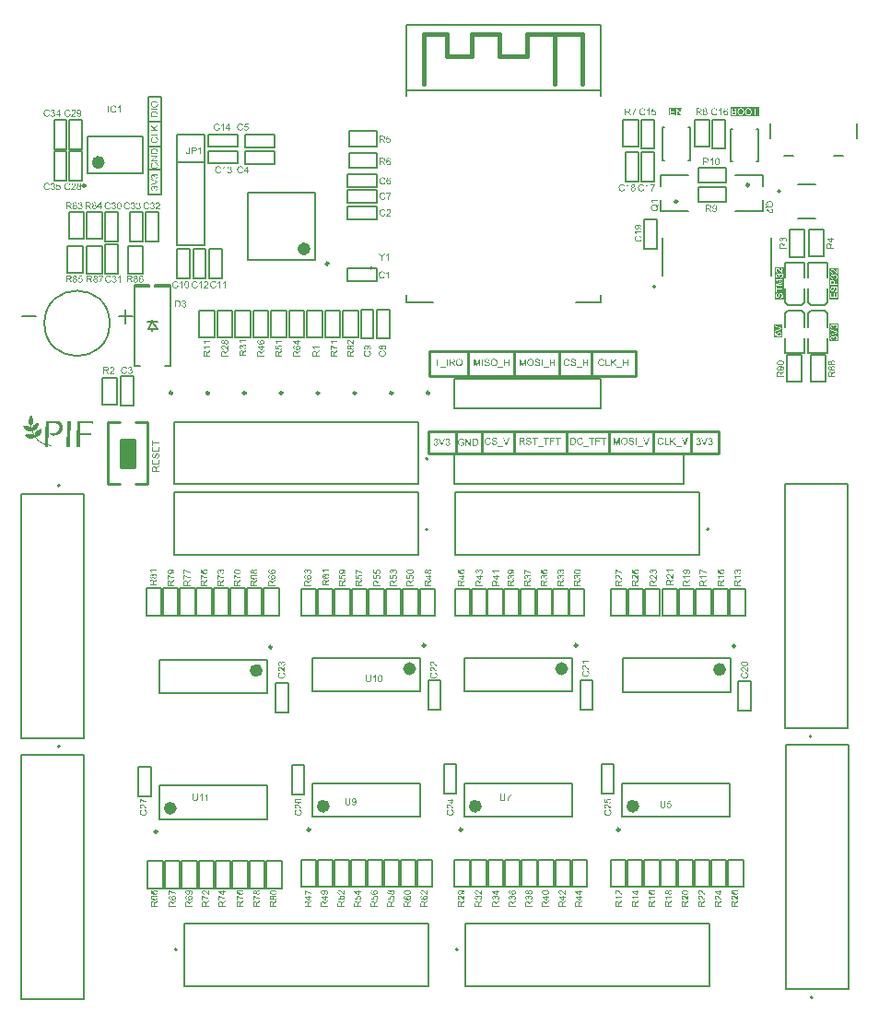
<source format=gbr>
%TF.GenerationSoftware,Altium Limited,Altium Designer,22.10.1 (41)*%
G04 Layer_Color=65535*
%FSLAX25Y25*%
%MOIN*%
%TF.SameCoordinates,BEAA4B2D-68BC-4382-99D5-5DCEA874A810*%
%TF.FilePolarity,Positive*%
%TF.FileFunction,Legend,Top*%
%TF.Part,Single*%
G01*
G75*
%TA.AperFunction,NonConductor*%
%ADD56C,0.00787*%
%ADD57C,0.00984*%
%ADD59C,0.00500*%
%ADD60C,0.01000*%
%ADD62C,0.00600*%
%ADD88C,0.02362*%
%ADD89C,0.00591*%
%ADD90C,0.00800*%
%ADD91C,0.01500*%
%ADD92R,0.05000X0.10000*%
G36*
X11483Y203505D02*
X11475D01*
Y203522D01*
X11466D01*
Y203531D01*
X11458D01*
Y203539D01*
X11424D01*
Y203556D01*
X11415D01*
Y203573D01*
X11407D01*
Y203581D01*
X11356D01*
Y203615D01*
X11348D01*
Y203624D01*
X11314D01*
Y203641D01*
X11305D01*
Y203649D01*
X11297D01*
Y203658D01*
X11271D01*
Y203666D01*
X11255D01*
Y203675D01*
X11246D01*
Y203683D01*
X11238D01*
Y203717D01*
X11221D01*
Y203725D01*
X11195D01*
Y203717D01*
X11187D01*
Y203725D01*
X11178D01*
Y203751D01*
X11170D01*
Y203759D01*
X11153D01*
Y203768D01*
X11136D01*
Y203776D01*
X11128D01*
Y203784D01*
X11119D01*
Y203793D01*
X11111D01*
Y203801D01*
X11102D01*
Y203810D01*
X11094D01*
Y203818D01*
X11085D01*
Y203827D01*
X11077D01*
Y203835D01*
X11068D01*
Y203844D01*
X11060D01*
Y203852D01*
X11051D01*
Y203861D01*
X11026D01*
Y203869D01*
X11018D01*
Y203878D01*
X11009D01*
Y203903D01*
X10984D01*
Y203911D01*
X10967D01*
Y203920D01*
X10958D01*
Y203937D01*
X10941D01*
Y203945D01*
X10916D01*
Y203954D01*
X10908D01*
Y203988D01*
X10891D01*
Y203996D01*
X10882D01*
Y204005D01*
X10874D01*
Y204022D01*
X10857D01*
Y204030D01*
X10848D01*
Y204047D01*
X10840D01*
Y204055D01*
X10831D01*
Y204064D01*
X10823D01*
Y204072D01*
X10814D01*
Y204081D01*
X10797D01*
Y204089D01*
X10772D01*
Y204098D01*
X10764D01*
Y204106D01*
X10755D01*
Y204115D01*
X10747D01*
Y204123D01*
X10738D01*
Y204132D01*
X10730D01*
Y204140D01*
X10721D01*
Y204148D01*
X10713D01*
Y204157D01*
X10704D01*
Y204165D01*
X10696D01*
Y204174D01*
X10688D01*
Y204182D01*
X10679D01*
Y204191D01*
X10671D01*
Y204199D01*
X10662D01*
Y204208D01*
X10654D01*
Y204216D01*
X10645D01*
Y204225D01*
X10637D01*
Y204233D01*
X10628D01*
Y204241D01*
X10620D01*
Y204250D01*
X10611D01*
Y204258D01*
X10603D01*
Y204267D01*
X10594D01*
Y204275D01*
X10586D01*
Y204309D01*
X10577D01*
Y204318D01*
X10561D01*
Y204326D01*
X10552D01*
Y204335D01*
X10544D01*
Y204343D01*
X10535D01*
Y204352D01*
X10527D01*
Y204368D01*
X10518D01*
Y204377D01*
X10501D01*
Y204394D01*
X10493D01*
Y204402D01*
X10484D01*
Y204411D01*
X10476D01*
Y204419D01*
X10467D01*
Y204428D01*
X10459D01*
Y204436D01*
X10442D01*
Y204445D01*
X10434D01*
Y204453D01*
X10425D01*
Y204462D01*
X10417D01*
Y204470D01*
X10408D01*
Y204479D01*
X10400D01*
Y204487D01*
X10391D01*
Y204495D01*
X10383D01*
Y204512D01*
X10366D01*
Y204546D01*
X10357D01*
Y204555D01*
X10324D01*
Y204589D01*
X10315D01*
Y204597D01*
X10307D01*
Y204606D01*
X10298D01*
Y204614D01*
X10290D01*
Y204622D01*
X10281D01*
Y204648D01*
X10273D01*
Y204656D01*
X10247D01*
Y204665D01*
X10239D01*
Y204690D01*
X10231D01*
Y204699D01*
X10222D01*
Y204707D01*
X10214D01*
Y204715D01*
X10205D01*
Y204724D01*
X10197D01*
Y204732D01*
X10188D01*
Y204741D01*
X10180D01*
Y204749D01*
X10171D01*
Y204758D01*
X10163D01*
Y204775D01*
X10154D01*
Y204800D01*
X10146D01*
Y204809D01*
X10137D01*
Y204817D01*
X10120D01*
Y204825D01*
X10112D01*
Y204842D01*
X10103D01*
Y204859D01*
X10095D01*
Y204876D01*
X10070D01*
Y204885D01*
X10061D01*
Y204936D01*
X10044D01*
Y204944D01*
X10019D01*
Y204969D01*
X10010D01*
Y204986D01*
X10002D01*
Y204995D01*
X9994D01*
Y205003D01*
X9977D01*
Y205020D01*
X9960D01*
Y205046D01*
X9951D01*
Y205063D01*
X9943D01*
Y205071D01*
X9934D01*
Y205079D01*
X9926D01*
Y205088D01*
X9917D01*
Y205113D01*
X9909D01*
Y205122D01*
X9900D01*
Y205130D01*
X9892D01*
Y205139D01*
X9883D01*
Y205147D01*
X9875D01*
Y205181D01*
X9866D01*
Y205189D01*
X9858D01*
Y205198D01*
X9850D01*
Y205206D01*
X9841D01*
Y205215D01*
X9833D01*
Y205240D01*
X9824D01*
Y205249D01*
X9816D01*
Y205257D01*
X9807D01*
Y205266D01*
X9799D01*
Y205282D01*
X9790D01*
Y205299D01*
X9782D01*
Y205316D01*
X9773D01*
Y205325D01*
X9714D01*
Y205316D01*
X9706D01*
Y205308D01*
X9697D01*
Y205291D01*
X9689D01*
Y205266D01*
X9655D01*
Y205232D01*
X9638D01*
Y205223D01*
X9613D01*
Y205215D01*
X9604D01*
Y205206D01*
X9596D01*
Y205198D01*
X9587D01*
Y205189D01*
X9579D01*
Y205181D01*
X9570D01*
Y205172D01*
X9562D01*
Y205164D01*
X9553D01*
Y205156D01*
X9545D01*
Y205147D01*
X9537D01*
Y205139D01*
X9528D01*
Y205130D01*
X9520D01*
Y205122D01*
X9494D01*
Y205113D01*
X9486D01*
Y205105D01*
X9477D01*
Y205096D01*
X9469D01*
Y205088D01*
X9460D01*
Y205079D01*
X9452D01*
Y205071D01*
X9443D01*
Y205063D01*
X9435D01*
Y205054D01*
X9426D01*
Y205046D01*
X9418D01*
Y205037D01*
X9409D01*
Y205029D01*
X9401D01*
Y205020D01*
X9367D01*
Y205003D01*
X9350D01*
Y204995D01*
X9342D01*
Y204986D01*
X9325D01*
Y204978D01*
X9308D01*
Y204969D01*
X9300D01*
Y204961D01*
X9291D01*
Y204953D01*
X9283D01*
Y204944D01*
X9257D01*
Y204936D01*
X9249D01*
Y204927D01*
X9240D01*
Y204919D01*
X9206D01*
Y204910D01*
X9198D01*
Y204893D01*
X9189D01*
Y204885D01*
X9164D01*
Y204876D01*
X9122D01*
Y204868D01*
X9113D01*
Y204851D01*
X9105D01*
Y204842D01*
X9063D01*
Y204834D01*
X9037D01*
Y204825D01*
X9029D01*
Y204817D01*
X9003D01*
Y204809D01*
X8995D01*
Y204800D01*
X8927D01*
Y204783D01*
X8910D01*
Y204775D01*
X8885D01*
Y204766D01*
X8876D01*
Y204758D01*
X8851D01*
Y204749D01*
X8834D01*
Y204741D01*
X8817D01*
Y204732D01*
X8792D01*
Y204741D01*
X8715D01*
Y204732D01*
X8699D01*
Y204724D01*
X8682D01*
Y204715D01*
X8622D01*
Y204707D01*
X8606D01*
Y204699D01*
X8250D01*
Y204715D01*
X8182D01*
Y204724D01*
X8165D01*
Y204732D01*
X8148D01*
Y204741D01*
X8038D01*
Y204732D01*
X8030D01*
Y204741D01*
X8013D01*
Y204749D01*
X7996D01*
Y204758D01*
X7928D01*
Y204766D01*
X7920D01*
Y204775D01*
X7912D01*
Y204783D01*
X7886D01*
Y204792D01*
X7869D01*
Y204800D01*
X7810D01*
Y204809D01*
X7793D01*
Y204817D01*
X7768D01*
Y204825D01*
X7759D01*
Y204834D01*
X7751D01*
Y204842D01*
X7683D01*
Y204851D01*
X7666D01*
Y204859D01*
X7649D01*
Y204868D01*
X7641D01*
Y204876D01*
X7607D01*
Y204885D01*
X7581D01*
Y204893D01*
X7564D01*
Y204902D01*
X7547D01*
Y204910D01*
X7539D01*
Y204919D01*
X7514D01*
Y204927D01*
X7497D01*
Y204936D01*
X7480D01*
Y204944D01*
X7438D01*
Y204953D01*
X7429D01*
Y204961D01*
X7421D01*
Y204969D01*
X7412D01*
Y204978D01*
X7378D01*
Y204986D01*
X7353D01*
Y204995D01*
X7344D01*
Y205003D01*
X7319D01*
Y205012D01*
X7311D01*
Y205020D01*
X7260D01*
Y205029D01*
X7251D01*
Y205046D01*
X7243D01*
Y205054D01*
X7226D01*
Y205063D01*
X7217D01*
Y205079D01*
X7184D01*
Y205088D01*
X7175D01*
Y205096D01*
X7167D01*
Y205105D01*
X7141D01*
Y205113D01*
X7124D01*
Y205122D01*
X7099D01*
Y205130D01*
X7090D01*
Y205139D01*
X7082D01*
Y205147D01*
X7074D01*
Y205156D01*
X7065D01*
Y205164D01*
X7040D01*
Y205172D01*
X7031D01*
Y205181D01*
X7014D01*
Y205189D01*
X6989D01*
Y205198D01*
X6981D01*
Y205206D01*
X6972D01*
Y205223D01*
X6938D01*
Y205232D01*
X6930D01*
Y205240D01*
X6921D01*
Y205249D01*
X6913D01*
Y205257D01*
X6904D01*
Y205266D01*
X6879D01*
Y205274D01*
X6862D01*
Y205282D01*
X6854D01*
Y205291D01*
X6845D01*
Y205299D01*
X6837D01*
Y205308D01*
X6811D01*
Y205316D01*
X6803D01*
Y205325D01*
X6794D01*
Y205333D01*
X6786D01*
Y205342D01*
X6777D01*
Y205350D01*
X6752D01*
Y205359D01*
X6743D01*
Y205367D01*
X6710D01*
Y205401D01*
X6701D01*
Y205410D01*
X6667D01*
Y205418D01*
X6659D01*
Y205426D01*
X6650D01*
Y205435D01*
X6642D01*
Y205443D01*
X6617D01*
Y205452D01*
X6600D01*
Y205469D01*
X6591D01*
Y205477D01*
X6583D01*
Y205486D01*
X6557D01*
Y205494D01*
X6549D01*
Y205511D01*
X6540D01*
Y205528D01*
X6515D01*
Y205537D01*
X6498D01*
Y205545D01*
X6490D01*
Y205562D01*
X6481D01*
Y205570D01*
X6447D01*
Y205579D01*
X6439D01*
Y205587D01*
X6430D01*
Y205596D01*
X6422D01*
Y205604D01*
X6413D01*
Y205613D01*
X6405D01*
Y205621D01*
X6397D01*
Y205630D01*
X6371D01*
Y205638D01*
X6363D01*
Y205655D01*
X6354D01*
Y205672D01*
X6346D01*
Y205680D01*
X6337D01*
Y205689D01*
X6312D01*
Y205697D01*
X6303D01*
Y205706D01*
X6295D01*
Y205714D01*
X6286D01*
Y205723D01*
X6278D01*
Y205731D01*
X6244D01*
Y205740D01*
X6236D01*
Y205748D01*
X6227D01*
Y205756D01*
X6219D01*
Y205765D01*
X6210D01*
Y205773D01*
X6202D01*
Y205782D01*
X6193D01*
Y205790D01*
X6185D01*
Y205799D01*
X6176D01*
Y205807D01*
X6168D01*
Y205816D01*
X6160D01*
Y205824D01*
X6151D01*
Y205833D01*
X6143D01*
Y205841D01*
X6134D01*
Y205858D01*
X6117D01*
Y205867D01*
X6109D01*
Y205875D01*
X6083D01*
Y205884D01*
X6075D01*
Y205909D01*
X6066D01*
Y205917D01*
X6041D01*
Y205926D01*
X6033D01*
Y205934D01*
X6024D01*
Y205943D01*
X6016D01*
Y205951D01*
X6007D01*
Y205960D01*
X5999D01*
Y205968D01*
X5990D01*
Y205977D01*
X5973D01*
Y205994D01*
X5965D01*
Y206002D01*
X5956D01*
Y206137D01*
X5965D01*
Y206146D01*
X5973D01*
Y206154D01*
X5990D01*
Y206163D01*
X6007D01*
Y206171D01*
X6024D01*
Y206180D01*
X6041D01*
Y206188D01*
X6058D01*
Y206197D01*
X6151D01*
Y206205D01*
X6160D01*
Y206213D01*
X6168D01*
Y206222D01*
X6219D01*
Y206230D01*
X6227D01*
Y206239D01*
X6312D01*
Y206247D01*
X6320D01*
Y206256D01*
X6337D01*
Y206264D01*
X6380D01*
Y206273D01*
X6388D01*
Y206281D01*
X6430D01*
Y206290D01*
X6439D01*
Y206298D01*
X6540D01*
Y206307D01*
X6557D01*
Y206315D01*
X6583D01*
Y206324D01*
X6625D01*
Y206341D01*
X6752D01*
Y206349D01*
X6769D01*
Y206357D01*
X6786D01*
Y206366D01*
X6811D01*
Y206357D01*
X6828D01*
Y206366D01*
X6845D01*
Y206374D01*
X6854D01*
Y206383D01*
X6981D01*
Y206391D01*
X6989D01*
Y206400D01*
X7065D01*
Y206408D01*
X7090D01*
Y206417D01*
X7107D01*
Y206425D01*
X7167D01*
Y206434D01*
X7184D01*
Y206442D01*
X7480D01*
Y206451D01*
X7505D01*
Y206459D01*
X7522D01*
Y206468D01*
X8021D01*
Y206459D01*
X8038D01*
Y206451D01*
X8064D01*
Y206442D01*
X8343D01*
Y206434D01*
X8360D01*
Y206425D01*
X8419D01*
Y206417D01*
X8436D01*
Y206408D01*
X8453D01*
Y206400D01*
X8512D01*
Y206391D01*
X8521D01*
Y206383D01*
X8631D01*
Y206374D01*
X8639D01*
Y206366D01*
X8656D01*
Y206357D01*
X8673D01*
Y206349D01*
X8690D01*
Y206341D01*
X8775D01*
Y206332D01*
X8783D01*
Y206324D01*
X8826D01*
Y206315D01*
X8842D01*
Y206307D01*
X8859D01*
Y206298D01*
X8876D01*
Y206307D01*
X8885D01*
Y206298D01*
X8902D01*
Y206281D01*
X8952D01*
Y206273D01*
X8961D01*
Y206264D01*
X8978D01*
Y206256D01*
X9003D01*
Y206247D01*
X9020D01*
Y206239D01*
X9063D01*
Y206222D01*
X9096D01*
Y206213D01*
X9105D01*
Y206205D01*
X9113D01*
Y206197D01*
X9156D01*
Y206205D01*
X9164D01*
Y206273D01*
X9156D01*
Y206281D01*
X9147D01*
Y206332D01*
X9139D01*
Y206341D01*
X9113D01*
Y206349D01*
X9105D01*
Y206391D01*
X9096D01*
Y206400D01*
X9088D01*
Y206425D01*
X9079D01*
Y206442D01*
X9071D01*
Y206451D01*
X9063D01*
Y206476D01*
X9054D01*
Y206484D01*
X9046D01*
Y206501D01*
X9037D01*
Y206527D01*
X9029D01*
Y206535D01*
X9020D01*
Y206569D01*
X9012D01*
Y206577D01*
X8995D01*
Y206586D01*
X8986D01*
Y206611D01*
X8978D01*
Y206645D01*
X8969D01*
Y206654D01*
X8961D01*
Y206662D01*
X8952D01*
Y206671D01*
X8944D01*
Y206696D01*
X8936D01*
Y206704D01*
X8927D01*
Y206713D01*
X8919D01*
Y206764D01*
X8910D01*
Y206772D01*
X8902D01*
Y206798D01*
X8893D01*
Y206814D01*
X8885D01*
Y206823D01*
X8876D01*
Y206848D01*
X8868D01*
Y206857D01*
X8859D01*
Y206882D01*
X8851D01*
Y206891D01*
X8842D01*
Y206925D01*
X8834D01*
Y206950D01*
X8826D01*
Y206967D01*
X8817D01*
Y206984D01*
X8809D01*
Y207001D01*
X8800D01*
Y207043D01*
X8792D01*
Y207051D01*
X8783D01*
Y207068D01*
X8775D01*
Y207085D01*
X8766D01*
Y207094D01*
X8758D01*
Y207128D01*
X8749D01*
Y207136D01*
X8741D01*
Y207187D01*
X8732D01*
Y207195D01*
X8724D01*
Y207204D01*
X8715D01*
Y207229D01*
X8707D01*
Y207246D01*
X8699D01*
Y207305D01*
X8690D01*
Y207314D01*
X8682D01*
Y207322D01*
X8673D01*
Y207339D01*
X8665D01*
Y207348D01*
X8656D01*
Y207432D01*
X8648D01*
Y207441D01*
X8639D01*
Y207449D01*
X8631D01*
Y207458D01*
X8622D01*
Y207466D01*
X8614D01*
Y207559D01*
X8606D01*
Y207568D01*
X8597D01*
Y207576D01*
X8580D01*
Y207585D01*
X8529D01*
Y207576D01*
X8512D01*
Y207568D01*
X8504D01*
Y207559D01*
X8478D01*
Y207551D01*
X8470D01*
Y207542D01*
X8462D01*
Y207534D01*
X8453D01*
Y207525D01*
X8436D01*
Y207517D01*
X8394D01*
Y207508D01*
X8385D01*
Y207500D01*
X8335D01*
Y207491D01*
X8326D01*
Y207483D01*
X8318D01*
Y207466D01*
X8301D01*
Y207458D01*
X8241D01*
Y207449D01*
X8225D01*
Y207441D01*
X8182D01*
Y207432D01*
X8165D01*
Y207424D01*
X8157D01*
Y207415D01*
X8047D01*
Y207407D01*
X8038D01*
Y207398D01*
X7928D01*
Y207390D01*
X7920D01*
Y207382D01*
X7912D01*
Y207373D01*
X7903D01*
Y207382D01*
X7742D01*
Y207390D01*
X7734D01*
Y207398D01*
X7624D01*
Y207407D01*
X7615D01*
Y207415D01*
X7505D01*
Y207424D01*
X7480D01*
Y207432D01*
X7454D01*
Y207441D01*
X7438D01*
Y207458D01*
X7361D01*
Y207466D01*
X7353D01*
Y207475D01*
X7336D01*
Y207483D01*
X7294D01*
Y207491D01*
X7285D01*
Y207500D01*
X7260D01*
Y207508D01*
X7251D01*
Y207517D01*
X7226D01*
Y207525D01*
X7217D01*
Y207534D01*
X7209D01*
Y207542D01*
X7175D01*
Y207551D01*
X7167D01*
Y207559D01*
X7116D01*
Y207568D01*
X7107D01*
Y207585D01*
X7074D01*
Y207593D01*
X7065D01*
Y207602D01*
X7040D01*
Y207610D01*
X7023D01*
Y207627D01*
X7014D01*
Y207635D01*
X6997D01*
Y207644D01*
X6955D01*
Y207652D01*
X6947D01*
Y207678D01*
X6938D01*
Y207686D01*
X6913D01*
Y207695D01*
X6904D01*
Y207703D01*
X6879D01*
Y207712D01*
X6862D01*
Y207720D01*
X6854D01*
Y207729D01*
X6845D01*
Y207737D01*
X6837D01*
Y207745D01*
X6811D01*
Y207754D01*
X6803D01*
Y207762D01*
X6794D01*
Y207771D01*
X6786D01*
Y207779D01*
X6777D01*
Y207788D01*
X6743D01*
Y207805D01*
X6735D01*
Y207813D01*
X6727D01*
Y207822D01*
X6710D01*
Y207839D01*
X6701D01*
Y207847D01*
X6667D01*
Y207881D01*
X6659D01*
Y207889D01*
X6625D01*
Y207898D01*
X6617D01*
Y207906D01*
X6608D01*
Y207915D01*
X6600D01*
Y207923D01*
X6574D01*
Y207932D01*
X6566D01*
Y207940D01*
X6557D01*
Y207949D01*
X6549D01*
Y207957D01*
X6540D01*
Y207965D01*
X6532D01*
Y207974D01*
X6523D01*
Y207982D01*
X6506D01*
Y207991D01*
X6490D01*
Y207999D01*
X6481D01*
Y208025D01*
X6447D01*
Y208042D01*
X6439D01*
Y208067D01*
X6413D01*
Y208075D01*
X6405D01*
Y208092D01*
X6397D01*
Y208109D01*
X6388D01*
Y208118D01*
X6380D01*
Y208126D01*
X6371D01*
Y208135D01*
X6363D01*
Y208143D01*
X6354D01*
Y208152D01*
X6346D01*
Y208160D01*
X6337D01*
Y208169D01*
X6303D01*
Y208177D01*
X6295D01*
Y208194D01*
X6278D01*
Y208203D01*
X6269D01*
Y208211D01*
X6261D01*
Y208236D01*
X6253D01*
Y208245D01*
X6244D01*
Y208253D01*
X6227D01*
Y208262D01*
X6219D01*
Y208279D01*
X6210D01*
Y208296D01*
X6202D01*
Y208304D01*
X6193D01*
Y208313D01*
X6185D01*
Y208321D01*
X6176D01*
Y208329D01*
X6168D01*
Y208338D01*
X6160D01*
Y208346D01*
X6151D01*
Y208355D01*
X6143D01*
Y208363D01*
X6134D01*
Y208372D01*
X6126D01*
Y208380D01*
X6117D01*
Y208389D01*
X6092D01*
Y208397D01*
X6083D01*
Y208406D01*
X6075D01*
Y208431D01*
X6066D01*
Y208439D01*
X6058D01*
Y208448D01*
X6050D01*
Y208456D01*
X6041D01*
Y208482D01*
X6033D01*
Y208490D01*
X6024D01*
Y208499D01*
X5999D01*
Y208524D01*
X5990D01*
Y208533D01*
X5965D01*
Y208541D01*
X5956D01*
Y208558D01*
X5948D01*
Y208583D01*
X5940D01*
Y208592D01*
X5923D01*
Y208600D01*
X5914D01*
Y208609D01*
X5906D01*
Y208617D01*
X5897D01*
Y208651D01*
X5889D01*
Y208660D01*
X5872D01*
Y208668D01*
X5863D01*
Y208685D01*
X5855D01*
Y208693D01*
X5846D01*
Y208702D01*
X5838D01*
Y208710D01*
X5829D01*
Y208719D01*
X5821D01*
Y208727D01*
X5813D01*
Y208753D01*
X5804D01*
Y208761D01*
X5796D01*
Y208769D01*
X5787D01*
Y208778D01*
X5779D01*
Y208787D01*
X5770D01*
Y208820D01*
X5736D01*
Y208829D01*
X5728D01*
Y208854D01*
X5719D01*
Y208871D01*
X5711D01*
Y208880D01*
X5694D01*
Y208888D01*
X5686D01*
Y208896D01*
X5677D01*
Y208913D01*
X5669D01*
Y208939D01*
X5660D01*
Y208947D01*
X5652D01*
Y208956D01*
X5643D01*
Y208964D01*
X5635D01*
Y208973D01*
X5626D01*
Y208998D01*
X5618D01*
Y209007D01*
X5593D01*
Y209015D01*
X5584D01*
Y209023D01*
X5593D01*
Y209049D01*
X5584D01*
Y209057D01*
X5576D01*
Y209066D01*
X5559D01*
Y209074D01*
X5550D01*
Y209091D01*
X5542D01*
Y209108D01*
X5533D01*
Y209125D01*
X5525D01*
Y209142D01*
X5491D01*
Y209159D01*
X5482D01*
Y209167D01*
X5491D01*
Y209193D01*
X5482D01*
Y209201D01*
X5474D01*
Y209210D01*
X5449D01*
Y209235D01*
X5440D01*
Y209252D01*
X5432D01*
Y209260D01*
X5415D01*
Y209269D01*
X5406D01*
Y209303D01*
X5398D01*
Y209311D01*
X5389D01*
Y209328D01*
X5381D01*
Y209345D01*
X5372D01*
Y209353D01*
X5364D01*
Y209387D01*
X5356D01*
Y209396D01*
X5347D01*
Y209404D01*
X5330D01*
Y209430D01*
X5322D01*
Y209497D01*
X5330D01*
Y209514D01*
X5339D01*
Y209523D01*
X5356D01*
Y209531D01*
X5364D01*
Y209548D01*
X5372D01*
Y209557D01*
X5381D01*
Y209565D01*
X5398D01*
Y209574D01*
X5677D01*
Y209565D01*
X5694D01*
Y209557D01*
X5719D01*
Y209548D01*
X5813D01*
Y209531D01*
X6109D01*
Y209523D01*
X6126D01*
Y209514D01*
X6210D01*
Y209506D01*
X6236D01*
Y209497D01*
X6253D01*
Y209489D01*
X6337D01*
Y209481D01*
X6346D01*
Y209472D01*
X6515D01*
Y209464D01*
X6523D01*
Y209455D01*
X6540D01*
Y209447D01*
X6600D01*
Y209438D01*
X6608D01*
Y209430D01*
X6760D01*
Y209421D01*
X6777D01*
Y209413D01*
X6786D01*
Y209404D01*
X6803D01*
Y209396D01*
X6820D01*
Y209387D01*
X6947D01*
Y209379D01*
X6955D01*
Y209370D01*
X6981D01*
Y209362D01*
X6989D01*
Y209353D01*
X7006D01*
Y209345D01*
X7040D01*
Y209353D01*
X7057D01*
Y209345D01*
X7090D01*
Y209337D01*
X7099D01*
Y209328D01*
X7150D01*
Y209320D01*
X7158D01*
Y209311D01*
X7175D01*
Y209303D01*
X7192D01*
Y209294D01*
X7201D01*
Y209286D01*
X7268D01*
Y209277D01*
X7277D01*
Y209269D01*
X7302D01*
Y209260D01*
X7319D01*
Y209252D01*
X7336D01*
Y209243D01*
X7395D01*
Y209235D01*
X7404D01*
Y209227D01*
X7429D01*
Y209218D01*
X7438D01*
Y209210D01*
X7446D01*
Y209201D01*
X7463D01*
Y209210D01*
X7505D01*
Y209201D01*
X7522D01*
Y209193D01*
X7531D01*
Y209184D01*
X7556D01*
Y209176D01*
X7564D01*
Y209167D01*
X7573D01*
Y209150D01*
X7590D01*
Y209142D01*
X7658D01*
Y209134D01*
X7666D01*
Y209125D01*
X7675D01*
Y209117D01*
X7683D01*
Y209108D01*
X7725D01*
Y209100D01*
X7742D01*
Y209091D01*
X7751D01*
Y209083D01*
X7759D01*
Y209074D01*
X7768D01*
Y209066D01*
X7810D01*
Y209057D01*
X7827D01*
Y209049D01*
X7835D01*
Y209040D01*
X7844D01*
Y209032D01*
X7852D01*
Y209023D01*
X7861D01*
Y209007D01*
X7920D01*
Y208998D01*
X7928D01*
Y208981D01*
X7945D01*
Y208973D01*
X7954D01*
Y208964D01*
X7979D01*
Y208956D01*
X7988D01*
Y208947D01*
X7996D01*
Y208939D01*
X8005D01*
Y208930D01*
X8013D01*
Y208922D01*
X8064D01*
Y208888D01*
X8072D01*
Y208880D01*
X8106D01*
Y208871D01*
X8115D01*
Y208863D01*
X8140D01*
Y208854D01*
X8148D01*
Y208846D01*
X8157D01*
Y208837D01*
X8165D01*
Y208829D01*
X8174D01*
Y208820D01*
X8250D01*
Y208880D01*
X8233D01*
Y208896D01*
X8225D01*
Y208913D01*
X8233D01*
Y208947D01*
X8225D01*
Y208956D01*
X8216D01*
Y208964D01*
X8208D01*
Y209091D01*
X8199D01*
Y209108D01*
X8191D01*
Y209193D01*
X8182D01*
Y209210D01*
X8174D01*
Y209227D01*
X8165D01*
Y209387D01*
X8157D01*
Y209404D01*
X8148D01*
Y209481D01*
X8140D01*
Y209489D01*
X8132D01*
Y209523D01*
X8123D01*
Y209531D01*
X8089D01*
Y209540D01*
X8081D01*
Y209557D01*
X8064D01*
Y209565D01*
X8055D01*
Y209574D01*
X8047D01*
Y209582D01*
X8038D01*
Y209591D01*
X8030D01*
Y209599D01*
X8021D01*
Y209607D01*
X8013D01*
Y209624D01*
X7996D01*
Y209633D01*
X7988D01*
Y209667D01*
X7979D01*
Y209675D01*
X7954D01*
Y209684D01*
X7937D01*
Y209692D01*
X7928D01*
Y209700D01*
X7920D01*
Y209717D01*
X7903D01*
Y209726D01*
X7895D01*
Y209734D01*
X7886D01*
Y209743D01*
X7878D01*
Y209751D01*
X7869D01*
Y209760D01*
X7861D01*
Y209768D01*
X7852D01*
Y209777D01*
X7844D01*
Y209811D01*
X7835D01*
Y209819D01*
X7827D01*
Y209827D01*
X7818D01*
Y209836D01*
X7810D01*
Y209844D01*
X7801D01*
Y209853D01*
X7793D01*
Y209861D01*
X7784D01*
Y209887D01*
X7776D01*
Y209895D01*
X7768D01*
Y209912D01*
X7759D01*
Y209938D01*
X7725D01*
Y209954D01*
X7717D01*
Y209980D01*
X7708D01*
Y209997D01*
X7700D01*
Y210014D01*
X7691D01*
Y210022D01*
X7683D01*
Y210031D01*
X7675D01*
Y210039D01*
X7666D01*
Y210056D01*
X7658D01*
Y210073D01*
X7649D01*
Y210090D01*
X7641D01*
Y210115D01*
X7632D01*
Y210124D01*
X7624D01*
Y210166D01*
X7615D01*
Y210174D01*
X7607D01*
Y210191D01*
X7598D01*
Y210200D01*
X7590D01*
Y210208D01*
X7581D01*
Y210276D01*
X7573D01*
Y210284D01*
X7564D01*
Y210293D01*
X7556D01*
Y210318D01*
X7547D01*
Y210335D01*
X7539D01*
Y210352D01*
X7531D01*
Y210369D01*
X7522D01*
Y210403D01*
X7514D01*
Y210412D01*
X7522D01*
Y210437D01*
X7514D01*
Y210445D01*
X7505D01*
Y210454D01*
X7497D01*
Y210496D01*
X7488D01*
Y210513D01*
X7480D01*
Y210631D01*
X7471D01*
Y210648D01*
X7463D01*
Y210674D01*
X7454D01*
Y210792D01*
X7446D01*
Y210801D01*
X7438D01*
Y211088D01*
X7446D01*
Y211097D01*
X7454D01*
Y211249D01*
X7463D01*
Y211258D01*
X7471D01*
Y211266D01*
X7480D01*
Y211393D01*
X7488D01*
Y211410D01*
X7497D01*
Y211469D01*
X7505D01*
Y211486D01*
X7514D01*
Y211503D01*
X7522D01*
Y211579D01*
X7531D01*
Y211588D01*
X7539D01*
Y211630D01*
X7547D01*
Y211647D01*
X7556D01*
Y211672D01*
X7564D01*
Y211706D01*
X7573D01*
Y211715D01*
X7581D01*
Y211783D01*
X7590D01*
Y211791D01*
X7598D01*
Y211816D01*
X7607D01*
Y211825D01*
X7615D01*
Y211842D01*
X7624D01*
Y211884D01*
X7615D01*
Y211893D01*
X7624D01*
Y211910D01*
X7641D01*
Y211960D01*
X7649D01*
Y211969D01*
X7658D01*
Y212003D01*
X7666D01*
Y212036D01*
X7683D01*
Y212045D01*
X7691D01*
Y212053D01*
X7700D01*
Y212121D01*
X7708D01*
Y212138D01*
X7725D01*
Y212146D01*
X7734D01*
Y212155D01*
X7742D01*
Y212189D01*
X7751D01*
Y212197D01*
X7759D01*
Y212240D01*
X7768D01*
Y212257D01*
X7776D01*
Y212265D01*
X7784D01*
Y212290D01*
X7793D01*
Y212299D01*
X7801D01*
Y212341D01*
X7810D01*
Y212358D01*
X7818D01*
Y212367D01*
X7827D01*
Y212375D01*
X7844D01*
Y212426D01*
X7852D01*
Y212443D01*
X7861D01*
Y212460D01*
X7869D01*
Y212477D01*
X7878D01*
Y212493D01*
X7886D01*
Y212510D01*
X7895D01*
Y212527D01*
X7912D01*
Y212536D01*
X7920D01*
Y212553D01*
X7928D01*
Y212603D01*
X7945D01*
Y212612D01*
X7954D01*
Y212620D01*
X7962D01*
Y212646D01*
X7971D01*
Y212663D01*
X7979D01*
Y212671D01*
X7988D01*
Y212722D01*
X8021D01*
Y212731D01*
X8030D01*
Y212781D01*
X8038D01*
Y212790D01*
X8055D01*
Y212807D01*
X8064D01*
Y212832D01*
X8072D01*
Y212841D01*
X8081D01*
Y212857D01*
X8089D01*
Y212883D01*
X8106D01*
Y212908D01*
X8115D01*
Y212925D01*
X8123D01*
Y212934D01*
X8132D01*
Y212942D01*
X8140D01*
Y212950D01*
X8148D01*
Y212959D01*
X8157D01*
Y212967D01*
X8165D01*
Y212984D01*
X8174D01*
Y213001D01*
X8182D01*
Y213018D01*
X8191D01*
Y213044D01*
X8208D01*
Y213077D01*
X8216D01*
Y213086D01*
X8225D01*
Y213094D01*
X8233D01*
Y213103D01*
X8241D01*
Y213111D01*
X8250D01*
Y213137D01*
X8258D01*
Y213154D01*
X8275D01*
Y213162D01*
X8284D01*
Y213179D01*
X8292D01*
Y213204D01*
X8301D01*
Y213213D01*
X8309D01*
Y213221D01*
X8318D01*
Y213230D01*
X8326D01*
Y213247D01*
X8335D01*
Y213264D01*
X8352D01*
Y213272D01*
X8369D01*
Y213281D01*
X8377D01*
Y213289D01*
X8385D01*
Y213298D01*
X8394D01*
Y213306D01*
X8436D01*
Y213314D01*
X8445D01*
Y213306D01*
X8470D01*
Y213298D01*
X8487D01*
Y213289D01*
X8504D01*
Y213281D01*
X8521D01*
Y213272D01*
X8529D01*
Y213247D01*
X8538D01*
Y213230D01*
X8546D01*
Y213221D01*
X8555D01*
Y213213D01*
X8563D01*
Y213204D01*
X8572D01*
Y213196D01*
X8580D01*
Y213188D01*
X8572D01*
Y213162D01*
X8580D01*
Y213145D01*
X8589D01*
Y213137D01*
X8597D01*
Y213128D01*
X8606D01*
Y213120D01*
X8614D01*
Y213077D01*
X8622D01*
Y213061D01*
X8631D01*
Y213052D01*
X8639D01*
Y213044D01*
X8656D01*
Y212967D01*
X8665D01*
Y212959D01*
X8673D01*
Y212950D01*
X8690D01*
Y212934D01*
X8699D01*
Y212883D01*
X8715D01*
Y212849D01*
X8724D01*
Y212841D01*
X8732D01*
Y212824D01*
X8741D01*
Y212781D01*
X8749D01*
Y212773D01*
X8758D01*
Y212747D01*
X8766D01*
Y212739D01*
X8775D01*
Y212731D01*
X8783D01*
Y212722D01*
X8792D01*
Y212714D01*
X8800D01*
Y212646D01*
X8809D01*
Y212637D01*
X8817D01*
Y212629D01*
X8826D01*
Y212620D01*
X8834D01*
Y212603D01*
X8842D01*
Y212519D01*
X8851D01*
Y212510D01*
X8859D01*
Y212502D01*
X8868D01*
Y212493D01*
X8876D01*
Y212426D01*
X8885D01*
Y212417D01*
X8893D01*
Y212409D01*
X8902D01*
Y212375D01*
X8910D01*
Y212367D01*
X8919D01*
Y212307D01*
X8927D01*
Y212290D01*
X8936D01*
Y212273D01*
X8944D01*
Y212257D01*
X8952D01*
Y212248D01*
X8961D01*
Y212214D01*
X8969D01*
Y212206D01*
X8978D01*
Y212180D01*
X8986D01*
Y212163D01*
X8978D01*
Y212130D01*
X8986D01*
Y212113D01*
X8995D01*
Y212096D01*
X9003D01*
Y212070D01*
X9020D01*
Y211977D01*
X9029D01*
Y211969D01*
X9037D01*
Y211952D01*
X9046D01*
Y211935D01*
X9054D01*
Y211926D01*
X9063D01*
Y211833D01*
X9071D01*
Y211825D01*
X9079D01*
Y211783D01*
X9088D01*
Y211766D01*
X9096D01*
Y211757D01*
X9105D01*
Y211630D01*
X9113D01*
Y211622D01*
X9122D01*
Y211562D01*
X9130D01*
Y211537D01*
X9139D01*
Y211520D01*
X9147D01*
Y211326D01*
X9156D01*
Y211309D01*
X9164D01*
Y210843D01*
X9156D01*
Y210826D01*
X9147D01*
Y210648D01*
X9139D01*
Y210623D01*
X9130D01*
Y210606D01*
X9122D01*
Y210555D01*
X9113D01*
Y210538D01*
X9105D01*
Y210454D01*
X9096D01*
Y210445D01*
X9088D01*
Y210437D01*
X9079D01*
Y210412D01*
X9071D01*
Y210395D01*
X9063D01*
Y210327D01*
X9054D01*
Y210318D01*
X9046D01*
Y210293D01*
X9037D01*
Y210284D01*
X9029D01*
Y210276D01*
X9020D01*
Y210200D01*
X9012D01*
Y210191D01*
X8995D01*
Y210183D01*
X8986D01*
Y210166D01*
X8978D01*
Y210141D01*
X8986D01*
Y210132D01*
X8978D01*
Y210124D01*
X8969D01*
Y210115D01*
X8961D01*
Y210090D01*
X8952D01*
Y210073D01*
X8944D01*
Y210064D01*
X8927D01*
Y210048D01*
X8919D01*
Y210022D01*
X8910D01*
Y210014D01*
X8902D01*
Y210005D01*
X8893D01*
Y209997D01*
X8885D01*
Y209988D01*
X8876D01*
Y209938D01*
X8868D01*
Y209929D01*
X8851D01*
Y209921D01*
X8842D01*
Y209895D01*
X8834D01*
Y209878D01*
X8826D01*
Y209870D01*
X8817D01*
Y209861D01*
X8809D01*
Y209853D01*
X8800D01*
Y209827D01*
X8792D01*
Y209819D01*
X8766D01*
Y209811D01*
X8758D01*
Y209777D01*
X8741D01*
Y209760D01*
X8732D01*
Y209751D01*
X8724D01*
Y209743D01*
X8715D01*
Y209734D01*
X8707D01*
Y209726D01*
X8699D01*
Y209709D01*
X8690D01*
Y209692D01*
X8682D01*
Y209684D01*
X8673D01*
Y209675D01*
X8665D01*
Y209667D01*
X8656D01*
Y209658D01*
X8648D01*
Y209650D01*
X8639D01*
Y209641D01*
X8631D01*
Y209633D01*
X8622D01*
Y209624D01*
X8614D01*
Y209616D01*
X8606D01*
Y209607D01*
X8597D01*
Y209599D01*
X8580D01*
Y209582D01*
X8572D01*
Y209574D01*
X8563D01*
Y209565D01*
X8555D01*
Y209557D01*
X8546D01*
Y209548D01*
X8538D01*
Y209540D01*
X8529D01*
Y209531D01*
X8521D01*
Y209523D01*
X8512D01*
Y209387D01*
X8521D01*
Y209370D01*
X8529D01*
Y209345D01*
X8538D01*
Y209269D01*
X8546D01*
Y209260D01*
X8555D01*
Y209176D01*
X8563D01*
Y209167D01*
X8572D01*
Y209040D01*
X8580D01*
Y209023D01*
X8589D01*
Y209015D01*
X8597D01*
Y208930D01*
X8606D01*
Y208913D01*
X8614D01*
Y208795D01*
X8622D01*
Y208778D01*
X8631D01*
Y208753D01*
X8639D01*
Y208719D01*
X8648D01*
Y208710D01*
X8656D01*
Y208626D01*
X8665D01*
Y208617D01*
X8707D01*
Y208626D01*
X8715D01*
Y208634D01*
X8732D01*
Y208651D01*
X8741D01*
Y208693D01*
X8749D01*
Y208702D01*
X8758D01*
Y208736D01*
X8766D01*
Y208744D01*
X8775D01*
Y208769D01*
X8783D01*
Y208778D01*
X8792D01*
Y208787D01*
X8800D01*
Y208863D01*
X8817D01*
Y208871D01*
X8826D01*
Y208880D01*
X8834D01*
Y208913D01*
X8842D01*
Y208939D01*
X8851D01*
Y208947D01*
X8859D01*
Y208981D01*
X8876D01*
Y209032D01*
X8885D01*
Y209040D01*
X8893D01*
Y209049D01*
X8902D01*
Y209057D01*
X8910D01*
Y209066D01*
X8919D01*
Y209100D01*
X8927D01*
Y209108D01*
X8936D01*
Y209125D01*
X8944D01*
Y209142D01*
X8952D01*
Y209150D01*
X8961D01*
Y209159D01*
X8969D01*
Y209167D01*
X8978D01*
Y209184D01*
X8986D01*
Y209210D01*
X8995D01*
Y209218D01*
X9003D01*
Y209243D01*
X9012D01*
Y209260D01*
X9020D01*
Y209277D01*
X9029D01*
Y209286D01*
X9054D01*
Y209294D01*
X9063D01*
Y209345D01*
X9079D01*
Y209353D01*
X9096D01*
Y209362D01*
X9105D01*
Y209387D01*
X9113D01*
Y209396D01*
X9122D01*
Y209404D01*
X9130D01*
Y209413D01*
X9139D01*
Y209430D01*
X9147D01*
Y209447D01*
X9156D01*
Y209455D01*
X9164D01*
Y209464D01*
X9172D01*
Y209472D01*
X9181D01*
Y209481D01*
X9189D01*
Y209489D01*
X9198D01*
Y209497D01*
X9206D01*
Y209506D01*
X9215D01*
Y209514D01*
X9223D01*
Y209523D01*
X9232D01*
Y209531D01*
X9240D01*
Y209540D01*
X9249D01*
Y209574D01*
X9283D01*
Y209599D01*
X9291D01*
Y209607D01*
X9300D01*
Y209616D01*
X9308D01*
Y209607D01*
X9316D01*
Y209616D01*
X9325D01*
Y209650D01*
X9333D01*
Y209658D01*
X9342D01*
Y209667D01*
X9359D01*
Y209675D01*
X9384D01*
Y209709D01*
X9401D01*
Y209717D01*
X9426D01*
Y209743D01*
X9435D01*
Y209751D01*
X9443D01*
Y209760D01*
X9469D01*
Y209768D01*
X9477D01*
Y209777D01*
X9486D01*
Y209785D01*
X9494D01*
Y209794D01*
X9503D01*
Y209802D01*
X9511D01*
Y209811D01*
X9520D01*
Y209819D01*
X9528D01*
Y209827D01*
X9537D01*
Y209836D01*
X9545D01*
Y209844D01*
X9553D01*
Y209853D01*
X9562D01*
Y209861D01*
X9596D01*
Y209878D01*
X9604D01*
Y209887D01*
X9613D01*
Y209895D01*
X9638D01*
Y209904D01*
X9646D01*
Y209921D01*
X9655D01*
Y209938D01*
X9689D01*
Y209954D01*
X9723D01*
Y209963D01*
X9731D01*
Y209988D01*
X9740D01*
Y209997D01*
X9782D01*
Y210005D01*
X9799D01*
Y210022D01*
X9807D01*
Y210031D01*
X9816D01*
Y210039D01*
X9875D01*
Y210081D01*
X9934D01*
Y210090D01*
X9943D01*
Y210098D01*
X9951D01*
Y210115D01*
X9977D01*
Y210124D01*
X9994D01*
Y210132D01*
X10002D01*
Y210141D01*
X10053D01*
Y210149D01*
X10061D01*
Y210157D01*
X10070D01*
Y210166D01*
X10078D01*
Y210174D01*
X10087D01*
Y210183D01*
X10137D01*
Y210191D01*
X10146D01*
Y210200D01*
X10163D01*
Y210208D01*
X10180D01*
Y210217D01*
X10222D01*
Y210225D01*
X10239D01*
Y210234D01*
X10247D01*
Y210242D01*
X10273D01*
Y210251D01*
X10281D01*
Y210259D01*
X10307D01*
Y210268D01*
X10324D01*
Y210276D01*
X10332D01*
Y210284D01*
X10400D01*
Y210293D01*
X10408D01*
Y210301D01*
X10434D01*
Y210310D01*
X10442D01*
Y210318D01*
X10459D01*
Y210327D01*
X10527D01*
Y210344D01*
X10577D01*
Y210352D01*
X10594D01*
Y210361D01*
X10679D01*
Y210369D01*
X10688D01*
Y210378D01*
X10696D01*
Y210386D01*
X10721D01*
Y210395D01*
X10730D01*
Y210403D01*
X10772D01*
Y210412D01*
X10789D01*
Y210420D01*
X10814D01*
Y210428D01*
X10874D01*
Y210420D01*
X10882D01*
Y210428D01*
X10908D01*
Y210437D01*
X10916D01*
Y210445D01*
X11009D01*
Y210454D01*
X11018D01*
Y210462D01*
X11026D01*
Y210471D01*
X11034D01*
Y210462D01*
X11153D01*
Y210471D01*
X11162D01*
Y210462D01*
X11170D01*
Y210454D01*
X11178D01*
Y210445D01*
X11187D01*
Y210437D01*
X11195D01*
Y210428D01*
X11204D01*
Y210420D01*
X11212D01*
Y210428D01*
X11229D01*
Y210420D01*
X11238D01*
Y210234D01*
X11229D01*
Y210217D01*
X11221D01*
Y210208D01*
X11212D01*
Y210149D01*
X11204D01*
Y210132D01*
X11195D01*
Y210090D01*
X11187D01*
Y210081D01*
X11178D01*
Y209954D01*
X11170D01*
Y209938D01*
X11162D01*
Y209929D01*
X11153D01*
Y209904D01*
X11145D01*
Y209887D01*
X11136D01*
Y209794D01*
X11128D01*
Y209777D01*
X11119D01*
Y209751D01*
X11111D01*
Y209717D01*
X11102D01*
Y209709D01*
X11094D01*
Y209624D01*
X11085D01*
Y209607D01*
X11077D01*
Y209591D01*
X11068D01*
Y209574D01*
X11060D01*
Y209557D01*
X11051D01*
Y209472D01*
X11043D01*
Y209464D01*
X11034D01*
Y209438D01*
X11026D01*
Y209430D01*
X11018D01*
Y209413D01*
X11009D01*
Y209345D01*
X11001D01*
Y209337D01*
X10984D01*
Y209328D01*
X10975D01*
Y209303D01*
X10967D01*
Y209286D01*
X10958D01*
Y209277D01*
X10950D01*
Y209210D01*
X10941D01*
Y209201D01*
X10933D01*
Y209193D01*
X10925D01*
Y209184D01*
X10916D01*
Y209167D01*
X10908D01*
Y209142D01*
X10916D01*
Y209125D01*
X10908D01*
Y209108D01*
X10899D01*
Y209091D01*
X10891D01*
Y209074D01*
X10882D01*
Y209066D01*
X10874D01*
Y209040D01*
X10865D01*
Y209032D01*
X10874D01*
Y209015D01*
X10865D01*
Y209007D01*
X10857D01*
Y208998D01*
X10848D01*
Y208981D01*
X10831D01*
Y208930D01*
X10823D01*
Y208922D01*
X10814D01*
Y208913D01*
X10806D01*
Y208905D01*
X10797D01*
Y208888D01*
X10789D01*
Y208871D01*
X10781D01*
Y208863D01*
X10772D01*
Y208829D01*
X10764D01*
Y208820D01*
X10755D01*
Y208812D01*
X10747D01*
Y208803D01*
X10738D01*
Y208795D01*
X10730D01*
Y208744D01*
X10721D01*
Y208736D01*
X10713D01*
Y208727D01*
X10704D01*
Y208719D01*
X10696D01*
Y208710D01*
X10688D01*
Y208685D01*
X10679D01*
Y208676D01*
X10671D01*
Y208668D01*
X10662D01*
Y208660D01*
X10654D01*
Y208651D01*
X10645D01*
Y208617D01*
X10628D01*
Y208609D01*
X10620D01*
Y208600D01*
X10611D01*
Y208558D01*
X10603D01*
Y208541D01*
X10594D01*
Y208533D01*
X10569D01*
Y208524D01*
X10561D01*
Y208516D01*
X10552D01*
Y208499D01*
X10544D01*
Y208482D01*
X10535D01*
Y208473D01*
X10527D01*
Y208456D01*
X10518D01*
Y208448D01*
X10510D01*
Y208439D01*
X10501D01*
Y208414D01*
X10493D01*
Y208406D01*
X10484D01*
Y208397D01*
X10476D01*
Y208389D01*
X10459D01*
Y208372D01*
X10451D01*
Y208363D01*
X10442D01*
Y208355D01*
X10434D01*
Y208346D01*
X10425D01*
Y208338D01*
X10417D01*
Y208329D01*
X10400D01*
Y208321D01*
X10391D01*
Y208304D01*
X10374D01*
Y208296D01*
X10366D01*
Y208279D01*
X10357D01*
Y208270D01*
X10349D01*
Y208262D01*
X10340D01*
Y208253D01*
X10332D01*
Y208245D01*
X10324D01*
Y208236D01*
X10315D01*
Y208228D01*
X10307D01*
Y208219D01*
X10298D01*
Y208211D01*
X10290D01*
Y208203D01*
X10281D01*
Y208194D01*
X10273D01*
Y208186D01*
X10264D01*
Y208177D01*
X10256D01*
Y208169D01*
X10247D01*
Y208160D01*
X10239D01*
Y208152D01*
X10205D01*
Y208143D01*
X10197D01*
Y208126D01*
X10180D01*
Y208118D01*
X10171D01*
Y208109D01*
X10163D01*
Y208101D01*
X10154D01*
Y208092D01*
X10146D01*
Y208084D01*
X10137D01*
Y208075D01*
X10120D01*
Y208067D01*
X10103D01*
Y208059D01*
X10095D01*
Y208050D01*
X10087D01*
Y208042D01*
X10078D01*
Y208033D01*
X10053D01*
Y208025D01*
X10044D01*
Y208016D01*
X10036D01*
Y208008D01*
X10019D01*
Y207999D01*
X10010D01*
Y207991D01*
X9994D01*
Y207982D01*
X9977D01*
Y207974D01*
X9968D01*
Y207965D01*
X9943D01*
Y207957D01*
X9934D01*
Y207949D01*
X9926D01*
Y207940D01*
X9917D01*
Y207932D01*
X9900D01*
Y207923D01*
X9858D01*
Y207915D01*
X9850D01*
Y207906D01*
X9841D01*
Y207898D01*
X9833D01*
Y207889D01*
X9773D01*
Y207881D01*
X9757D01*
Y207872D01*
X9740D01*
Y207864D01*
X9714D01*
Y207847D01*
X9663D01*
Y207839D01*
X9655D01*
Y207830D01*
X9638D01*
Y207822D01*
X9613D01*
Y207813D01*
X9604D01*
Y207805D01*
X9553D01*
Y207796D01*
X9545D01*
Y207788D01*
X9537D01*
Y207779D01*
X9528D01*
Y207788D01*
X9494D01*
Y207779D01*
X9469D01*
Y207771D01*
X9452D01*
Y207762D01*
X9443D01*
Y207754D01*
X9426D01*
Y207745D01*
X9283D01*
Y207737D01*
X9266D01*
Y207729D01*
X9249D01*
Y207720D01*
X9189D01*
Y207712D01*
X9172D01*
Y207703D01*
X8969D01*
Y207695D01*
X8961D01*
Y207686D01*
X8944D01*
Y207669D01*
X8936D01*
Y207661D01*
X8944D01*
Y207627D01*
X8952D01*
Y207610D01*
X8961D01*
Y207593D01*
X8969D01*
Y207576D01*
X8978D01*
Y207534D01*
X8986D01*
Y207517D01*
X9003D01*
Y207483D01*
X9012D01*
Y207475D01*
X9020D01*
Y207407D01*
X9029D01*
Y207398D01*
X9037D01*
Y207390D01*
X9046D01*
Y207382D01*
X9054D01*
Y207373D01*
X9063D01*
Y207305D01*
X9071D01*
Y207297D01*
X9079D01*
Y207288D01*
X9088D01*
Y207280D01*
X9096D01*
Y207263D01*
X9105D01*
Y207195D01*
X9122D01*
Y207170D01*
X9130D01*
Y207153D01*
X9139D01*
Y207136D01*
X9147D01*
Y207094D01*
X9156D01*
Y207085D01*
X9164D01*
Y207068D01*
X9172D01*
Y207051D01*
X9181D01*
Y207034D01*
X9198D01*
Y207026D01*
X9206D01*
Y206975D01*
X9215D01*
Y206967D01*
X9223D01*
Y206958D01*
X9232D01*
Y206950D01*
X9240D01*
Y206941D01*
X9249D01*
Y206899D01*
X9240D01*
Y206882D01*
X9249D01*
Y206874D01*
X9257D01*
Y206865D01*
X9266D01*
Y206857D01*
X9274D01*
Y206848D01*
X9283D01*
Y206814D01*
X9291D01*
Y206789D01*
X9300D01*
Y206781D01*
X9308D01*
Y206772D01*
X9316D01*
Y206764D01*
X9325D01*
Y206713D01*
X9333D01*
Y206704D01*
X9350D01*
Y206671D01*
X9384D01*
Y206620D01*
X9393D01*
Y206603D01*
X9401D01*
Y206594D01*
X9409D01*
Y206569D01*
X9418D01*
Y206561D01*
X9426D01*
Y206535D01*
X9435D01*
Y206518D01*
X9443D01*
Y206510D01*
X9452D01*
Y206484D01*
X9460D01*
Y206476D01*
X9469D01*
Y206451D01*
X9477D01*
Y206442D01*
X9486D01*
Y206434D01*
X9494D01*
Y206425D01*
X9503D01*
Y206408D01*
X9511D01*
Y206366D01*
X9520D01*
Y206357D01*
X9528D01*
Y206349D01*
X9545D01*
Y206324D01*
X9553D01*
Y206298D01*
X9570D01*
Y206264D01*
X9579D01*
Y206256D01*
X9587D01*
Y206247D01*
X9604D01*
Y206230D01*
X9613D01*
Y206222D01*
X9646D01*
Y206230D01*
X9655D01*
Y206239D01*
X9663D01*
Y206247D01*
X9672D01*
Y206315D01*
X9680D01*
Y206324D01*
X9689D01*
Y206425D01*
X9697D01*
Y206442D01*
X9706D01*
Y206459D01*
X9714D01*
Y206501D01*
X9723D01*
Y206510D01*
X9731D01*
Y206577D01*
X9740D01*
Y206586D01*
X9748D01*
Y206603D01*
X9757D01*
Y206645D01*
X9765D01*
Y206654D01*
X9773D01*
Y206662D01*
X9782D01*
Y206671D01*
X9790D01*
Y206730D01*
X9799D01*
Y206747D01*
X9807D01*
Y206755D01*
X9816D01*
Y206764D01*
X9824D01*
Y206772D01*
X9833D01*
Y206840D01*
X9841D01*
Y206848D01*
X9850D01*
Y206865D01*
X9866D01*
Y206874D01*
X9875D01*
Y206908D01*
X9883D01*
Y206916D01*
X9892D01*
Y206933D01*
X9900D01*
Y206950D01*
X9909D01*
Y206967D01*
X9917D01*
Y206984D01*
X9926D01*
Y206992D01*
X9934D01*
Y207001D01*
X9943D01*
Y207009D01*
X9951D01*
Y207034D01*
X9960D01*
Y207051D01*
X9968D01*
Y207060D01*
X9977D01*
Y207068D01*
X9985D01*
Y207077D01*
X9994D01*
Y207085D01*
X10002D01*
Y207094D01*
X10010D01*
Y207102D01*
X10019D01*
Y207128D01*
X10027D01*
Y207136D01*
X10036D01*
Y207144D01*
X10044D01*
Y207161D01*
X10061D01*
Y207170D01*
X10070D01*
Y207187D01*
X10078D01*
Y207212D01*
X10087D01*
Y207221D01*
X10095D01*
Y207229D01*
X10103D01*
Y207238D01*
X10112D01*
Y207246D01*
X10120D01*
Y207255D01*
X10129D01*
Y207263D01*
X10137D01*
Y207272D01*
X10146D01*
Y207280D01*
X10154D01*
Y207288D01*
X10163D01*
Y207297D01*
X10171D01*
Y207305D01*
X10180D01*
Y207314D01*
X10188D01*
Y207322D01*
X10197D01*
Y207331D01*
X10205D01*
Y207339D01*
X10214D01*
Y207348D01*
X10222D01*
Y207356D01*
X10231D01*
Y207365D01*
X10239D01*
Y207373D01*
X10247D01*
Y207382D01*
X10256D01*
Y207390D01*
X10264D01*
Y207398D01*
X10273D01*
Y207407D01*
X10281D01*
Y207415D01*
X10290D01*
Y207424D01*
X10298D01*
Y207432D01*
X10307D01*
Y207441D01*
X10315D01*
Y207449D01*
X10324D01*
Y207458D01*
X10332D01*
Y207466D01*
X10340D01*
Y207475D01*
X10349D01*
Y207483D01*
X10357D01*
Y207500D01*
X10366D01*
Y207517D01*
X10374D01*
Y207525D01*
X10383D01*
Y207517D01*
X10417D01*
Y207525D01*
X10425D01*
Y207559D01*
X10451D01*
Y207568D01*
X10467D01*
Y207576D01*
X10476D01*
Y207593D01*
X10484D01*
Y207602D01*
X10518D01*
Y207610D01*
X10527D01*
Y207618D01*
X10535D01*
Y207627D01*
X10544D01*
Y207635D01*
X10552D01*
Y207644D01*
X10561D01*
Y207652D01*
X10569D01*
Y207661D01*
X10603D01*
Y207678D01*
X10611D01*
Y207686D01*
X10628D01*
Y207695D01*
X10637D01*
Y207703D01*
X10662D01*
Y207712D01*
X10671D01*
Y207720D01*
X10679D01*
Y207729D01*
X10688D01*
Y207737D01*
X10696D01*
Y207745D01*
X10721D01*
Y207754D01*
X10730D01*
Y207762D01*
X10738D01*
Y207771D01*
X10747D01*
Y207779D01*
X10772D01*
Y207788D01*
X10806D01*
Y207796D01*
X10814D01*
Y207805D01*
X10823D01*
Y207813D01*
X10831D01*
Y207822D01*
X10840D01*
Y207830D01*
X10848D01*
Y207839D01*
X10857D01*
Y207847D01*
X10908D01*
Y207856D01*
X10916D01*
Y207864D01*
X10925D01*
Y207872D01*
X10933D01*
Y207881D01*
X10941D01*
Y207889D01*
X10992D01*
Y207898D01*
X11001D01*
Y207906D01*
X11009D01*
Y207923D01*
X11026D01*
Y207932D01*
X11043D01*
Y207923D01*
X11051D01*
Y207932D01*
X11077D01*
Y207940D01*
X11085D01*
Y207957D01*
X11102D01*
Y207965D01*
X11119D01*
Y207974D01*
X11136D01*
Y207982D01*
X11162D01*
Y207991D01*
X11170D01*
Y207999D01*
X11178D01*
Y208008D01*
X11229D01*
Y208016D01*
X11238D01*
Y208025D01*
X11255D01*
Y208033D01*
X11297D01*
Y208042D01*
X11305D01*
Y208050D01*
X11314D01*
Y208059D01*
X11322D01*
Y208067D01*
X11382D01*
Y208075D01*
X11398D01*
Y208084D01*
X11415D01*
Y208092D01*
X11441D01*
Y208101D01*
X11449D01*
Y208118D01*
X11458D01*
Y208126D01*
X11525D01*
Y208135D01*
X11534D01*
Y208143D01*
X11551D01*
Y208152D01*
X11576D01*
Y208160D01*
X11585D01*
Y208169D01*
X11661D01*
Y208186D01*
X11669D01*
Y208194D01*
X11703D01*
Y208203D01*
X11712D01*
Y208211D01*
X11771D01*
Y208219D01*
X11788D01*
Y208228D01*
X11805D01*
Y208236D01*
X11847D01*
Y208245D01*
X11856D01*
Y208253D01*
X11923D01*
Y208262D01*
X11932D01*
Y208270D01*
X11982D01*
Y208279D01*
X11991D01*
Y208287D01*
X11999D01*
Y208296D01*
X12042D01*
Y208304D01*
X12050D01*
Y208313D01*
X12118D01*
Y208304D01*
X12135D01*
Y208296D01*
X12143D01*
Y208287D01*
X12152D01*
Y208270D01*
X12169D01*
Y208262D01*
X12177D01*
Y208253D01*
X12186D01*
Y208236D01*
X12194D01*
Y208211D01*
X12202D01*
Y208203D01*
X12211D01*
Y207847D01*
X12194D01*
Y207830D01*
X12186D01*
Y207822D01*
X12194D01*
Y207669D01*
X12186D01*
Y207644D01*
X12177D01*
Y207618D01*
X12169D01*
Y207424D01*
X12160D01*
Y207415D01*
X12152D01*
Y207365D01*
X12143D01*
Y207356D01*
X12135D01*
Y207348D01*
X12126D01*
Y207195D01*
X12118D01*
Y207187D01*
X12109D01*
Y207144D01*
X12101D01*
Y207128D01*
X12092D01*
Y207043D01*
X12084D01*
Y207034D01*
X12076D01*
Y207026D01*
X12067D01*
Y206992D01*
X12059D01*
Y206984D01*
X12050D01*
Y206899D01*
X12042D01*
Y206891D01*
X12033D01*
Y206874D01*
X12025D01*
Y206857D01*
X12016D01*
Y206840D01*
X12008D01*
Y206814D01*
X11999D01*
Y206806D01*
X11991D01*
Y206713D01*
X11982D01*
Y206704D01*
X11965D01*
Y206687D01*
X11957D01*
Y206679D01*
X11949D01*
Y206637D01*
X11940D01*
Y206628D01*
X11932D01*
Y206611D01*
X11923D01*
Y206586D01*
X11915D01*
Y206577D01*
X11906D01*
Y206527D01*
X11898D01*
Y206518D01*
X11889D01*
Y206501D01*
X11881D01*
Y206484D01*
X11872D01*
Y206468D01*
X11864D01*
Y206451D01*
X11856D01*
Y206442D01*
X11847D01*
Y206434D01*
X11839D01*
Y206425D01*
X11830D01*
Y206400D01*
X11822D01*
Y206383D01*
X11805D01*
Y206349D01*
X11796D01*
Y206341D01*
X11788D01*
Y206332D01*
X11779D01*
Y206324D01*
X11771D01*
Y206307D01*
X11762D01*
Y206290D01*
X11754D01*
Y206281D01*
X11745D01*
Y206273D01*
X11737D01*
Y206264D01*
X11728D01*
Y206239D01*
X11720D01*
Y206222D01*
X11712D01*
Y206213D01*
X11703D01*
Y206205D01*
X11695D01*
Y206197D01*
X11686D01*
Y206171D01*
X11678D01*
Y206163D01*
X11652D01*
Y206154D01*
X11644D01*
Y206129D01*
X11635D01*
Y206120D01*
X11627D01*
Y206112D01*
X11619D01*
Y206103D01*
X11610D01*
Y206095D01*
X11602D01*
Y206087D01*
X11593D01*
Y206078D01*
X11585D01*
Y206061D01*
X11568D01*
Y206053D01*
X11559D01*
Y206044D01*
X11551D01*
Y206036D01*
X11542D01*
Y206027D01*
X11534D01*
Y206019D01*
X11525D01*
Y206010D01*
X11517D01*
Y206002D01*
X11508D01*
Y205994D01*
X11500D01*
Y205960D01*
X11483D01*
Y205951D01*
X11458D01*
Y205943D01*
X11449D01*
Y205926D01*
X11441D01*
Y205917D01*
X11424D01*
Y205909D01*
X11415D01*
Y205900D01*
X11407D01*
Y205892D01*
X11398D01*
Y205884D01*
X11390D01*
Y205875D01*
X11365D01*
Y205867D01*
X11356D01*
Y205858D01*
X11348D01*
Y205850D01*
X11339D01*
Y205841D01*
X11331D01*
Y205833D01*
X11305D01*
Y205824D01*
X11297D01*
Y205816D01*
X11288D01*
Y205807D01*
X11280D01*
Y205799D01*
X11271D01*
Y205790D01*
X11255D01*
Y205782D01*
X11246D01*
Y205773D01*
X11221D01*
Y205765D01*
X11212D01*
Y205756D01*
X11187D01*
Y205748D01*
X11178D01*
Y205740D01*
X11170D01*
Y205731D01*
X11136D01*
Y205723D01*
X11128D01*
Y205714D01*
X11102D01*
Y205706D01*
X11094D01*
Y205697D01*
X11077D01*
Y205689D01*
X11051D01*
Y205680D01*
X11043D01*
Y205672D01*
X11018D01*
Y205663D01*
X11009D01*
Y205655D01*
X10992D01*
Y205646D01*
X10975D01*
Y205638D01*
X10958D01*
Y205630D01*
X10899D01*
Y205621D01*
X10891D01*
Y205613D01*
X10857D01*
Y205604D01*
X10848D01*
Y205596D01*
X10840D01*
Y205587D01*
X10789D01*
Y205596D01*
X10772D01*
Y205587D01*
X10755D01*
Y205579D01*
X10738D01*
Y205570D01*
X10713D01*
Y205562D01*
X10704D01*
Y205553D01*
X10611D01*
Y205545D01*
X10586D01*
Y205537D01*
X10569D01*
Y205528D01*
X10510D01*
Y205520D01*
X10501D01*
Y205511D01*
X10417D01*
Y205503D01*
X10400D01*
Y205494D01*
X10383D01*
Y205486D01*
X10137D01*
Y205393D01*
X10146D01*
Y205384D01*
X10154D01*
Y205376D01*
X10163D01*
Y205367D01*
X10171D01*
Y205359D01*
X10180D01*
Y205350D01*
X10188D01*
Y205342D01*
X10197D01*
Y205325D01*
X10205D01*
Y205308D01*
X10214D01*
Y205299D01*
X10222D01*
Y205291D01*
X10231D01*
Y205282D01*
X10239D01*
Y205274D01*
X10247D01*
Y205266D01*
X10256D01*
Y205249D01*
X10264D01*
Y205223D01*
X10281D01*
Y205206D01*
X10290D01*
Y205198D01*
X10298D01*
Y205181D01*
X10307D01*
Y205164D01*
X10315D01*
Y205156D01*
X10324D01*
Y205147D01*
X10332D01*
Y205139D01*
X10340D01*
Y205130D01*
X10349D01*
Y205122D01*
X10357D01*
Y205113D01*
X10366D01*
Y205088D01*
X10374D01*
Y205079D01*
X10400D01*
Y205063D01*
X10408D01*
Y205046D01*
X10417D01*
Y205029D01*
X10434D01*
Y205020D01*
X10442D01*
Y205012D01*
X10451D01*
Y204995D01*
X10459D01*
Y204986D01*
X10467D01*
Y204961D01*
X10476D01*
Y204953D01*
X10484D01*
Y204944D01*
X10493D01*
Y204936D01*
X10501D01*
Y204927D01*
X10510D01*
Y204919D01*
X10527D01*
Y204885D01*
X10535D01*
Y204876D01*
X10544D01*
Y204868D01*
X10552D01*
Y204859D01*
X10561D01*
Y204851D01*
X10569D01*
Y204842D01*
X10586D01*
Y204834D01*
X10603D01*
Y204817D01*
X10611D01*
Y204800D01*
X10620D01*
Y204792D01*
X10628D01*
Y204783D01*
X10637D01*
Y204775D01*
X10645D01*
Y204766D01*
X10654D01*
Y204758D01*
X10662D01*
Y204749D01*
X10671D01*
Y204741D01*
X10679D01*
Y204732D01*
X10688D01*
Y204699D01*
X10696D01*
Y204690D01*
X10713D01*
Y204673D01*
X10721D01*
Y204665D01*
X10730D01*
Y204656D01*
X10747D01*
Y204639D01*
X10755D01*
Y204631D01*
X10764D01*
Y204622D01*
X10781D01*
Y204606D01*
X10789D01*
Y204597D01*
X10806D01*
Y204589D01*
X10814D01*
Y204580D01*
X10823D01*
Y204563D01*
X10840D01*
Y204555D01*
X10848D01*
Y204538D01*
X10857D01*
Y204529D01*
X10874D01*
Y204512D01*
X10882D01*
Y204504D01*
X10891D01*
Y204495D01*
X10908D01*
Y204479D01*
X10916D01*
Y204470D01*
X10925D01*
Y204462D01*
X10933D01*
Y204453D01*
X10950D01*
Y204419D01*
X10958D01*
Y204411D01*
X10984D01*
Y204402D01*
X11001D01*
Y204394D01*
X11009D01*
Y204385D01*
X11018D01*
Y204368D01*
X11026D01*
Y204360D01*
X11043D01*
Y204352D01*
X11051D01*
Y204335D01*
X11060D01*
Y204326D01*
X11077D01*
Y204318D01*
X11085D01*
Y204301D01*
X11094D01*
Y204275D01*
X11111D01*
Y204267D01*
X11136D01*
Y204258D01*
X11145D01*
Y204241D01*
X11162D01*
Y204233D01*
X11170D01*
Y204225D01*
X11178D01*
Y204208D01*
X11195D01*
Y204199D01*
X11204D01*
Y204191D01*
X11221D01*
Y204182D01*
X11229D01*
Y204174D01*
X11238D01*
Y204157D01*
X11246D01*
Y204148D01*
X11271D01*
Y204140D01*
X11280D01*
Y204132D01*
X11288D01*
Y204123D01*
X11297D01*
Y204115D01*
X11305D01*
Y204106D01*
X11314D01*
Y204098D01*
X11322D01*
Y204089D01*
X11331D01*
Y204081D01*
X11339D01*
Y204072D01*
X11348D01*
Y204064D01*
X11356D01*
Y204055D01*
X11365D01*
Y204047D01*
X11390D01*
Y204038D01*
X11398D01*
Y204030D01*
X11407D01*
Y204022D01*
X11415D01*
Y204013D01*
X11432D01*
Y204005D01*
X11458D01*
Y203979D01*
X11466D01*
Y203962D01*
X11475D01*
Y203954D01*
X11483D01*
Y203945D01*
X11517D01*
Y203937D01*
X11525D01*
Y203928D01*
X11534D01*
Y203920D01*
X11542D01*
Y203911D01*
X11551D01*
Y203903D01*
X11559D01*
Y203894D01*
X11568D01*
Y203886D01*
X11576D01*
Y203878D01*
X11585D01*
Y203869D01*
X11593D01*
Y203861D01*
X11635D01*
Y203852D01*
X11644D01*
Y203827D01*
X11652D01*
Y203818D01*
X11661D01*
Y203810D01*
X11669D01*
Y203801D01*
X11695D01*
Y203793D01*
X11712D01*
Y203784D01*
X11720D01*
Y203776D01*
X11728D01*
Y203768D01*
X11737D01*
Y203759D01*
X11762D01*
Y203751D01*
X11771D01*
Y203742D01*
X11779D01*
Y203734D01*
X11788D01*
Y203725D01*
X11813D01*
Y203717D01*
X11822D01*
Y203708D01*
X11830D01*
Y203700D01*
X11839D01*
Y203691D01*
X11847D01*
Y203683D01*
X11856D01*
Y203675D01*
X11864D01*
Y203666D01*
X11881D01*
Y203658D01*
X11906D01*
Y203649D01*
X11915D01*
Y203641D01*
X11923D01*
Y203632D01*
X11932D01*
Y203624D01*
X11949D01*
Y203615D01*
X11965D01*
Y203607D01*
X11974D01*
Y203598D01*
X11982D01*
Y203590D01*
X11991D01*
Y203581D01*
X12042D01*
Y203573D01*
X12050D01*
Y203565D01*
X12059D01*
Y203556D01*
X12067D01*
Y203548D01*
X12076D01*
Y203539D01*
X12101D01*
Y203531D01*
X12118D01*
Y203514D01*
X12126D01*
Y203505D01*
X12135D01*
Y203497D01*
X12152D01*
Y203480D01*
X12202D01*
Y203471D01*
X12211D01*
Y203463D01*
X12219D01*
Y203454D01*
X12228D01*
Y203446D01*
X12236D01*
Y203437D01*
X12270D01*
Y203429D01*
X12279D01*
Y203421D01*
X12304D01*
Y203412D01*
X12313D01*
Y203404D01*
X12321D01*
Y203395D01*
X12346D01*
Y203387D01*
X12355D01*
Y203378D01*
X12363D01*
Y203370D01*
X12372D01*
Y203361D01*
X12389D01*
Y203353D01*
X12414D01*
Y203344D01*
X12422D01*
Y203336D01*
X12448D01*
Y203327D01*
X12456D01*
Y203319D01*
X12482D01*
Y203310D01*
X12490D01*
Y203302D01*
X12507D01*
Y203294D01*
X12533D01*
Y203285D01*
X12541D01*
Y203277D01*
X12566D01*
Y203268D01*
X12575D01*
Y203260D01*
X12592D01*
Y203251D01*
X12634D01*
Y203243D01*
X12643D01*
Y203234D01*
X12651D01*
Y203226D01*
X12660D01*
Y203218D01*
X12668D01*
Y203209D01*
X12676D01*
Y203201D01*
X12685D01*
Y203192D01*
X12736D01*
Y203184D01*
X12744D01*
Y203175D01*
X12753D01*
Y203167D01*
X12761D01*
Y203158D01*
X12778D01*
Y203150D01*
X12803D01*
Y203158D01*
X12820D01*
Y203150D01*
X12837D01*
Y203141D01*
X12846D01*
Y203133D01*
X12854D01*
Y203124D01*
X12863D01*
Y203116D01*
X12922D01*
Y203107D01*
X12939D01*
Y203099D01*
X12956D01*
Y203091D01*
X12981D01*
Y203082D01*
X12990D01*
Y203074D01*
X12998D01*
Y203057D01*
X13023D01*
Y203048D01*
X13083D01*
Y203040D01*
X13091D01*
Y203031D01*
X13116D01*
Y203023D01*
X13125D01*
Y203014D01*
X13193D01*
Y203006D01*
X13210D01*
Y202997D01*
X13218D01*
Y202989D01*
X13243D01*
Y202980D01*
X13252D01*
Y202972D01*
X13303D01*
Y202963D01*
X13311D01*
Y202955D01*
X13320D01*
Y202947D01*
X13379D01*
Y202955D01*
X13387D01*
Y203378D01*
X13396D01*
Y203395D01*
X13404D01*
Y203421D01*
X13413D01*
Y203793D01*
X13421D01*
Y203810D01*
X13430D01*
Y204106D01*
X13447D01*
Y204123D01*
X13455D01*
Y204132D01*
X13447D01*
Y204758D01*
X13455D01*
Y204775D01*
X13464D01*
Y204792D01*
X13472D01*
Y205223D01*
X13480D01*
Y205232D01*
X13489D01*
Y205816D01*
X13497D01*
Y205833D01*
X13506D01*
Y205858D01*
X13514D01*
Y206197D01*
X13506D01*
Y206205D01*
X13514D01*
Y206222D01*
X13531D01*
Y206899D01*
X13540D01*
Y206916D01*
X13548D01*
Y207187D01*
X13557D01*
Y207195D01*
X13565D01*
Y207204D01*
X13574D01*
Y207856D01*
X13582D01*
Y207872D01*
X13590D01*
Y208262D01*
X13599D01*
Y208270D01*
X13607D01*
Y208287D01*
X13616D01*
Y208981D01*
X13624D01*
Y208990D01*
X13633D01*
Y209709D01*
X13641D01*
Y209717D01*
X13650D01*
Y211122D01*
X13658D01*
Y211139D01*
X13667D01*
Y211148D01*
X13675D01*
Y211156D01*
X14073D01*
Y211148D01*
X14090D01*
Y211139D01*
X14708D01*
Y211131D01*
X14733D01*
Y211122D01*
X14750D01*
Y211114D01*
X15266D01*
Y211122D01*
X15283D01*
Y211131D01*
X15300D01*
Y211139D01*
X15986D01*
Y211148D01*
X16003D01*
Y211156D01*
X17619D01*
Y211148D01*
X17636D01*
Y211139D01*
X17670D01*
Y211131D01*
X17678D01*
Y211139D01*
X17772D01*
Y211131D01*
X17797D01*
Y211122D01*
X17814D01*
Y211114D01*
X18034D01*
Y211105D01*
X18042D01*
Y211097D01*
X18135D01*
Y211088D01*
X18144D01*
Y211080D01*
X18152D01*
Y211072D01*
X18279D01*
Y211063D01*
X18296D01*
Y211055D01*
X18338D01*
Y211046D01*
X18347D01*
Y211038D01*
X18423D01*
Y211029D01*
X18440D01*
Y211021D01*
X18457D01*
Y211012D01*
X18482D01*
Y211004D01*
X18491D01*
Y210995D01*
X18525D01*
Y210979D01*
X18542D01*
Y210970D01*
X18584D01*
Y210962D01*
X18592D01*
Y210953D01*
X18626D01*
Y210945D01*
X18635D01*
Y210936D01*
X18660D01*
Y210928D01*
X18669D01*
Y210919D01*
X18677D01*
Y210911D01*
X18728D01*
Y210902D01*
X18736D01*
Y210894D01*
X18762D01*
Y210885D01*
X18779D01*
Y210877D01*
X18787D01*
Y210860D01*
X18796D01*
Y210852D01*
X18812D01*
Y210835D01*
X18838D01*
Y210826D01*
X18855D01*
Y210818D01*
X18863D01*
Y210809D01*
X18889D01*
Y210801D01*
X18897D01*
Y210792D01*
X18923D01*
Y210784D01*
X18931D01*
Y210775D01*
X18939D01*
Y210767D01*
X18956D01*
Y210750D01*
X18990D01*
Y210741D01*
X18999D01*
Y210733D01*
X19007D01*
Y210725D01*
X19016D01*
Y210716D01*
X19024D01*
Y210708D01*
X19033D01*
Y210699D01*
X19041D01*
Y210691D01*
X19066D01*
Y210682D01*
X19075D01*
Y210665D01*
X19083D01*
Y210657D01*
X19092D01*
Y210648D01*
X19109D01*
Y210640D01*
X19117D01*
Y210631D01*
X19134D01*
Y210615D01*
X19143D01*
Y210606D01*
X19176D01*
Y210581D01*
X19185D01*
Y210564D01*
X19193D01*
Y210555D01*
X19202D01*
Y210547D01*
X19210D01*
Y210538D01*
X19219D01*
Y210530D01*
X19227D01*
Y210522D01*
X19236D01*
Y210513D01*
X19253D01*
Y210496D01*
X19261D01*
Y210471D01*
X19270D01*
Y210462D01*
X19278D01*
Y210471D01*
X19286D01*
Y210462D01*
X19303D01*
Y210428D01*
X19312D01*
Y210420D01*
X19346D01*
Y210412D01*
X19354D01*
Y210395D01*
X19363D01*
Y210369D01*
X19371D01*
Y210361D01*
X19380D01*
Y210352D01*
X19388D01*
Y210344D01*
X19397D01*
Y210318D01*
X19405D01*
Y210310D01*
X19413D01*
Y210301D01*
X19422D01*
Y210284D01*
X19439D01*
Y210259D01*
X19447D01*
Y210242D01*
X19456D01*
Y210234D01*
X19464D01*
Y210225D01*
X19473D01*
Y210217D01*
X19481D01*
Y210200D01*
X19490D01*
Y210183D01*
X19498D01*
Y210174D01*
X19507D01*
Y210166D01*
X19515D01*
Y210157D01*
X19523D01*
Y210149D01*
X19532D01*
Y210141D01*
X19540D01*
Y210098D01*
X19549D01*
Y210081D01*
X19557D01*
Y210073D01*
X19566D01*
Y210064D01*
X19574D01*
Y210056D01*
X19583D01*
Y210014D01*
X19591D01*
Y209997D01*
X19600D01*
Y209988D01*
X19608D01*
Y209980D01*
X19616D01*
Y209971D01*
X19625D01*
Y209921D01*
X19634D01*
Y209912D01*
X19642D01*
Y209904D01*
X19650D01*
Y209895D01*
X19659D01*
Y209887D01*
X19667D01*
Y209819D01*
X19676D01*
Y209811D01*
X19684D01*
Y209794D01*
X19693D01*
Y209777D01*
X19701D01*
Y209751D01*
X19710D01*
Y209717D01*
X19718D01*
Y209700D01*
X19727D01*
Y209684D01*
X19735D01*
Y209675D01*
X19744D01*
Y209641D01*
X19752D01*
Y209616D01*
X19760D01*
Y209599D01*
X19769D01*
Y209514D01*
X19777D01*
Y209506D01*
X19786D01*
Y209464D01*
X19794D01*
Y209447D01*
X19803D01*
Y209438D01*
X19811D01*
Y209328D01*
X19803D01*
Y209320D01*
X19811D01*
Y209311D01*
X19820D01*
Y209303D01*
X19828D01*
Y209201D01*
X19837D01*
Y209184D01*
X19845D01*
Y208583D01*
X19837D01*
Y208566D01*
X19828D01*
Y208465D01*
X19820D01*
Y208448D01*
X19811D01*
Y208270D01*
X19803D01*
Y208253D01*
X19794D01*
Y208245D01*
X19786D01*
Y208211D01*
X19777D01*
Y208203D01*
X19769D01*
Y208101D01*
X19760D01*
Y208092D01*
X19752D01*
Y208075D01*
X19744D01*
Y208033D01*
X19735D01*
Y208016D01*
X19727D01*
Y207991D01*
X19718D01*
Y207982D01*
X19710D01*
Y207965D01*
X19701D01*
Y207949D01*
X19710D01*
Y207923D01*
X19701D01*
Y207906D01*
X19693D01*
Y207889D01*
X19684D01*
Y207872D01*
X19676D01*
Y207856D01*
X19667D01*
Y207796D01*
X19659D01*
Y207788D01*
X19650D01*
Y207762D01*
X19642D01*
Y207745D01*
X19634D01*
Y207737D01*
X19625D01*
Y207712D01*
X19616D01*
Y207703D01*
X19608D01*
Y207686D01*
X19600D01*
Y207661D01*
X19591D01*
Y207652D01*
X19583D01*
Y207610D01*
X19574D01*
Y207593D01*
X19566D01*
Y207576D01*
X19557D01*
Y207559D01*
X19549D01*
Y207534D01*
X19540D01*
Y207525D01*
X19532D01*
Y207517D01*
X19523D01*
Y207508D01*
X19515D01*
Y207500D01*
X19507D01*
Y207475D01*
X19498D01*
Y207458D01*
X19490D01*
Y207449D01*
X19481D01*
Y207424D01*
X19473D01*
Y207415D01*
X19464D01*
Y207407D01*
X19456D01*
Y207398D01*
X19447D01*
Y207382D01*
X19439D01*
Y207339D01*
X19430D01*
Y207331D01*
X19422D01*
Y207322D01*
X19413D01*
Y207314D01*
X19405D01*
Y207297D01*
X19397D01*
Y207280D01*
X19388D01*
Y207272D01*
X19380D01*
Y207263D01*
X19371D01*
Y207255D01*
X19363D01*
Y207238D01*
X19354D01*
Y207221D01*
X19346D01*
Y207204D01*
X19337D01*
Y207195D01*
X19329D01*
Y207187D01*
X19320D01*
Y207178D01*
X19312D01*
Y207170D01*
X19303D01*
Y207153D01*
X19295D01*
Y207136D01*
X19286D01*
Y207128D01*
X19278D01*
Y207119D01*
X19270D01*
Y207111D01*
X19261D01*
Y207102D01*
X19253D01*
Y207094D01*
X19244D01*
Y207085D01*
X19236D01*
Y207077D01*
X19227D01*
Y207068D01*
X19219D01*
Y207043D01*
X19210D01*
Y207034D01*
X19202D01*
Y207026D01*
X19193D01*
Y207009D01*
X19185D01*
Y207001D01*
X19168D01*
Y206992D01*
X19160D01*
Y206975D01*
X19143D01*
Y206958D01*
X19134D01*
Y206933D01*
X19126D01*
Y206925D01*
X19117D01*
Y206916D01*
X19092D01*
Y206908D01*
X19075D01*
Y206874D01*
X19066D01*
Y206865D01*
X19058D01*
Y206857D01*
X19049D01*
Y206848D01*
X19041D01*
Y206840D01*
X19033D01*
Y206831D01*
X19024D01*
Y206823D01*
X19016D01*
Y206814D01*
X19007D01*
Y206806D01*
X18999D01*
Y206798D01*
X18990D01*
Y206789D01*
X18956D01*
Y206781D01*
X18948D01*
Y206772D01*
X18939D01*
Y206764D01*
X18931D01*
Y206747D01*
X18914D01*
Y206730D01*
X18897D01*
Y206713D01*
X18889D01*
Y206704D01*
X18872D01*
Y206687D01*
X18863D01*
Y206679D01*
X18855D01*
Y206671D01*
X18821D01*
Y206662D01*
X18812D01*
Y206628D01*
X18779D01*
Y206620D01*
X18770D01*
Y206611D01*
X18762D01*
Y206603D01*
X18753D01*
Y206594D01*
X18745D01*
Y206586D01*
X18736D01*
Y206577D01*
X18728D01*
Y206569D01*
X18702D01*
Y206561D01*
X18694D01*
Y206552D01*
X18686D01*
Y206544D01*
X18677D01*
Y206535D01*
X18669D01*
Y206527D01*
X18643D01*
Y206518D01*
X18626D01*
Y206510D01*
X18618D01*
Y206501D01*
X18609D01*
Y206493D01*
X18601D01*
Y206484D01*
X18575D01*
Y206476D01*
X18567D01*
Y206468D01*
X18559D01*
Y206459D01*
X18550D01*
Y206451D01*
X18542D01*
Y206442D01*
X18516D01*
Y206434D01*
X18508D01*
Y206425D01*
X18482D01*
Y206417D01*
X18465D01*
Y206408D01*
X18457D01*
Y206391D01*
X18440D01*
Y206383D01*
X18389D01*
Y206374D01*
X18381D01*
Y206357D01*
X18372D01*
Y206349D01*
X18356D01*
Y206341D01*
X18305D01*
Y206332D01*
X18296D01*
Y206324D01*
X18279D01*
Y206315D01*
X18262D01*
Y206307D01*
X18245D01*
Y206298D01*
X18228D01*
Y206290D01*
X18212D01*
Y206281D01*
X18195D01*
Y206273D01*
X18178D01*
Y206264D01*
X18152D01*
Y206256D01*
X18144D01*
Y206247D01*
X18135D01*
Y206239D01*
X18085D01*
Y206230D01*
X18076D01*
Y206222D01*
X18051D01*
Y206213D01*
X18042D01*
Y206205D01*
X18025D01*
Y206197D01*
X17975D01*
Y206188D01*
X17966D01*
Y206180D01*
X17949D01*
Y206171D01*
X17932D01*
Y206163D01*
X17915D01*
Y206154D01*
X17907D01*
Y206163D01*
X17873D01*
Y206154D01*
X17856D01*
Y206146D01*
X17848D01*
Y206137D01*
X17822D01*
Y206129D01*
X17805D01*
Y206120D01*
X17788D01*
Y206112D01*
X17780D01*
Y206103D01*
X17755D01*
Y206095D01*
X17695D01*
Y206103D01*
X17687D01*
Y206095D01*
X17678D01*
Y206087D01*
X17670D01*
Y206078D01*
X17628D01*
Y206070D01*
X17611D01*
Y206061D01*
X17518D01*
Y206053D01*
X17509D01*
Y206036D01*
X17458D01*
Y206027D01*
X17450D01*
Y206019D01*
X17323D01*
Y206010D01*
X17306D01*
Y206002D01*
X17289D01*
Y205994D01*
X17230D01*
Y205985D01*
X17221D01*
Y205977D01*
X17137D01*
Y205968D01*
X17120D01*
Y205960D01*
X16849D01*
Y205951D01*
X16824D01*
Y205943D01*
X16807D01*
Y205934D01*
X16705D01*
Y205926D01*
X16697D01*
Y205917D01*
X16282D01*
Y205926D01*
X16265D01*
Y205934D01*
X16147D01*
Y205943D01*
X16130D01*
Y205951D01*
X16113D01*
Y205960D01*
X15825D01*
Y205968D01*
X15816D01*
Y205977D01*
X15732D01*
Y205985D01*
X15723D01*
Y205994D01*
X15664D01*
Y206002D01*
X15647D01*
Y206010D01*
X15630D01*
Y206019D01*
X15486D01*
Y206027D01*
X15478D01*
Y206036D01*
X15402D01*
Y206053D01*
X15393D01*
Y206061D01*
X15359D01*
Y206129D01*
X15351D01*
Y206146D01*
X15342D01*
Y206222D01*
X15334D01*
Y206239D01*
X15326D01*
Y206256D01*
X15317D01*
Y206298D01*
X15309D01*
Y206307D01*
X15300D01*
Y206374D01*
X15292D01*
Y206383D01*
X15283D01*
Y206391D01*
X15275D01*
Y206442D01*
X15266D01*
Y206451D01*
X15258D01*
Y206501D01*
X15249D01*
Y206510D01*
X15241D01*
Y206569D01*
X15232D01*
Y206586D01*
X15224D01*
Y206594D01*
X15215D01*
Y206645D01*
X15207D01*
Y206654D01*
X15199D01*
Y206721D01*
X15190D01*
Y206730D01*
X15182D01*
Y206738D01*
X15173D01*
Y206764D01*
X15182D01*
Y206772D01*
X15173D01*
Y206789D01*
X15165D01*
Y206798D01*
X15156D01*
Y206823D01*
X15165D01*
Y206831D01*
X15190D01*
Y206823D01*
X15199D01*
Y206814D01*
X15207D01*
Y206806D01*
X15410D01*
Y206798D01*
X15427D01*
Y206789D01*
X15571D01*
Y206781D01*
X15579D01*
Y206772D01*
X16629D01*
Y206781D01*
X16646D01*
Y206789D01*
X16773D01*
Y206798D01*
X16781D01*
Y206806D01*
X16942D01*
Y206814D01*
X16967D01*
Y206823D01*
X16976D01*
Y206831D01*
X16993D01*
Y206840D01*
X17018D01*
Y206848D01*
X17137D01*
Y206857D01*
X17145D01*
Y206865D01*
X17171D01*
Y206874D01*
X17188D01*
Y206891D01*
X17238D01*
Y206899D01*
X17255D01*
Y206908D01*
X17314D01*
Y206916D01*
X17323D01*
Y206925D01*
X17340D01*
Y206933D01*
X17365D01*
Y206941D01*
X17374D01*
Y206950D01*
X17441D01*
Y206958D01*
X17458D01*
Y206967D01*
X17467D01*
Y206975D01*
X17484D01*
Y206984D01*
X17501D01*
Y206992D01*
X17543D01*
Y207001D01*
X17560D01*
Y207009D01*
X17568D01*
Y207026D01*
X17577D01*
Y207034D01*
X17594D01*
Y207043D01*
X17602D01*
Y207051D01*
X17645D01*
Y207060D01*
X17653D01*
Y207068D01*
X17670D01*
Y207085D01*
X17678D01*
Y207094D01*
X17729D01*
Y207102D01*
X17738D01*
Y207111D01*
X17746D01*
Y207119D01*
X17755D01*
Y207128D01*
X17772D01*
Y207136D01*
X17797D01*
Y207144D01*
X17805D01*
Y207161D01*
X17814D01*
Y207170D01*
X17839D01*
Y207178D01*
X17856D01*
Y207187D01*
X17865D01*
Y207195D01*
X17873D01*
Y207204D01*
X17882D01*
Y207212D01*
X17890D01*
Y207221D01*
X17898D01*
Y207229D01*
X17915D01*
Y207238D01*
X17932D01*
Y207246D01*
X17941D01*
Y207255D01*
X17949D01*
Y207263D01*
X17958D01*
Y207272D01*
X17975D01*
Y207280D01*
X18000D01*
Y207314D01*
X18034D01*
Y207322D01*
X18042D01*
Y207356D01*
X18051D01*
Y207365D01*
X18068D01*
Y207382D01*
X18076D01*
Y207390D01*
X18085D01*
Y207398D01*
X18093D01*
Y207407D01*
X18102D01*
Y207415D01*
X18127D01*
Y207424D01*
X18144D01*
Y207458D01*
X18178D01*
Y207466D01*
X18186D01*
Y207500D01*
X18195D01*
Y207508D01*
X18203D01*
Y207517D01*
X18220D01*
Y207551D01*
X18228D01*
Y207559D01*
X18254D01*
Y207568D01*
X18262D01*
Y207593D01*
X18271D01*
Y207602D01*
X18279D01*
Y207618D01*
X18288D01*
Y207644D01*
X18296D01*
Y207652D01*
X18305D01*
Y207661D01*
X18322D01*
Y207695D01*
X18330D01*
Y207703D01*
X18338D01*
Y207712D01*
X18347D01*
Y207720D01*
X18356D01*
Y207737D01*
X18364D01*
Y207754D01*
X18372D01*
Y207762D01*
X18381D01*
Y207771D01*
X18389D01*
Y207779D01*
X18398D01*
Y207788D01*
X18406D01*
Y207847D01*
X18423D01*
Y207856D01*
X18432D01*
Y207864D01*
X18440D01*
Y207872D01*
X18449D01*
Y207923D01*
X18457D01*
Y207932D01*
X18465D01*
Y207957D01*
X18474D01*
Y207965D01*
X18482D01*
Y207982D01*
X18491D01*
Y208025D01*
X18499D01*
Y208033D01*
X18508D01*
Y208067D01*
X18516D01*
Y208075D01*
X18525D01*
Y208092D01*
X18533D01*
Y208109D01*
X18542D01*
Y208118D01*
X18550D01*
Y208169D01*
X18567D01*
Y208219D01*
X18575D01*
Y208236D01*
X18584D01*
Y208253D01*
X18592D01*
Y208346D01*
X18601D01*
Y208363D01*
X18609D01*
Y208406D01*
X18618D01*
Y208414D01*
X18626D01*
Y208617D01*
X18635D01*
Y208634D01*
X18643D01*
Y208651D01*
X18652D01*
Y208956D01*
X18643D01*
Y208964D01*
X18635D01*
Y208973D01*
X18626D01*
Y209167D01*
X18618D01*
Y209176D01*
X18609D01*
Y209235D01*
X18601D01*
Y209252D01*
X18592D01*
Y209269D01*
X18584D01*
Y209286D01*
X18592D01*
Y209311D01*
X18584D01*
Y209328D01*
X18575D01*
Y209337D01*
X18567D01*
Y209387D01*
X18559D01*
Y209396D01*
X18550D01*
Y209438D01*
X18542D01*
Y209447D01*
X18533D01*
Y209464D01*
X18525D01*
Y209472D01*
X18508D01*
Y209506D01*
X18499D01*
Y209514D01*
X18491D01*
Y209557D01*
X18482D01*
Y209574D01*
X18474D01*
Y209582D01*
X18465D01*
Y209591D01*
X18457D01*
Y209599D01*
X18449D01*
Y209624D01*
X18440D01*
Y209633D01*
X18432D01*
Y209641D01*
X18423D01*
Y209675D01*
X18415D01*
Y209684D01*
X18406D01*
Y209709D01*
X18389D01*
Y209717D01*
X18372D01*
Y209726D01*
X18364D01*
Y209751D01*
X18356D01*
Y209760D01*
X18347D01*
Y209768D01*
X18338D01*
Y209777D01*
X18330D01*
Y209802D01*
X18322D01*
Y209819D01*
X18305D01*
Y209827D01*
X18296D01*
Y209844D01*
X18288D01*
Y209853D01*
X18271D01*
Y209861D01*
X18262D01*
Y209870D01*
X18254D01*
Y209878D01*
X18245D01*
Y209887D01*
X18237D01*
Y209895D01*
X18228D01*
Y209904D01*
X18220D01*
Y209912D01*
X18212D01*
Y209921D01*
X18203D01*
Y209929D01*
X18195D01*
Y209938D01*
X18169D01*
Y209946D01*
X18161D01*
Y209954D01*
X18152D01*
Y209963D01*
X18144D01*
Y209988D01*
X18135D01*
Y209997D01*
X18085D01*
Y210005D01*
X18076D01*
Y210022D01*
X18068D01*
Y210031D01*
X18051D01*
Y210039D01*
X18025D01*
Y210048D01*
X18017D01*
Y210056D01*
X18009D01*
Y210064D01*
X18000D01*
Y210073D01*
X17991D01*
Y210081D01*
X17966D01*
Y210090D01*
X17958D01*
Y210098D01*
X17932D01*
Y210107D01*
X17915D01*
Y210115D01*
X17907D01*
Y210124D01*
X17898D01*
Y210132D01*
X17890D01*
Y210141D01*
X17822D01*
Y210149D01*
X17814D01*
Y210157D01*
X17797D01*
Y210166D01*
X17772D01*
Y210174D01*
X17763D01*
Y210183D01*
X17704D01*
Y210191D01*
X17687D01*
Y210200D01*
X17653D01*
Y210208D01*
X17628D01*
Y210217D01*
X17602D01*
Y210225D01*
X17492D01*
Y210234D01*
X17484D01*
Y210242D01*
X17399D01*
Y210251D01*
X17391D01*
Y210259D01*
X17264D01*
Y210268D01*
X17247D01*
Y210276D01*
X17238D01*
Y210284D01*
X14860D01*
Y210276D01*
X14852D01*
Y210268D01*
X14843D01*
Y210259D01*
X14835D01*
Y210200D01*
X14826D01*
Y210183D01*
X14818D01*
Y210166D01*
X14809D01*
Y209887D01*
X14801D01*
Y209870D01*
X14792D01*
Y209404D01*
X14784D01*
Y209387D01*
X14775D01*
Y209370D01*
X14767D01*
Y208973D01*
X14775D01*
Y208964D01*
X14767D01*
Y208947D01*
X14759D01*
Y208939D01*
X14750D01*
Y208397D01*
X14741D01*
Y208389D01*
X14733D01*
Y208372D01*
X14725D01*
Y208355D01*
X14733D01*
Y207965D01*
X14725D01*
Y207949D01*
X14716D01*
Y207932D01*
X14708D01*
Y207187D01*
X14699D01*
Y207170D01*
X14691D01*
Y206772D01*
X14682D01*
Y206747D01*
X14674D01*
Y206721D01*
X14665D01*
Y206002D01*
X14657D01*
Y205985D01*
X14648D01*
Y205460D01*
X14640D01*
Y205443D01*
X14631D01*
Y205088D01*
X14623D01*
Y205079D01*
X14606D01*
Y204191D01*
X14598D01*
Y204182D01*
X14589D01*
Y203708D01*
X14581D01*
Y203700D01*
X14572D01*
Y203691D01*
X14564D01*
Y202650D01*
X14572D01*
Y202642D01*
X14725D01*
Y202634D01*
X14733D01*
Y202625D01*
X14801D01*
Y202617D01*
X14818D01*
Y202608D01*
X14877D01*
Y202600D01*
X14885D01*
Y202591D01*
X14902D01*
Y202583D01*
X15148D01*
Y202574D01*
X15165D01*
Y202566D01*
X15283D01*
Y202557D01*
X15300D01*
Y202549D01*
X15326D01*
Y202540D01*
X15681D01*
Y202532D01*
X15689D01*
Y202523D01*
X15723D01*
Y202506D01*
X15749D01*
Y202498D01*
X15766D01*
Y202490D01*
X15774D01*
Y202481D01*
X15783D01*
Y202473D01*
X15791D01*
Y202456D01*
X15783D01*
Y202439D01*
X15791D01*
Y202422D01*
X15800D01*
Y202405D01*
X15808D01*
Y202388D01*
X15816D01*
Y202354D01*
X15808D01*
Y202303D01*
X15800D01*
Y202295D01*
X15791D01*
Y202287D01*
X15783D01*
Y202261D01*
X15774D01*
Y202253D01*
X15766D01*
Y202244D01*
X15757D01*
Y202236D01*
X15749D01*
Y202227D01*
X15740D01*
Y202219D01*
X15715D01*
Y202210D01*
X15698D01*
Y202202D01*
X15681D01*
Y202193D01*
X15664D01*
Y202185D01*
X15647D01*
Y202176D01*
X15436D01*
Y202185D01*
X15419D01*
Y202193D01*
X15402D01*
Y202202D01*
X15334D01*
Y202193D01*
X15326D01*
Y202202D01*
X15283D01*
Y202210D01*
X15266D01*
Y202219D01*
X14945D01*
Y202227D01*
X14928D01*
Y202236D01*
X14835D01*
Y202244D01*
X14818D01*
Y202253D01*
X14792D01*
Y202261D01*
X14572D01*
Y202244D01*
X14564D01*
Y201626D01*
X14555D01*
Y201618D01*
X14538D01*
Y201609D01*
X14318D01*
Y201618D01*
X14301D01*
Y201626D01*
X14276D01*
Y201635D01*
X14268D01*
Y201626D01*
X13497D01*
Y201618D01*
X13480D01*
Y201609D01*
X13294D01*
Y201618D01*
X13286D01*
Y201804D01*
X13294D01*
Y201813D01*
X13303D01*
Y201821D01*
X13311D01*
Y202193D01*
X13320D01*
Y202210D01*
X13328D01*
Y202354D01*
X13337D01*
Y202371D01*
X13345D01*
Y202583D01*
X13277D01*
Y202591D01*
X13269D01*
Y202600D01*
X13252D01*
Y202608D01*
X13227D01*
Y202617D01*
X13218D01*
Y202625D01*
X13193D01*
Y202634D01*
X13184D01*
Y202642D01*
X13116D01*
Y202650D01*
X13100D01*
Y202667D01*
X13091D01*
Y202676D01*
X13083D01*
Y202684D01*
X12998D01*
Y202693D01*
X12981D01*
Y202701D01*
X12973D01*
Y202710D01*
X12964D01*
Y202718D01*
X12956D01*
Y202727D01*
X12888D01*
Y202735D01*
X12880D01*
Y202744D01*
X12871D01*
Y202752D01*
X12863D01*
Y202760D01*
X12846D01*
Y202769D01*
X12829D01*
Y202777D01*
X12820D01*
Y202786D01*
X12769D01*
Y202794D01*
X12761D01*
Y202803D01*
X12736D01*
Y202811D01*
X12719D01*
Y202820D01*
X12710D01*
Y202828D01*
X12668D01*
Y202837D01*
X12660D01*
Y202845D01*
X12626D01*
Y202853D01*
X12617D01*
Y202862D01*
X12609D01*
Y202870D01*
X12558D01*
Y202887D01*
X12550D01*
Y202896D01*
X12541D01*
Y202904D01*
X12516D01*
Y202913D01*
X12499D01*
Y202921D01*
X12490D01*
Y202930D01*
X12456D01*
Y202938D01*
X12448D01*
Y202947D01*
X12406D01*
Y202955D01*
X12397D01*
Y202963D01*
X12380D01*
Y202972D01*
X12355D01*
Y202980D01*
X12346D01*
Y202989D01*
X12321D01*
Y202997D01*
X12313D01*
Y203006D01*
X12304D01*
Y203014D01*
X12270D01*
Y203023D01*
X12262D01*
Y203040D01*
X12253D01*
Y203048D01*
X12211D01*
Y203057D01*
X12186D01*
Y203065D01*
X12177D01*
Y203082D01*
X12169D01*
Y203091D01*
X12143D01*
Y203099D01*
X12126D01*
Y203107D01*
X12109D01*
Y203116D01*
X12092D01*
Y203124D01*
X12084D01*
Y203133D01*
X12076D01*
Y203141D01*
X12067D01*
Y203150D01*
X12025D01*
Y203158D01*
X12008D01*
Y203167D01*
X11999D01*
Y203175D01*
X11991D01*
Y203184D01*
X11982D01*
Y203192D01*
X11957D01*
Y203201D01*
X11949D01*
Y203209D01*
X11932D01*
Y203218D01*
X11915D01*
Y203226D01*
X11906D01*
Y203234D01*
X11889D01*
Y203243D01*
X11881D01*
Y203251D01*
X11864D01*
Y203260D01*
X11847D01*
Y203268D01*
X11830D01*
Y203285D01*
X11822D01*
Y203294D01*
X11771D01*
Y203302D01*
X11762D01*
Y203336D01*
X11728D01*
Y203344D01*
X11720D01*
Y203353D01*
X11695D01*
Y203361D01*
X11686D01*
Y203387D01*
X11678D01*
Y203395D01*
X11652D01*
Y203404D01*
X11644D01*
Y203412D01*
X11627D01*
Y203421D01*
X11602D01*
Y203429D01*
X11593D01*
Y203437D01*
X11568D01*
Y203446D01*
X11559D01*
Y203454D01*
X11551D01*
Y203463D01*
X11542D01*
Y203471D01*
X11534D01*
Y203480D01*
X11500D01*
Y203497D01*
X11491D01*
Y203505D01*
X11483D01*
D02*
G37*
G36*
X22511Y204394D02*
Y203573D01*
X22503D01*
Y203556D01*
X22494D01*
Y203539D01*
X22486D01*
Y202828D01*
X22494D01*
Y202820D01*
X22486D01*
Y202811D01*
X22477D01*
Y202803D01*
X22469D01*
Y201660D01*
X22460D01*
Y201652D01*
X22452D01*
Y201618D01*
X22443D01*
Y201609D01*
X22232D01*
Y201618D01*
X22223D01*
Y201626D01*
X21335D01*
Y201618D01*
X21318D01*
Y201609D01*
X21115D01*
Y201618D01*
X21106D01*
Y201956D01*
X21115D01*
Y201982D01*
X21123D01*
Y201999D01*
X21132D01*
Y202236D01*
X21140D01*
Y202253D01*
X21148D01*
Y202456D01*
X21157D01*
Y202473D01*
X21165D01*
Y202870D01*
X21174D01*
Y202887D01*
X21182D01*
Y202904D01*
X21191D01*
Y203116D01*
X21199D01*
Y203124D01*
X21208D01*
Y203641D01*
X21216D01*
Y203666D01*
X21225D01*
Y203683D01*
X21233D01*
Y204005D01*
X21225D01*
Y204030D01*
X21233D01*
Y204038D01*
X21241D01*
Y204055D01*
X21250D01*
Y204529D01*
X21259D01*
Y204538D01*
X21267D01*
Y204563D01*
X21275D01*
Y204572D01*
X21267D01*
Y204961D01*
X21275D01*
Y204978D01*
X21284D01*
Y204995D01*
X21292D01*
Y205579D01*
X21301D01*
Y205596D01*
X21309D01*
Y205900D01*
X21318D01*
Y205909D01*
X21326D01*
Y205934D01*
X21335D01*
Y206544D01*
X21343D01*
Y206552D01*
X21352D01*
Y207085D01*
X21360D01*
Y207102D01*
X21369D01*
Y207508D01*
X21377D01*
Y207517D01*
X21385D01*
Y207525D01*
X21394D01*
Y208473D01*
X21402D01*
Y208482D01*
X21411D01*
Y209015D01*
X21419D01*
Y209023D01*
X21428D01*
Y209040D01*
X21436D01*
Y209954D01*
X21445D01*
Y209963D01*
X21453D01*
Y211148D01*
X21462D01*
Y211156D01*
X21969D01*
Y211148D01*
X21986D01*
Y211139D01*
X22443D01*
Y211148D01*
X22460D01*
Y211156D01*
X22790D01*
Y210758D01*
X22782D01*
Y210741D01*
X22773D01*
Y210555D01*
X22765D01*
Y210538D01*
X22757D01*
Y210293D01*
X22748D01*
Y210284D01*
X22740D01*
Y210276D01*
X22731D01*
Y209819D01*
X22723D01*
Y209811D01*
X22714D01*
Y209565D01*
X22706D01*
Y209548D01*
X22697D01*
Y209540D01*
X22689D01*
Y209032D01*
X22680D01*
Y209015D01*
X22672D01*
Y208693D01*
X22663D01*
Y208668D01*
X22655D01*
Y208135D01*
X22647D01*
Y208109D01*
X22638D01*
Y208092D01*
X22630D01*
Y207627D01*
X22621D01*
Y207610D01*
X22613D01*
Y206848D01*
X22604D01*
Y206823D01*
X22596D01*
Y206806D01*
X22587D01*
Y206408D01*
X22596D01*
Y206400D01*
X22587D01*
Y206383D01*
X22570D01*
Y206044D01*
X22562D01*
Y206036D01*
X22553D01*
Y205088D01*
X22545D01*
Y205079D01*
X22528D01*
Y204479D01*
X22520D01*
Y204470D01*
X22511D01*
Y204402D01*
Y204394D01*
D02*
G37*
G36*
X26040Y201736D02*
Y201626D01*
X26032D01*
Y201618D01*
X26015D01*
Y201609D01*
X25769D01*
Y201618D01*
X25753D01*
Y201626D01*
X24974D01*
Y201618D01*
X24965D01*
Y201609D01*
X24686D01*
Y201618D01*
X24678D01*
Y201635D01*
X24686D01*
Y201846D01*
X24695D01*
Y201863D01*
X24703D01*
Y202049D01*
X24712D01*
Y202058D01*
X24720D01*
Y202405D01*
X24728D01*
Y202439D01*
X24737D01*
Y202464D01*
X24745D01*
Y202650D01*
X24754D01*
Y202667D01*
X24762D01*
Y203074D01*
X24771D01*
Y203091D01*
X24779D01*
Y203116D01*
X24788D01*
Y203336D01*
X24779D01*
Y203353D01*
X24788D01*
Y203370D01*
X24796D01*
Y203387D01*
X24805D01*
Y203658D01*
X24813D01*
Y203666D01*
X24822D01*
Y204309D01*
X24830D01*
Y204335D01*
X24838D01*
Y204343D01*
X24847D01*
Y204690D01*
X24856D01*
Y204707D01*
X24864D01*
Y205435D01*
X24872D01*
Y205452D01*
X24881D01*
Y205477D01*
X24889D01*
Y205951D01*
X24898D01*
Y205968D01*
X24906D01*
Y206704D01*
X24915D01*
Y206713D01*
X24923D01*
Y207034D01*
X24932D01*
Y207043D01*
X24940D01*
Y207068D01*
X24949D01*
Y207779D01*
X24957D01*
Y207788D01*
X24965D01*
Y208304D01*
X24974D01*
Y208313D01*
X24982D01*
Y208329D01*
X24991D01*
Y209243D01*
X24999D01*
Y209252D01*
X25008D01*
Y209954D01*
X25016D01*
Y209963D01*
X25025D01*
Y209971D01*
X25033D01*
Y209980D01*
X25025D01*
Y211122D01*
X25033D01*
Y211139D01*
X25042D01*
Y211148D01*
X25050D01*
Y211156D01*
X25380D01*
Y211148D01*
X25397D01*
Y211139D01*
X29536D01*
Y211148D01*
X29544D01*
Y211156D01*
X30890D01*
Y211148D01*
X30898D01*
Y210936D01*
X30890D01*
Y210928D01*
X30882D01*
Y210919D01*
X30873D01*
Y210911D01*
X30882D01*
Y210733D01*
X30873D01*
Y210708D01*
X30865D01*
Y210699D01*
X30856D01*
Y210251D01*
X30848D01*
Y210234D01*
X30839D01*
Y210225D01*
X30822D01*
Y210217D01*
X30814D01*
Y210225D01*
X30780D01*
Y210234D01*
X30763D01*
Y210242D01*
X30424D01*
Y210251D01*
X30408D01*
Y210259D01*
X30120D01*
Y210268D01*
X30111D01*
Y210276D01*
X30094D01*
Y210284D01*
X26294D01*
Y210276D01*
X26286D01*
Y210268D01*
X26277D01*
Y210259D01*
X26269D01*
Y209751D01*
X26260D01*
Y209734D01*
X26252D01*
Y209709D01*
X26243D01*
Y209193D01*
X26235D01*
Y209176D01*
X26227D01*
Y208710D01*
X26218D01*
Y208693D01*
X26210D01*
Y207932D01*
X26201D01*
Y207915D01*
X26193D01*
Y207889D01*
X26184D01*
Y207322D01*
X26176D01*
Y207305D01*
X26167D01*
Y206933D01*
X26252D01*
Y206925D01*
X26269D01*
Y206916D01*
X26286D01*
Y206908D01*
X30238D01*
Y206916D01*
X30264D01*
Y206908D01*
X30281D01*
Y206882D01*
X30272D01*
Y206510D01*
X30264D01*
Y206484D01*
X30255D01*
Y206468D01*
X30247D01*
Y206061D01*
X29434D01*
Y206070D01*
X29426D01*
Y206078D01*
X28326D01*
Y206087D01*
X28317D01*
Y206095D01*
X27835D01*
Y206087D01*
X27826D01*
Y206078D01*
X26819D01*
Y206070D01*
X26811D01*
Y206061D01*
X26133D01*
Y206053D01*
X26125D01*
Y206027D01*
X26116D01*
Y206019D01*
X26108D01*
Y205613D01*
X26100D01*
Y205587D01*
X26091D01*
Y205570D01*
X26083D01*
Y204504D01*
X26074D01*
Y204487D01*
X26066D01*
Y203683D01*
X26057D01*
Y203658D01*
X26049D01*
Y203641D01*
X26040D01*
Y201745D01*
Y201736D01*
D02*
G37*
G36*
X280650Y255255D02*
X277350D01*
Y266745D01*
X280650D01*
Y255255D01*
D02*
G37*
G36*
X280277Y241440D02*
X277000D01*
Y246000D01*
X280277D01*
Y241440D01*
D02*
G37*
G36*
X271657Y321350D02*
X261343D01*
Y324650D01*
X271657D01*
Y321350D01*
D02*
G37*
G36*
X243829Y321622D02*
X239172D01*
Y324378D01*
X243829D01*
Y321622D01*
D02*
G37*
G36*
X300517Y255255D02*
X297217D01*
Y266493D01*
X300517D01*
Y255255D01*
D02*
G37*
G36*
X300500Y240029D02*
X297217D01*
Y246500D01*
X300500D01*
Y240029D01*
D02*
G37*
G36*
X164090Y204797D02*
X164114D01*
X164142Y204795D01*
X164173Y204793D01*
X164208Y204788D01*
X164245Y204784D01*
X164284Y204778D01*
X164367Y204762D01*
X164452Y204740D01*
X164537Y204710D01*
X164539D01*
X164546Y204706D01*
X164559Y204701D01*
X164574Y204693D01*
X164591Y204684D01*
X164613Y204673D01*
X164637Y204660D01*
X164663Y204644D01*
X164718Y204610D01*
X164775Y204568D01*
X164831Y204518D01*
X164857Y204490D01*
X164881Y204461D01*
X164883Y204459D01*
X164888Y204455D01*
X164892Y204446D01*
X164901Y204433D01*
X164912Y204418D01*
X164925Y204398D01*
X164938Y204376D01*
X164951Y204352D01*
X164966Y204324D01*
X164982Y204291D01*
X164999Y204259D01*
X165014Y204222D01*
X165030Y204182D01*
X165045Y204141D01*
X165058Y204097D01*
X165071Y204051D01*
X164772Y203969D01*
Y203971D01*
X164770Y203977D01*
X164766Y203986D01*
X164761Y204001D01*
X164757Y204017D01*
X164751Y204036D01*
X164733Y204078D01*
X164714Y204126D01*
X164690Y204176D01*
X164661Y204226D01*
X164631Y204270D01*
Y204272D01*
X164626Y204274D01*
X164615Y204287D01*
X164596Y204309D01*
X164570Y204333D01*
X164535Y204361D01*
X164496Y204392D01*
X164445Y204420D01*
X164391Y204446D01*
X164389D01*
X164384Y204448D01*
X164376Y204453D01*
X164365Y204457D01*
X164349Y204461D01*
X164332Y204468D01*
X164312Y204474D01*
X164291Y204481D01*
X164264Y204485D01*
X164238Y204492D01*
X164179Y204503D01*
X164114Y204511D01*
X164044Y204514D01*
X164007D01*
X163988Y204511D01*
X163964Y204509D01*
X163937Y204507D01*
X163909Y204505D01*
X163848Y204496D01*
X163783Y204485D01*
X163715Y204468D01*
X163650Y204444D01*
X163647D01*
X163643Y204442D01*
X163634Y204437D01*
X163621Y204431D01*
X163608Y204424D01*
X163593Y204416D01*
X163554Y204396D01*
X163512Y204368D01*
X163467Y204337D01*
X163423Y204302D01*
X163382Y204261D01*
Y204259D01*
X163377Y204257D01*
X163373Y204250D01*
X163364Y204241D01*
X163347Y204217D01*
X163325Y204187D01*
X163299Y204150D01*
X163273Y204108D01*
X163249Y204062D01*
X163224Y204012D01*
Y204010D01*
X163220Y204001D01*
X163216Y203988D01*
X163209Y203971D01*
X163203Y203949D01*
X163194Y203925D01*
X163185Y203895D01*
X163177Y203862D01*
X163168Y203825D01*
X163159Y203786D01*
X163150Y203744D01*
X163144Y203701D01*
X163133Y203607D01*
X163131Y203557D01*
X163129Y203506D01*
Y203502D01*
Y203491D01*
Y203474D01*
X163131Y203450D01*
X163133Y203421D01*
X163135Y203389D01*
X163137Y203352D01*
X163144Y203310D01*
X163148Y203267D01*
X163157Y203221D01*
X163177Y203127D01*
X163190Y203079D01*
X163207Y203033D01*
X163224Y202988D01*
X163244Y202944D01*
X163246Y202942D01*
X163251Y202935D01*
X163257Y202922D01*
X163266Y202907D01*
X163277Y202890D01*
X163292Y202868D01*
X163310Y202844D01*
X163329Y202818D01*
X163351Y202792D01*
X163377Y202763D01*
X163406Y202737D01*
X163434Y202709D01*
X163467Y202682D01*
X163501Y202656D01*
X163541Y202632D01*
X163580Y202611D01*
X163582Y202608D01*
X163591Y202606D01*
X163602Y202600D01*
X163619Y202593D01*
X163639Y202584D01*
X163663Y202576D01*
X163691Y202567D01*
X163722Y202556D01*
X163757Y202545D01*
X163794Y202536D01*
X163831Y202528D01*
X163872Y202519D01*
X163959Y202506D01*
X164005Y202504D01*
X164051Y202502D01*
X164073D01*
X164088Y202504D01*
X164107D01*
X164129Y202506D01*
X164155Y202508D01*
X164184Y202513D01*
X164214Y202517D01*
X164249Y202521D01*
X164319Y202536D01*
X164395Y202556D01*
X164471Y202584D01*
X164474D01*
X164480Y202589D01*
X164491Y202593D01*
X164506Y202600D01*
X164524Y202606D01*
X164543Y202615D01*
X164589Y202637D01*
X164639Y202665D01*
X164692Y202693D01*
X164742Y202726D01*
X164764Y202744D01*
X164785Y202761D01*
Y203227D01*
X164046D01*
Y203524D01*
X165110D01*
Y202591D01*
X165108Y202589D01*
X165099Y202582D01*
X165086Y202573D01*
X165069Y202558D01*
X165045Y202543D01*
X165019Y202523D01*
X164988Y202504D01*
X164955Y202482D01*
X164918Y202458D01*
X164877Y202434D01*
X164836Y202410D01*
X164792Y202386D01*
X164698Y202340D01*
X164650Y202318D01*
X164602Y202299D01*
X164600D01*
X164591Y202294D01*
X164576Y202290D01*
X164557Y202284D01*
X164535Y202277D01*
X164506Y202268D01*
X164474Y202260D01*
X164439Y202251D01*
X164400Y202240D01*
X164358Y202231D01*
X164315Y202222D01*
X164267Y202216D01*
X164171Y202205D01*
X164120Y202203D01*
X164068Y202201D01*
X164051D01*
X164033Y202203D01*
X164005D01*
X163974Y202205D01*
X163935Y202209D01*
X163894Y202214D01*
X163846Y202220D01*
X163796Y202229D01*
X163743Y202240D01*
X163687Y202251D01*
X163630Y202266D01*
X163571Y202286D01*
X163512Y202305D01*
X163453Y202329D01*
X163397Y202358D01*
X163392Y202360D01*
X163384Y202364D01*
X163368Y202375D01*
X163347Y202388D01*
X163323Y202403D01*
X163292Y202423D01*
X163262Y202447D01*
X163227Y202475D01*
X163190Y202506D01*
X163153Y202539D01*
X163113Y202578D01*
X163076Y202617D01*
X163039Y202663D01*
X163002Y202711D01*
X162970Y202761D01*
X162939Y202816D01*
X162937Y202820D01*
X162932Y202829D01*
X162926Y202846D01*
X162915Y202868D01*
X162904Y202896D01*
X162891Y202931D01*
X162878Y202968D01*
X162863Y203012D01*
X162850Y203060D01*
X162834Y203112D01*
X162821Y203167D01*
X162810Y203225D01*
X162800Y203286D01*
X162793Y203352D01*
X162789Y203419D01*
X162786Y203487D01*
Y203491D01*
Y203504D01*
Y203522D01*
X162789Y203550D01*
X162791Y203581D01*
X162795Y203620D01*
X162800Y203663D01*
X162806Y203709D01*
X162812Y203762D01*
X162823Y203816D01*
X162837Y203873D01*
X162852Y203929D01*
X162869Y203991D01*
X162889Y204051D01*
X162913Y204110D01*
X162939Y204171D01*
X162941Y204176D01*
X162945Y204185D01*
X162954Y204202D01*
X162967Y204224D01*
X162983Y204250D01*
X163002Y204280D01*
X163026Y204313D01*
X163052Y204350D01*
X163081Y204387D01*
X163113Y204427D01*
X163150Y204466D01*
X163190Y204505D01*
X163231Y204544D01*
X163277Y204579D01*
X163327Y204614D01*
X163379Y204644D01*
X163384Y204647D01*
X163392Y204651D01*
X163408Y204660D01*
X163429Y204668D01*
X163458Y204679D01*
X163490Y204693D01*
X163528Y204708D01*
X163571Y204723D01*
X163617Y204736D01*
X163669Y204751D01*
X163724Y204764D01*
X163780Y204775D01*
X163844Y204784D01*
X163907Y204793D01*
X163974Y204797D01*
X164044Y204799D01*
X164070D01*
X164090Y204797D01*
D02*
G37*
G36*
X167578Y202242D02*
X167236D01*
X165917Y204215D01*
Y202242D01*
X165599D01*
Y204756D01*
X165939D01*
X167260Y202781D01*
Y204756D01*
X167578D01*
Y202242D01*
D02*
G37*
G36*
X169102Y204753D02*
X169132D01*
X169167Y204751D01*
X169239Y204747D01*
X169313Y204740D01*
X169385Y204732D01*
X169418Y204725D01*
X169448Y204719D01*
X169451D01*
X169457Y204716D01*
X169470Y204714D01*
X169485Y204710D01*
X169503Y204703D01*
X169525Y204697D01*
X169549Y204688D01*
X169575Y204677D01*
X169634Y204653D01*
X169695Y204621D01*
X169758Y204584D01*
X169817Y204538D01*
X169819Y204536D01*
X169826Y204529D01*
X169836Y204520D01*
X169850Y204507D01*
X169867Y204492D01*
X169884Y204470D01*
X169906Y204448D01*
X169928Y204422D01*
X169952Y204392D01*
X169976Y204359D01*
X170002Y204324D01*
X170026Y204285D01*
X170050Y204246D01*
X170072Y204202D01*
X170094Y204156D01*
X170113Y204108D01*
X170115Y204106D01*
X170118Y204097D01*
X170122Y204082D01*
X170129Y204062D01*
X170137Y204036D01*
X170146Y204008D01*
X170155Y203973D01*
X170164Y203936D01*
X170172Y203892D01*
X170181Y203847D01*
X170190Y203799D01*
X170198Y203746D01*
X170205Y203692D01*
X170209Y203633D01*
X170214Y203572D01*
Y203511D01*
Y203509D01*
Y203498D01*
Y203483D01*
Y203463D01*
X170211Y203439D01*
X170209Y203408D01*
X170207Y203376D01*
X170205Y203341D01*
X170203Y203302D01*
X170196Y203262D01*
X170185Y203175D01*
X170168Y203088D01*
X170146Y203003D01*
Y203001D01*
X170144Y202994D01*
X170140Y202981D01*
X170133Y202966D01*
X170126Y202948D01*
X170120Y202927D01*
X170109Y202901D01*
X170100Y202874D01*
X170074Y202818D01*
X170046Y202757D01*
X170011Y202693D01*
X169974Y202637D01*
X169972Y202635D01*
X169969Y202630D01*
X169963Y202624D01*
X169956Y202613D01*
X169935Y202587D01*
X169906Y202554D01*
X169871Y202519D01*
X169832Y202480D01*
X169791Y202443D01*
X169745Y202410D01*
X169743D01*
X169738Y202406D01*
X169732Y202401D01*
X169723Y202397D01*
X169710Y202390D01*
X169697Y202382D01*
X169679Y202373D01*
X169660Y202364D01*
X169616Y202342D01*
X169566Y202323D01*
X169507Y202301D01*
X169444Y202284D01*
X169442D01*
X169435Y202281D01*
X169427Y202279D01*
X169414Y202277D01*
X169396Y202275D01*
X169377Y202271D01*
X169355Y202266D01*
X169328Y202264D01*
X169300Y202260D01*
X169270Y202255D01*
X169235Y202251D01*
X169200Y202249D01*
X169124Y202244D01*
X169041Y202242D01*
X168136D01*
Y204756D01*
X169073D01*
X169102Y204753D01*
D02*
G37*
G36*
X14158Y297298D02*
X14184D01*
X14217Y297294D01*
X14254Y297289D01*
X14295Y297285D01*
X14341Y297276D01*
X14391Y297266D01*
X14441Y297252D01*
X14494Y297237D01*
X14548Y297217D01*
X14600Y297196D01*
X14655Y297170D01*
X14705Y297141D01*
X14755Y297106D01*
X14757Y297104D01*
X14766Y297098D01*
X14779Y297087D01*
X14797Y297072D01*
X14818Y297052D01*
X14842Y297028D01*
X14869Y297000D01*
X14897Y296967D01*
X14925Y296930D01*
X14956Y296890D01*
X14986Y296845D01*
X15015Y296797D01*
X15043Y296744D01*
X15069Y296690D01*
X15093Y296629D01*
X15115Y296566D01*
X14788Y296489D01*
Y296492D01*
X14784Y296502D01*
X14779Y296516D01*
X14771Y296535D01*
X14762Y296557D01*
X14751Y296583D01*
X14738Y296611D01*
X14723Y296642D01*
X14685Y296707D01*
X14642Y296773D01*
X14618Y296806D01*
X14592Y296836D01*
X14563Y296864D01*
X14533Y296888D01*
X14531Y296890D01*
X14526Y296895D01*
X14515Y296899D01*
X14502Y296908D01*
X14487Y296917D01*
X14468Y296928D01*
X14444Y296941D01*
X14420Y296952D01*
X14389Y296962D01*
X14358Y296976D01*
X14324Y296987D01*
X14287Y296995D01*
X14247Y297004D01*
X14206Y297010D01*
X14160Y297013D01*
X14114Y297015D01*
X14086D01*
X14066Y297013D01*
X14040Y297010D01*
X14012Y297008D01*
X13979Y297004D01*
X13944Y296997D01*
X13907Y296991D01*
X13868Y296980D01*
X13829Y296969D01*
X13787Y296956D01*
X13748Y296941D01*
X13707Y296921D01*
X13667Y296899D01*
X13630Y296875D01*
X13628Y296873D01*
X13622Y296869D01*
X13613Y296860D01*
X13600Y296849D01*
X13582Y296836D01*
X13565Y296819D01*
X13545Y296799D01*
X13523Y296777D01*
X13502Y296751D01*
X13478Y296723D01*
X13456Y296692D01*
X13434Y296659D01*
X13412Y296625D01*
X13393Y296585D01*
X13373Y296546D01*
X13358Y296502D01*
Y296500D01*
X13353Y296492D01*
X13351Y296479D01*
X13345Y296463D01*
X13340Y296441D01*
X13334Y296415D01*
X13325Y296387D01*
X13319Y296354D01*
X13312Y296319D01*
X13303Y296282D01*
X13297Y296243D01*
X13292Y296202D01*
X13284Y296112D01*
X13279Y296021D01*
Y296016D01*
Y296008D01*
Y295990D01*
X13282Y295966D01*
Y295940D01*
X13284Y295907D01*
X13288Y295870D01*
X13290Y295831D01*
X13297Y295787D01*
X13301Y295744D01*
X13319Y295650D01*
X13340Y295554D01*
X13371Y295460D01*
X13373Y295458D01*
X13375Y295449D01*
X13382Y295439D01*
X13388Y295421D01*
X13399Y295402D01*
X13410Y295380D01*
X13425Y295354D01*
X13443Y295327D01*
X13463Y295299D01*
X13482Y295269D01*
X13506Y295240D01*
X13532Y295210D01*
X13561Y295181D01*
X13591Y295155D01*
X13626Y295129D01*
X13661Y295105D01*
X13663Y295103D01*
X13670Y295101D01*
X13680Y295094D01*
X13696Y295088D01*
X13713Y295079D01*
X13735Y295068D01*
X13761Y295057D01*
X13790Y295046D01*
X13820Y295035D01*
X13853Y295024D01*
X13888Y295016D01*
X13925Y295005D01*
X14003Y294992D01*
X14047Y294990D01*
X14088Y294987D01*
X14101D01*
X14114Y294990D01*
X14134D01*
X14158Y294992D01*
X14186Y294996D01*
X14219Y295001D01*
X14252Y295007D01*
X14289Y295016D01*
X14326Y295027D01*
X14365Y295040D01*
X14406Y295055D01*
X14446Y295072D01*
X14485Y295094D01*
X14524Y295118D01*
X14561Y295146D01*
X14563Y295149D01*
X14570Y295153D01*
X14579Y295164D01*
X14592Y295177D01*
X14609Y295195D01*
X14627Y295214D01*
X14646Y295238D01*
X14668Y295266D01*
X14690Y295299D01*
X14712Y295334D01*
X14733Y295373D01*
X14755Y295417D01*
X14775Y295463D01*
X14795Y295513D01*
X14810Y295567D01*
X14825Y295624D01*
X15158Y295541D01*
Y295539D01*
X15156Y295537D01*
Y295530D01*
X15154Y295524D01*
X15148Y295502D01*
X15139Y295474D01*
X15126Y295439D01*
X15111Y295399D01*
X15093Y295356D01*
X15071Y295310D01*
X15047Y295260D01*
X15021Y295208D01*
X14991Y295155D01*
X14956Y295105D01*
X14917Y295053D01*
X14875Y295005D01*
X14831Y294959D01*
X14781Y294916D01*
X14779Y294913D01*
X14768Y294907D01*
X14753Y294896D01*
X14733Y294883D01*
X14707Y294865D01*
X14675Y294848D01*
X14638Y294828D01*
X14596Y294809D01*
X14550Y294789D01*
X14500Y294769D01*
X14446Y294752D01*
X14387Y294735D01*
X14324Y294721D01*
X14258Y294710D01*
X14188Y294704D01*
X14117Y294702D01*
X14099D01*
X14077Y294704D01*
X14049D01*
X14014Y294706D01*
X13975Y294710D01*
X13931Y294715D01*
X13881Y294721D01*
X13831Y294730D01*
X13776Y294741D01*
X13722Y294754D01*
X13667Y294772D01*
X13611Y294789D01*
X13558Y294811D01*
X13506Y294837D01*
X13456Y294865D01*
X13454Y294867D01*
X13445Y294874D01*
X13432Y294883D01*
X13415Y294896D01*
X13393Y294913D01*
X13369Y294935D01*
X13340Y294959D01*
X13312Y294987D01*
X13282Y295020D01*
X13249Y295055D01*
X13216Y295094D01*
X13186Y295138D01*
X13153Y295184D01*
X13122Y295234D01*
X13094Y295288D01*
X13068Y295345D01*
X13066Y295349D01*
X13061Y295360D01*
X13055Y295375D01*
X13048Y295399D01*
X13037Y295428D01*
X13026Y295463D01*
X13016Y295502D01*
X13002Y295548D01*
X12989Y295596D01*
X12979Y295648D01*
X12968Y295702D01*
X12957Y295761D01*
X12950Y295822D01*
X12944Y295886D01*
X12939Y295951D01*
X12937Y296019D01*
Y296021D01*
Y296023D01*
Y296036D01*
Y296058D01*
X12939Y296084D01*
X12942Y296119D01*
X12946Y296158D01*
X12950Y296202D01*
X12957Y296252D01*
X12963Y296304D01*
X12974Y296359D01*
X12985Y296415D01*
X13000Y296472D01*
X13018Y296531D01*
X13037Y296590D01*
X13059Y296646D01*
X13085Y296703D01*
X13088Y296707D01*
X13092Y296716D01*
X13101Y296731D01*
X13114Y296751D01*
X13129Y296775D01*
X13149Y296803D01*
X13170Y296834D01*
X13194Y296869D01*
X13225Y296904D01*
X13255Y296941D01*
X13290Y296978D01*
X13329Y297015D01*
X13371Y297050D01*
X13415Y297084D01*
X13463Y297117D01*
X13513Y297148D01*
X13515Y297150D01*
X13526Y297154D01*
X13541Y297161D01*
X13561Y297172D01*
X13587Y297183D01*
X13617Y297196D01*
X13652Y297211D01*
X13694Y297224D01*
X13735Y297239D01*
X13783Y297252D01*
X13833Y297266D01*
X13885Y297276D01*
X13942Y297287D01*
X13999Y297294D01*
X14060Y297298D01*
X14121Y297300D01*
X14138D01*
X14158Y297298D01*
D02*
G37*
G36*
X16266Y297263D02*
X16283D01*
X16305Y297261D01*
X16329Y297259D01*
X16355Y297255D01*
X16414Y297244D01*
X16480Y297228D01*
X16545Y297207D01*
X16610Y297176D01*
X16613D01*
X16619Y297172D01*
X16628Y297167D01*
X16639Y297161D01*
X16654Y297152D01*
X16669Y297141D01*
X16709Y297113D01*
X16750Y297080D01*
X16793Y297039D01*
X16837Y296991D01*
X16874Y296936D01*
X16876Y296934D01*
X16879Y296930D01*
X16883Y296921D01*
X16889Y296910D01*
X16896Y296895D01*
X16905Y296880D01*
X16913Y296860D01*
X16922Y296838D01*
X16937Y296790D01*
X16953Y296736D01*
X16964Y296675D01*
X16968Y296644D01*
Y296611D01*
Y296609D01*
Y296605D01*
Y296596D01*
X16966Y296585D01*
Y296570D01*
X16964Y296553D01*
X16957Y296513D01*
X16946Y296468D01*
X16931Y296417D01*
X16909Y296367D01*
X16879Y296315D01*
Y296313D01*
X16874Y296308D01*
X16870Y296302D01*
X16863Y296293D01*
X16841Y296269D01*
X16813Y296239D01*
X16778Y296206D01*
X16733Y296169D01*
X16680Y296136D01*
X16621Y296104D01*
X16623D01*
X16632Y296101D01*
X16643Y296097D01*
X16658Y296093D01*
X16676Y296086D01*
X16698Y296080D01*
X16722Y296069D01*
X16748Y296058D01*
X16804Y296029D01*
X16833Y296012D01*
X16861Y295992D01*
X16889Y295971D01*
X16918Y295944D01*
X16944Y295918D01*
X16968Y295890D01*
X16970Y295888D01*
X16972Y295883D01*
X16979Y295872D01*
X16987Y295862D01*
X16996Y295844D01*
X17007Y295827D01*
X17018Y295805D01*
X17031Y295779D01*
X17042Y295750D01*
X17053Y295720D01*
X17064Y295687D01*
X17073Y295650D01*
X17081Y295613D01*
X17088Y295572D01*
X17090Y295530D01*
X17092Y295484D01*
Y295480D01*
Y295469D01*
X17090Y295452D01*
X17088Y295430D01*
X17086Y295402D01*
X17079Y295369D01*
X17073Y295332D01*
X17062Y295290D01*
X17049Y295249D01*
X17033Y295203D01*
X17014Y295157D01*
X16990Y295110D01*
X16961Y295064D01*
X16931Y295016D01*
X16894Y294970D01*
X16850Y294926D01*
X16848Y294924D01*
X16839Y294918D01*
X16826Y294905D01*
X16807Y294892D01*
X16783Y294874D01*
X16754Y294854D01*
X16722Y294835D01*
X16684Y294813D01*
X16643Y294791D01*
X16597Y294772D01*
X16547Y294752D01*
X16493Y294735D01*
X16436Y294721D01*
X16375Y294710D01*
X16312Y294702D01*
X16244Y294700D01*
X16229D01*
X16211Y294702D01*
X16190D01*
X16161Y294706D01*
X16129Y294710D01*
X16092Y294717D01*
X16052Y294724D01*
X16009Y294735D01*
X15965Y294748D01*
X15919Y294763D01*
X15874Y294782D01*
X15826Y294804D01*
X15782Y294830D01*
X15736Y294861D01*
X15695Y294896D01*
X15693Y294898D01*
X15686Y294905D01*
X15675Y294916D01*
X15660Y294933D01*
X15642Y294953D01*
X15625Y294974D01*
X15603Y295003D01*
X15581Y295035D01*
X15560Y295070D01*
X15538Y295107D01*
X15518Y295151D01*
X15499Y295197D01*
X15481Y295245D01*
X15466Y295297D01*
X15455Y295352D01*
X15446Y295408D01*
X15756Y295449D01*
Y295447D01*
X15758Y295439D01*
X15762Y295426D01*
X15767Y295406D01*
X15771Y295384D01*
X15780Y295360D01*
X15789Y295332D01*
X15797Y295304D01*
X15823Y295240D01*
X15854Y295179D01*
X15871Y295149D01*
X15891Y295120D01*
X15913Y295094D01*
X15935Y295070D01*
X15937Y295068D01*
X15941Y295066D01*
X15948Y295059D01*
X15959Y295053D01*
X15969Y295044D01*
X15985Y295033D01*
X16002Y295022D01*
X16022Y295013D01*
X16068Y294992D01*
X16120Y294972D01*
X16181Y294959D01*
X16214Y294957D01*
X16246Y294955D01*
X16268D01*
X16283Y294957D01*
X16301Y294959D01*
X16323Y294963D01*
X16347Y294968D01*
X16375Y294974D01*
X16403Y294981D01*
X16432Y294992D01*
X16462Y295003D01*
X16495Y295018D01*
X16525Y295035D01*
X16556Y295055D01*
X16586Y295079D01*
X16615Y295105D01*
X16617Y295107D01*
X16621Y295112D01*
X16628Y295120D01*
X16639Y295131D01*
X16650Y295146D01*
X16663Y295164D01*
X16676Y295186D01*
X16691Y295208D01*
X16704Y295234D01*
X16717Y295262D01*
X16730Y295293D01*
X16741Y295325D01*
X16752Y295360D01*
X16759Y295397D01*
X16763Y295437D01*
X16765Y295478D01*
Y295480D01*
Y295487D01*
Y295497D01*
X16763Y295513D01*
X16761Y295532D01*
X16759Y295552D01*
X16754Y295576D01*
X16748Y295602D01*
X16730Y295657D01*
X16719Y295687D01*
X16706Y295715D01*
X16691Y295746D01*
X16671Y295774D01*
X16650Y295803D01*
X16626Y295829D01*
X16623Y295831D01*
X16619Y295835D01*
X16610Y295842D01*
X16602Y295851D01*
X16586Y295862D01*
X16571Y295872D01*
X16552Y295886D01*
X16530Y295899D01*
X16506Y295910D01*
X16477Y295923D01*
X16449Y295934D01*
X16419Y295944D01*
X16384Y295953D01*
X16349Y295960D01*
X16312Y295964D01*
X16273Y295966D01*
X16257D01*
X16238Y295964D01*
X16214Y295962D01*
X16181Y295957D01*
X16144Y295953D01*
X16103Y295944D01*
X16055Y295934D01*
X16089Y296204D01*
X16094D01*
X16107Y296202D01*
X16124Y296199D01*
X16159D01*
X16172Y296202D01*
X16190D01*
X16209Y296206D01*
X16233Y296208D01*
X16257Y296213D01*
X16312Y296226D01*
X16371Y296243D01*
X16432Y296269D01*
X16462Y296285D01*
X16493Y296302D01*
X16495Y296304D01*
X16499Y296306D01*
X16508Y296313D01*
X16517Y296322D01*
X16530Y296333D01*
X16543Y296345D01*
X16556Y296361D01*
X16571Y296380D01*
X16586Y296402D01*
X16600Y296424D01*
X16613Y296450D01*
X16626Y296479D01*
X16634Y296511D01*
X16643Y296544D01*
X16647Y296581D01*
X16650Y296620D01*
Y296622D01*
Y296627D01*
Y296636D01*
X16647Y296649D01*
X16645Y296662D01*
X16643Y296679D01*
X16634Y296718D01*
X16621Y296762D01*
X16602Y296810D01*
X16589Y296832D01*
X16573Y296856D01*
X16554Y296877D01*
X16534Y296899D01*
X16532Y296901D01*
X16530Y296904D01*
X16523Y296910D01*
X16512Y296917D01*
X16501Y296925D01*
X16488Y296934D01*
X16473Y296945D01*
X16453Y296956D01*
X16412Y296978D01*
X16360Y296995D01*
X16303Y297008D01*
X16270Y297010D01*
X16238Y297013D01*
X16220D01*
X16207Y297010D01*
X16192Y297008D01*
X16174Y297006D01*
X16133Y297000D01*
X16087Y296984D01*
X16037Y296965D01*
X16011Y296952D01*
X15987Y296936D01*
X15963Y296919D01*
X15939Y296899D01*
X15937Y296897D01*
X15935Y296895D01*
X15928Y296888D01*
X15919Y296877D01*
X15911Y296867D01*
X15900Y296851D01*
X15887Y296834D01*
X15876Y296814D01*
X15863Y296792D01*
X15850Y296766D01*
X15836Y296738D01*
X15823Y296707D01*
X15812Y296675D01*
X15802Y296640D01*
X15793Y296601D01*
X15786Y296559D01*
X15477Y296614D01*
Y296618D01*
X15479Y296627D01*
X15483Y296644D01*
X15488Y296664D01*
X15496Y296690D01*
X15505Y296721D01*
X15516Y296753D01*
X15529Y296790D01*
X15544Y296827D01*
X15564Y296867D01*
X15584Y296906D01*
X15608Y296947D01*
X15634Y296987D01*
X15664Y297024D01*
X15697Y297061D01*
X15732Y297093D01*
X15734Y297095D01*
X15741Y297100D01*
X15752Y297109D01*
X15769Y297119D01*
X15789Y297132D01*
X15810Y297148D01*
X15839Y297163D01*
X15869Y297181D01*
X15904Y297196D01*
X15941Y297211D01*
X15983Y297226D01*
X16026Y297239D01*
X16074Y297250D01*
X16124Y297259D01*
X16177Y297263D01*
X16231Y297266D01*
X16251D01*
X16266Y297263D01*
D02*
G37*
G36*
X18945Y296930D02*
X17940D01*
X17805Y296252D01*
X17807Y296254D01*
X17816Y296258D01*
X17827Y296267D01*
X17844Y296276D01*
X17866Y296289D01*
X17890Y296302D01*
X17918Y296317D01*
X17949Y296333D01*
X17984Y296345D01*
X18021Y296361D01*
X18060Y296374D01*
X18101Y296387D01*
X18145Y296396D01*
X18189Y296404D01*
X18235Y296409D01*
X18280Y296411D01*
X18295D01*
X18313Y296409D01*
X18335Y296407D01*
X18363Y296404D01*
X18396Y296398D01*
X18433Y296391D01*
X18474Y296383D01*
X18516Y296370D01*
X18562Y296354D01*
X18607Y296337D01*
X18653Y296315D01*
X18701Y296289D01*
X18747Y296258D01*
X18793Y296223D01*
X18836Y296182D01*
X18838Y296180D01*
X18847Y296171D01*
X18858Y296158D01*
X18871Y296141D01*
X18889Y296119D01*
X18908Y296091D01*
X18928Y296060D01*
X18949Y296023D01*
X18971Y295984D01*
X18991Y295938D01*
X19011Y295890D01*
X19028Y295838D01*
X19041Y295783D01*
X19054Y295724D01*
X19061Y295661D01*
X19063Y295596D01*
Y295591D01*
Y295580D01*
X19061Y295563D01*
Y295539D01*
X19056Y295508D01*
X19052Y295476D01*
X19046Y295437D01*
X19039Y295395D01*
X19028Y295349D01*
X19015Y295301D01*
X18997Y295253D01*
X18978Y295203D01*
X18956Y295153D01*
X18928Y295103D01*
X18897Y295053D01*
X18862Y295005D01*
X18860Y295001D01*
X18851Y294992D01*
X18838Y294976D01*
X18819Y294957D01*
X18795Y294935D01*
X18764Y294909D01*
X18729Y294881D01*
X18690Y294854D01*
X18646Y294826D01*
X18596Y294798D01*
X18542Y294772D01*
X18483Y294750D01*
X18420Y294730D01*
X18352Y294715D01*
X18280Y294706D01*
X18204Y294702D01*
X18189D01*
X18171Y294704D01*
X18147D01*
X18119Y294708D01*
X18084Y294713D01*
X18047Y294717D01*
X18006Y294726D01*
X17962Y294737D01*
X17916Y294750D01*
X17870Y294765D01*
X17822Y294782D01*
X17777Y294804D01*
X17731Y294830D01*
X17685Y294861D01*
X17644Y294894D01*
X17641Y294896D01*
X17635Y294902D01*
X17624Y294913D01*
X17609Y294929D01*
X17594Y294948D01*
X17574Y294972D01*
X17554Y294998D01*
X17533Y295029D01*
X17511Y295064D01*
X17489Y295103D01*
X17467Y295144D01*
X17450Y295190D01*
X17432Y295238D01*
X17417Y295290D01*
X17406Y295345D01*
X17397Y295404D01*
X17722Y295432D01*
Y295430D01*
X17724Y295421D01*
X17727Y295410D01*
X17729Y295393D01*
X17735Y295373D01*
X17740Y295349D01*
X17748Y295325D01*
X17757Y295297D01*
X17779Y295238D01*
X17807Y295179D01*
X17844Y295123D01*
X17864Y295096D01*
X17888Y295072D01*
X17890Y295070D01*
X17894Y295068D01*
X17901Y295061D01*
X17912Y295055D01*
X17925Y295046D01*
X17938Y295035D01*
X17958Y295024D01*
X17977Y295013D01*
X18023Y294992D01*
X18078Y294972D01*
X18136Y294959D01*
X18169Y294957D01*
X18204Y294955D01*
X18215D01*
X18226Y294957D01*
X18241D01*
X18261Y294959D01*
X18282Y294963D01*
X18309Y294968D01*
X18335Y294976D01*
X18365Y294985D01*
X18396Y294996D01*
X18426Y295009D01*
X18457Y295027D01*
X18490Y295044D01*
X18522Y295068D01*
X18553Y295092D01*
X18581Y295123D01*
X18583Y295125D01*
X18588Y295131D01*
X18596Y295140D01*
X18605Y295153D01*
X18616Y295170D01*
X18629Y295190D01*
X18644Y295214D01*
X18660Y295240D01*
X18673Y295271D01*
X18688Y295306D01*
X18701Y295340D01*
X18712Y295382D01*
X18721Y295423D01*
X18729Y295469D01*
X18734Y295517D01*
X18736Y295567D01*
Y295569D01*
Y295578D01*
Y295593D01*
X18734Y295611D01*
X18732Y295633D01*
X18727Y295659D01*
X18723Y295687D01*
X18719Y295718D01*
X18699Y295785D01*
X18688Y295820D01*
X18673Y295855D01*
X18657Y295888D01*
X18636Y295923D01*
X18614Y295953D01*
X18588Y295984D01*
X18586Y295986D01*
X18581Y295990D01*
X18572Y295999D01*
X18562Y296008D01*
X18546Y296019D01*
X18529Y296032D01*
X18507Y296047D01*
X18483Y296062D01*
X18457Y296075D01*
X18426Y296091D01*
X18396Y296104D01*
X18361Y296114D01*
X18324Y296123D01*
X18285Y296132D01*
X18241Y296136D01*
X18197Y296138D01*
X18173D01*
X18160Y296136D01*
X18145Y296134D01*
X18108Y296130D01*
X18067Y296121D01*
X18021Y296110D01*
X17975Y296093D01*
X17929Y296071D01*
X17927D01*
X17925Y296069D01*
X17918Y296064D01*
X17910Y296058D01*
X17888Y296045D01*
X17862Y296023D01*
X17831Y295999D01*
X17801Y295968D01*
X17770Y295936D01*
X17742Y295897D01*
X17452Y295934D01*
X17696Y297224D01*
X18945D01*
Y296930D01*
D02*
G37*
G36*
X14158Y323798D02*
X14184D01*
X14217Y323794D01*
X14254Y323790D01*
X14295Y323785D01*
X14341Y323776D01*
X14391Y323765D01*
X14441Y323752D01*
X14494Y323737D01*
X14548Y323717D01*
X14600Y323696D01*
X14655Y323670D01*
X14705Y323641D01*
X14755Y323606D01*
X14757Y323604D01*
X14766Y323598D01*
X14779Y323587D01*
X14797Y323571D01*
X14818Y323552D01*
X14842Y323528D01*
X14869Y323499D01*
X14897Y323467D01*
X14925Y323430D01*
X14956Y323391D01*
X14986Y323345D01*
X15015Y323297D01*
X15043Y323245D01*
X15069Y323190D01*
X15093Y323129D01*
X15115Y323066D01*
X14788Y322989D01*
Y322992D01*
X14784Y323003D01*
X14779Y323016D01*
X14771Y323035D01*
X14762Y323057D01*
X14751Y323083D01*
X14738Y323112D01*
X14723Y323142D01*
X14685Y323207D01*
X14642Y323273D01*
X14618Y323306D01*
X14592Y323336D01*
X14563Y323364D01*
X14533Y323388D01*
X14531Y323391D01*
X14526Y323395D01*
X14515Y323399D01*
X14502Y323408D01*
X14487Y323417D01*
X14468Y323428D01*
X14444Y323441D01*
X14420Y323452D01*
X14389Y323463D01*
X14358Y323476D01*
X14324Y323486D01*
X14287Y323495D01*
X14247Y323504D01*
X14206Y323510D01*
X14160Y323513D01*
X14114Y323515D01*
X14086D01*
X14066Y323513D01*
X14040Y323510D01*
X14012Y323508D01*
X13979Y323504D01*
X13944Y323497D01*
X13907Y323491D01*
X13868Y323480D01*
X13829Y323469D01*
X13787Y323456D01*
X13748Y323441D01*
X13707Y323421D01*
X13667Y323399D01*
X13630Y323375D01*
X13628Y323373D01*
X13622Y323369D01*
X13613Y323360D01*
X13600Y323349D01*
X13582Y323336D01*
X13565Y323319D01*
X13545Y323299D01*
X13523Y323277D01*
X13502Y323251D01*
X13478Y323223D01*
X13456Y323192D01*
X13434Y323160D01*
X13412Y323125D01*
X13393Y323085D01*
X13373Y323046D01*
X13358Y323003D01*
Y323000D01*
X13353Y322992D01*
X13351Y322978D01*
X13345Y322963D01*
X13340Y322941D01*
X13334Y322915D01*
X13325Y322887D01*
X13319Y322854D01*
X13312Y322819D01*
X13303Y322782D01*
X13297Y322743D01*
X13292Y322702D01*
X13284Y322612D01*
X13279Y322521D01*
Y322516D01*
Y322508D01*
Y322490D01*
X13282Y322466D01*
Y322440D01*
X13284Y322407D01*
X13288Y322370D01*
X13290Y322331D01*
X13297Y322287D01*
X13301Y322244D01*
X13319Y322150D01*
X13340Y322054D01*
X13371Y321960D01*
X13373Y321958D01*
X13375Y321950D01*
X13382Y321939D01*
X13388Y321921D01*
X13399Y321902D01*
X13410Y321880D01*
X13425Y321854D01*
X13443Y321828D01*
X13463Y321799D01*
X13482Y321769D01*
X13506Y321740D01*
X13532Y321710D01*
X13561Y321681D01*
X13591Y321655D01*
X13626Y321629D01*
X13661Y321605D01*
X13663Y321603D01*
X13670Y321601D01*
X13680Y321594D01*
X13696Y321588D01*
X13713Y321579D01*
X13735Y321568D01*
X13761Y321557D01*
X13790Y321546D01*
X13820Y321535D01*
X13853Y321524D01*
X13888Y321516D01*
X13925Y321505D01*
X14003Y321492D01*
X14047Y321490D01*
X14088Y321487D01*
X14101D01*
X14114Y321490D01*
X14134D01*
X14158Y321492D01*
X14186Y321496D01*
X14219Y321500D01*
X14252Y321507D01*
X14289Y321516D01*
X14326Y321527D01*
X14365Y321540D01*
X14406Y321555D01*
X14446Y321572D01*
X14485Y321594D01*
X14524Y321618D01*
X14561Y321646D01*
X14563Y321649D01*
X14570Y321653D01*
X14579Y321664D01*
X14592Y321677D01*
X14609Y321694D01*
X14627Y321714D01*
X14646Y321738D01*
X14668Y321766D01*
X14690Y321799D01*
X14712Y321834D01*
X14733Y321873D01*
X14755Y321917D01*
X14775Y321963D01*
X14795Y322013D01*
X14810Y322067D01*
X14825Y322124D01*
X15158Y322041D01*
Y322039D01*
X15156Y322037D01*
Y322030D01*
X15154Y322024D01*
X15148Y322002D01*
X15139Y321973D01*
X15126Y321939D01*
X15111Y321899D01*
X15093Y321856D01*
X15071Y321810D01*
X15047Y321760D01*
X15021Y321708D01*
X14991Y321655D01*
X14956Y321605D01*
X14917Y321553D01*
X14875Y321505D01*
X14831Y321459D01*
X14781Y321415D01*
X14779Y321413D01*
X14768Y321407D01*
X14753Y321396D01*
X14733Y321383D01*
X14707Y321365D01*
X14675Y321348D01*
X14638Y321328D01*
X14596Y321309D01*
X14550Y321289D01*
X14500Y321269D01*
X14446Y321252D01*
X14387Y321234D01*
X14324Y321221D01*
X14258Y321211D01*
X14188Y321204D01*
X14117Y321202D01*
X14099D01*
X14077Y321204D01*
X14049D01*
X14014Y321206D01*
X13975Y321211D01*
X13931Y321215D01*
X13881Y321221D01*
X13831Y321230D01*
X13776Y321241D01*
X13722Y321254D01*
X13667Y321272D01*
X13611Y321289D01*
X13558Y321311D01*
X13506Y321337D01*
X13456Y321365D01*
X13454Y321368D01*
X13445Y321374D01*
X13432Y321383D01*
X13415Y321396D01*
X13393Y321413D01*
X13369Y321435D01*
X13340Y321459D01*
X13312Y321487D01*
X13282Y321520D01*
X13249Y321555D01*
X13216Y321594D01*
X13186Y321638D01*
X13153Y321684D01*
X13122Y321734D01*
X13094Y321788D01*
X13068Y321845D01*
X13066Y321849D01*
X13061Y321860D01*
X13055Y321875D01*
X13048Y321899D01*
X13037Y321928D01*
X13026Y321963D01*
X13016Y322002D01*
X13002Y322048D01*
X12989Y322096D01*
X12979Y322148D01*
X12968Y322202D01*
X12957Y322261D01*
X12950Y322322D01*
X12944Y322386D01*
X12939Y322451D01*
X12937Y322518D01*
Y322521D01*
Y322523D01*
Y322536D01*
Y322558D01*
X12939Y322584D01*
X12942Y322619D01*
X12946Y322658D01*
X12950Y322702D01*
X12957Y322752D01*
X12963Y322804D01*
X12974Y322859D01*
X12985Y322915D01*
X13000Y322972D01*
X13018Y323031D01*
X13037Y323090D01*
X13059Y323146D01*
X13085Y323203D01*
X13088Y323207D01*
X13092Y323216D01*
X13101Y323231D01*
X13114Y323251D01*
X13129Y323275D01*
X13149Y323303D01*
X13170Y323334D01*
X13194Y323369D01*
X13225Y323404D01*
X13255Y323441D01*
X13290Y323478D01*
X13329Y323515D01*
X13371Y323550D01*
X13415Y323585D01*
X13463Y323617D01*
X13513Y323648D01*
X13515Y323650D01*
X13526Y323654D01*
X13541Y323661D01*
X13561Y323672D01*
X13587Y323683D01*
X13617Y323696D01*
X13652Y323711D01*
X13694Y323724D01*
X13735Y323739D01*
X13783Y323752D01*
X13833Y323765D01*
X13885Y323776D01*
X13942Y323787D01*
X13999Y323794D01*
X14060Y323798D01*
X14121Y323800D01*
X14138D01*
X14158Y323798D01*
D02*
G37*
G36*
X16266Y323763D02*
X16283D01*
X16305Y323761D01*
X16329Y323759D01*
X16355Y323755D01*
X16414Y323744D01*
X16480Y323728D01*
X16545Y323707D01*
X16610Y323676D01*
X16613D01*
X16619Y323672D01*
X16628Y323667D01*
X16639Y323661D01*
X16654Y323652D01*
X16669Y323641D01*
X16709Y323613D01*
X16750Y323580D01*
X16793Y323539D01*
X16837Y323491D01*
X16874Y323436D01*
X16876Y323434D01*
X16879Y323430D01*
X16883Y323421D01*
X16889Y323410D01*
X16896Y323395D01*
X16905Y323380D01*
X16913Y323360D01*
X16922Y323338D01*
X16937Y323290D01*
X16953Y323236D01*
X16964Y323175D01*
X16968Y323144D01*
Y323112D01*
Y323109D01*
Y323105D01*
Y323096D01*
X16966Y323085D01*
Y323070D01*
X16964Y323053D01*
X16957Y323013D01*
X16946Y322968D01*
X16931Y322918D01*
X16909Y322867D01*
X16879Y322815D01*
Y322813D01*
X16874Y322809D01*
X16870Y322802D01*
X16863Y322793D01*
X16841Y322769D01*
X16813Y322739D01*
X16778Y322706D01*
X16733Y322669D01*
X16680Y322636D01*
X16621Y322604D01*
X16623D01*
X16632Y322601D01*
X16643Y322597D01*
X16658Y322593D01*
X16676Y322586D01*
X16698Y322580D01*
X16722Y322569D01*
X16748Y322558D01*
X16804Y322529D01*
X16833Y322512D01*
X16861Y322492D01*
X16889Y322471D01*
X16918Y322444D01*
X16944Y322418D01*
X16968Y322390D01*
X16970Y322388D01*
X16972Y322383D01*
X16979Y322373D01*
X16987Y322362D01*
X16996Y322344D01*
X17007Y322327D01*
X17018Y322305D01*
X17031Y322279D01*
X17042Y322250D01*
X17053Y322220D01*
X17064Y322187D01*
X17073Y322150D01*
X17081Y322113D01*
X17088Y322072D01*
X17090Y322030D01*
X17092Y321984D01*
Y321980D01*
Y321969D01*
X17090Y321952D01*
X17088Y321930D01*
X17086Y321902D01*
X17079Y321869D01*
X17073Y321832D01*
X17062Y321790D01*
X17049Y321749D01*
X17033Y321703D01*
X17014Y321657D01*
X16990Y321609D01*
X16961Y321564D01*
X16931Y321516D01*
X16894Y321470D01*
X16850Y321426D01*
X16848Y321424D01*
X16839Y321418D01*
X16826Y321405D01*
X16807Y321392D01*
X16783Y321374D01*
X16754Y321354D01*
X16722Y321335D01*
X16684Y321313D01*
X16643Y321291D01*
X16597Y321272D01*
X16547Y321252D01*
X16493Y321234D01*
X16436Y321221D01*
X16375Y321211D01*
X16312Y321202D01*
X16244Y321200D01*
X16229D01*
X16211Y321202D01*
X16190D01*
X16161Y321206D01*
X16129Y321211D01*
X16092Y321217D01*
X16052Y321224D01*
X16009Y321234D01*
X15965Y321248D01*
X15919Y321263D01*
X15874Y321283D01*
X15826Y321304D01*
X15782Y321330D01*
X15736Y321361D01*
X15695Y321396D01*
X15693Y321398D01*
X15686Y321405D01*
X15675Y321415D01*
X15660Y321433D01*
X15642Y321452D01*
X15625Y321474D01*
X15603Y321503D01*
X15581Y321535D01*
X15560Y321570D01*
X15538Y321607D01*
X15518Y321651D01*
X15499Y321697D01*
X15481Y321745D01*
X15466Y321797D01*
X15455Y321851D01*
X15446Y321908D01*
X15756Y321950D01*
Y321947D01*
X15758Y321939D01*
X15762Y321926D01*
X15767Y321906D01*
X15771Y321884D01*
X15780Y321860D01*
X15789Y321832D01*
X15797Y321803D01*
X15823Y321740D01*
X15854Y321679D01*
X15871Y321649D01*
X15891Y321620D01*
X15913Y321594D01*
X15935Y321570D01*
X15937Y321568D01*
X15941Y321566D01*
X15948Y321559D01*
X15959Y321553D01*
X15969Y321544D01*
X15985Y321533D01*
X16002Y321522D01*
X16022Y321514D01*
X16068Y321492D01*
X16120Y321472D01*
X16181Y321459D01*
X16214Y321457D01*
X16246Y321455D01*
X16268D01*
X16283Y321457D01*
X16301Y321459D01*
X16323Y321463D01*
X16347Y321468D01*
X16375Y321474D01*
X16403Y321481D01*
X16432Y321492D01*
X16462Y321503D01*
X16495Y321518D01*
X16525Y321535D01*
X16556Y321555D01*
X16586Y321579D01*
X16615Y321605D01*
X16617Y321607D01*
X16621Y321612D01*
X16628Y321620D01*
X16639Y321631D01*
X16650Y321646D01*
X16663Y321664D01*
X16676Y321686D01*
X16691Y321708D01*
X16704Y321734D01*
X16717Y321762D01*
X16730Y321793D01*
X16741Y321825D01*
X16752Y321860D01*
X16759Y321897D01*
X16763Y321936D01*
X16765Y321978D01*
Y321980D01*
Y321987D01*
Y321997D01*
X16763Y322013D01*
X16761Y322032D01*
X16759Y322052D01*
X16754Y322076D01*
X16748Y322102D01*
X16730Y322157D01*
X16719Y322187D01*
X16706Y322216D01*
X16691Y322246D01*
X16671Y322274D01*
X16650Y322303D01*
X16626Y322329D01*
X16623Y322331D01*
X16619Y322335D01*
X16610Y322342D01*
X16602Y322351D01*
X16586Y322362D01*
X16571Y322373D01*
X16552Y322386D01*
X16530Y322399D01*
X16506Y322410D01*
X16477Y322423D01*
X16449Y322433D01*
X16419Y322444D01*
X16384Y322453D01*
X16349Y322460D01*
X16312Y322464D01*
X16273Y322466D01*
X16257D01*
X16238Y322464D01*
X16214Y322462D01*
X16181Y322458D01*
X16144Y322453D01*
X16103Y322444D01*
X16055Y322433D01*
X16089Y322704D01*
X16094D01*
X16107Y322702D01*
X16124Y322699D01*
X16159D01*
X16172Y322702D01*
X16190D01*
X16209Y322706D01*
X16233Y322708D01*
X16257Y322713D01*
X16312Y322726D01*
X16371Y322743D01*
X16432Y322769D01*
X16462Y322784D01*
X16493Y322802D01*
X16495Y322804D01*
X16499Y322806D01*
X16508Y322813D01*
X16517Y322821D01*
X16530Y322832D01*
X16543Y322846D01*
X16556Y322861D01*
X16571Y322880D01*
X16586Y322902D01*
X16600Y322924D01*
X16613Y322950D01*
X16626Y322978D01*
X16634Y323011D01*
X16643Y323044D01*
X16647Y323081D01*
X16650Y323120D01*
Y323122D01*
Y323127D01*
Y323135D01*
X16647Y323148D01*
X16645Y323162D01*
X16643Y323179D01*
X16634Y323218D01*
X16621Y323262D01*
X16602Y323310D01*
X16589Y323332D01*
X16573Y323356D01*
X16554Y323377D01*
X16534Y323399D01*
X16532Y323401D01*
X16530Y323404D01*
X16523Y323410D01*
X16512Y323417D01*
X16501Y323425D01*
X16488Y323434D01*
X16473Y323445D01*
X16453Y323456D01*
X16412Y323478D01*
X16360Y323495D01*
X16303Y323508D01*
X16270Y323510D01*
X16238Y323513D01*
X16220D01*
X16207Y323510D01*
X16192Y323508D01*
X16174Y323506D01*
X16133Y323499D01*
X16087Y323484D01*
X16037Y323465D01*
X16011Y323452D01*
X15987Y323436D01*
X15963Y323419D01*
X15939Y323399D01*
X15937Y323397D01*
X15935Y323395D01*
X15928Y323388D01*
X15919Y323377D01*
X15911Y323367D01*
X15900Y323351D01*
X15887Y323334D01*
X15876Y323314D01*
X15863Y323292D01*
X15850Y323266D01*
X15836Y323238D01*
X15823Y323207D01*
X15812Y323175D01*
X15802Y323140D01*
X15793Y323101D01*
X15786Y323059D01*
X15477Y323114D01*
Y323118D01*
X15479Y323127D01*
X15483Y323144D01*
X15488Y323164D01*
X15496Y323190D01*
X15505Y323220D01*
X15516Y323253D01*
X15529Y323290D01*
X15544Y323327D01*
X15564Y323367D01*
X15584Y323406D01*
X15608Y323447D01*
X15634Y323486D01*
X15664Y323523D01*
X15697Y323561D01*
X15732Y323593D01*
X15734Y323595D01*
X15741Y323600D01*
X15752Y323608D01*
X15769Y323619D01*
X15789Y323633D01*
X15810Y323648D01*
X15839Y323663D01*
X15869Y323680D01*
X15904Y323696D01*
X15941Y323711D01*
X15983Y323726D01*
X16026Y323739D01*
X16074Y323750D01*
X16124Y323759D01*
X16177Y323763D01*
X16231Y323765D01*
X16251D01*
X16266Y323763D01*
D02*
G37*
G36*
X18695Y322128D02*
X19035D01*
Y321845D01*
X18695D01*
Y321243D01*
X18385D01*
Y321845D01*
X17295D01*
Y322128D01*
X18442Y323757D01*
X18695D01*
Y322128D01*
D02*
G37*
G36*
X43167Y290298D02*
X43193D01*
X43225Y290294D01*
X43262Y290289D01*
X43304Y290285D01*
X43350Y290276D01*
X43400Y290265D01*
X43450Y290252D01*
X43502Y290237D01*
X43557Y290217D01*
X43609Y290196D01*
X43664Y290170D01*
X43714Y290141D01*
X43764Y290106D01*
X43766Y290104D01*
X43775Y290098D01*
X43788Y290087D01*
X43805Y290072D01*
X43827Y290052D01*
X43851Y290028D01*
X43877Y290000D01*
X43906Y289967D01*
X43934Y289930D01*
X43964Y289891D01*
X43995Y289845D01*
X44023Y289797D01*
X44052Y289744D01*
X44078Y289690D01*
X44102Y289629D01*
X44124Y289566D01*
X43797Y289489D01*
Y289492D01*
X43792Y289503D01*
X43788Y289516D01*
X43779Y289535D01*
X43771Y289557D01*
X43760Y289583D01*
X43747Y289612D01*
X43731Y289642D01*
X43694Y289707D01*
X43651Y289773D01*
X43627Y289806D01*
X43600Y289836D01*
X43572Y289864D01*
X43542Y289888D01*
X43539Y289891D01*
X43535Y289895D01*
X43524Y289899D01*
X43511Y289908D01*
X43496Y289917D01*
X43476Y289928D01*
X43452Y289941D01*
X43428Y289952D01*
X43398Y289963D01*
X43367Y289976D01*
X43332Y289986D01*
X43295Y289995D01*
X43256Y290004D01*
X43215Y290010D01*
X43169Y290013D01*
X43123Y290015D01*
X43095D01*
X43075Y290013D01*
X43049Y290010D01*
X43021Y290008D01*
X42988Y290004D01*
X42953Y289997D01*
X42916Y289991D01*
X42877Y289980D01*
X42837Y289969D01*
X42796Y289956D01*
X42757Y289941D01*
X42715Y289921D01*
X42676Y289899D01*
X42639Y289875D01*
X42637Y289873D01*
X42630Y289869D01*
X42622Y289860D01*
X42608Y289849D01*
X42591Y289836D01*
X42574Y289819D01*
X42554Y289799D01*
X42532Y289777D01*
X42510Y289751D01*
X42487Y289723D01*
X42465Y289692D01*
X42443Y289660D01*
X42421Y289625D01*
X42401Y289585D01*
X42382Y289546D01*
X42367Y289503D01*
Y289500D01*
X42362Y289492D01*
X42360Y289478D01*
X42353Y289463D01*
X42349Y289441D01*
X42343Y289415D01*
X42334Y289387D01*
X42327Y289354D01*
X42321Y289319D01*
X42312Y289282D01*
X42305Y289243D01*
X42301Y289202D01*
X42292Y289112D01*
X42288Y289021D01*
Y289016D01*
Y289008D01*
Y288990D01*
X42290Y288966D01*
Y288940D01*
X42292Y288907D01*
X42297Y288870D01*
X42299Y288831D01*
X42305Y288787D01*
X42310Y288744D01*
X42327Y288650D01*
X42349Y288554D01*
X42380Y288460D01*
X42382Y288458D01*
X42384Y288450D01*
X42390Y288439D01*
X42397Y288421D01*
X42408Y288402D01*
X42419Y288380D01*
X42434Y288354D01*
X42452Y288328D01*
X42471Y288299D01*
X42491Y288269D01*
X42515Y288240D01*
X42541Y288210D01*
X42569Y288181D01*
X42600Y288155D01*
X42635Y288129D01*
X42670Y288105D01*
X42672Y288103D01*
X42678Y288101D01*
X42689Y288094D01*
X42704Y288088D01*
X42722Y288079D01*
X42744Y288068D01*
X42770Y288057D01*
X42798Y288046D01*
X42829Y288035D01*
X42861Y288024D01*
X42896Y288016D01*
X42933Y288005D01*
X43012Y287992D01*
X43055Y287990D01*
X43097Y287987D01*
X43110D01*
X43123Y287990D01*
X43143D01*
X43167Y287992D01*
X43195Y287996D01*
X43228Y288000D01*
X43260Y288007D01*
X43297Y288016D01*
X43334Y288027D01*
X43374Y288040D01*
X43415Y288055D01*
X43454Y288072D01*
X43494Y288094D01*
X43533Y288118D01*
X43570Y288146D01*
X43572Y288149D01*
X43579Y288153D01*
X43587Y288164D01*
X43600Y288177D01*
X43618Y288194D01*
X43635Y288214D01*
X43655Y288238D01*
X43677Y288266D01*
X43698Y288299D01*
X43720Y288334D01*
X43742Y288373D01*
X43764Y288417D01*
X43784Y288463D01*
X43803Y288513D01*
X43818Y288567D01*
X43834Y288624D01*
X44167Y288541D01*
Y288539D01*
X44165Y288537D01*
Y288530D01*
X44163Y288524D01*
X44156Y288502D01*
X44148Y288474D01*
X44135Y288439D01*
X44119Y288399D01*
X44102Y288356D01*
X44080Y288310D01*
X44056Y288260D01*
X44030Y288208D01*
X43999Y288155D01*
X43964Y288105D01*
X43925Y288053D01*
X43884Y288005D01*
X43840Y287959D01*
X43790Y287915D01*
X43788Y287913D01*
X43777Y287907D01*
X43762Y287896D01*
X43742Y287883D01*
X43716Y287865D01*
X43683Y287848D01*
X43646Y287828D01*
X43605Y287809D01*
X43559Y287789D01*
X43509Y287769D01*
X43454Y287752D01*
X43396Y287735D01*
X43332Y287721D01*
X43267Y287710D01*
X43197Y287704D01*
X43125Y287702D01*
X43108D01*
X43086Y287704D01*
X43058D01*
X43023Y287706D01*
X42983Y287710D01*
X42940Y287715D01*
X42890Y287721D01*
X42840Y287730D01*
X42785Y287741D01*
X42731Y287754D01*
X42676Y287772D01*
X42619Y287789D01*
X42567Y287811D01*
X42515Y287837D01*
X42465Y287865D01*
X42463Y287867D01*
X42454Y287874D01*
X42441Y287883D01*
X42423Y287896D01*
X42401Y287913D01*
X42377Y287935D01*
X42349Y287959D01*
X42321Y287987D01*
X42290Y288020D01*
X42258Y288055D01*
X42225Y288094D01*
X42194Y288138D01*
X42162Y288184D01*
X42131Y288234D01*
X42103Y288288D01*
X42077Y288345D01*
X42074Y288349D01*
X42070Y288360D01*
X42064Y288375D01*
X42057Y288399D01*
X42046Y288428D01*
X42035Y288463D01*
X42024Y288502D01*
X42011Y288548D01*
X41998Y288596D01*
X41987Y288648D01*
X41976Y288702D01*
X41965Y288761D01*
X41959Y288822D01*
X41952Y288886D01*
X41948Y288951D01*
X41946Y289019D01*
Y289021D01*
Y289023D01*
Y289036D01*
Y289058D01*
X41948Y289084D01*
X41950Y289119D01*
X41954Y289158D01*
X41959Y289202D01*
X41965Y289252D01*
X41972Y289304D01*
X41983Y289359D01*
X41994Y289415D01*
X42009Y289472D01*
X42026Y289531D01*
X42046Y289590D01*
X42068Y289646D01*
X42094Y289703D01*
X42096Y289707D01*
X42101Y289716D01*
X42109Y289731D01*
X42122Y289751D01*
X42138Y289775D01*
X42157Y289803D01*
X42179Y289834D01*
X42203Y289869D01*
X42234Y289904D01*
X42264Y289941D01*
X42299Y289978D01*
X42338Y290015D01*
X42380Y290050D01*
X42423Y290085D01*
X42471Y290117D01*
X42521Y290148D01*
X42524Y290150D01*
X42534Y290154D01*
X42550Y290161D01*
X42569Y290172D01*
X42595Y290183D01*
X42626Y290196D01*
X42661Y290211D01*
X42702Y290224D01*
X42744Y290239D01*
X42792Y290252D01*
X42842Y290265D01*
X42894Y290276D01*
X42951Y290287D01*
X43007Y290294D01*
X43069Y290298D01*
X43130Y290300D01*
X43147D01*
X43167Y290298D01*
D02*
G37*
G36*
X47228Y290263D02*
X47245D01*
X47267Y290261D01*
X47291Y290259D01*
X47317Y290255D01*
X47376Y290244D01*
X47442Y290228D01*
X47507Y290207D01*
X47572Y290176D01*
X47575D01*
X47581Y290172D01*
X47590Y290167D01*
X47601Y290161D01*
X47616Y290152D01*
X47631Y290141D01*
X47671Y290113D01*
X47712Y290080D01*
X47756Y290039D01*
X47799Y289991D01*
X47836Y289936D01*
X47838Y289934D01*
X47840Y289930D01*
X47845Y289921D01*
X47851Y289910D01*
X47858Y289895D01*
X47867Y289880D01*
X47875Y289860D01*
X47884Y289838D01*
X47899Y289790D01*
X47915Y289736D01*
X47926Y289675D01*
X47930Y289644D01*
Y289612D01*
Y289609D01*
Y289605D01*
Y289596D01*
X47928Y289585D01*
Y289570D01*
X47926Y289553D01*
X47919Y289513D01*
X47908Y289468D01*
X47893Y289418D01*
X47871Y289367D01*
X47840Y289315D01*
Y289313D01*
X47836Y289309D01*
X47832Y289302D01*
X47825Y289293D01*
X47804Y289269D01*
X47775Y289239D01*
X47740Y289206D01*
X47695Y289169D01*
X47642Y289136D01*
X47583Y289104D01*
X47585D01*
X47594Y289101D01*
X47605Y289097D01*
X47620Y289093D01*
X47638Y289086D01*
X47660Y289080D01*
X47684Y289069D01*
X47710Y289058D01*
X47766Y289029D01*
X47795Y289012D01*
X47823Y288992D01*
X47851Y288971D01*
X47880Y288944D01*
X47906Y288918D01*
X47930Y288890D01*
X47932Y288888D01*
X47934Y288883D01*
X47941Y288873D01*
X47949Y288862D01*
X47958Y288844D01*
X47969Y288827D01*
X47980Y288805D01*
X47993Y288779D01*
X48004Y288750D01*
X48015Y288720D01*
X48026Y288687D01*
X48035Y288650D01*
X48043Y288613D01*
X48050Y288572D01*
X48052Y288530D01*
X48054Y288484D01*
Y288480D01*
Y288469D01*
X48052Y288452D01*
X48050Y288430D01*
X48048Y288402D01*
X48041Y288369D01*
X48035Y288332D01*
X48024Y288290D01*
X48011Y288249D01*
X47995Y288203D01*
X47976Y288157D01*
X47952Y288109D01*
X47923Y288064D01*
X47893Y288016D01*
X47856Y287970D01*
X47812Y287926D01*
X47810Y287924D01*
X47801Y287918D01*
X47788Y287905D01*
X47769Y287892D01*
X47745Y287874D01*
X47716Y287854D01*
X47684Y287835D01*
X47646Y287813D01*
X47605Y287791D01*
X47559Y287772D01*
X47509Y287752D01*
X47455Y287735D01*
X47398Y287721D01*
X47337Y287710D01*
X47274Y287702D01*
X47206Y287700D01*
X47191D01*
X47174Y287702D01*
X47152D01*
X47123Y287706D01*
X47091Y287710D01*
X47054Y287717D01*
X47014Y287724D01*
X46971Y287735D01*
X46927Y287748D01*
X46881Y287763D01*
X46836Y287783D01*
X46788Y287804D01*
X46744Y287830D01*
X46698Y287861D01*
X46657Y287896D01*
X46655Y287898D01*
X46648Y287905D01*
X46637Y287915D01*
X46622Y287933D01*
X46604Y287952D01*
X46587Y287974D01*
X46565Y288003D01*
X46543Y288035D01*
X46522Y288070D01*
X46500Y288107D01*
X46480Y288151D01*
X46461Y288197D01*
X46443Y288245D01*
X46428Y288297D01*
X46417Y288351D01*
X46408Y288408D01*
X46718Y288450D01*
Y288447D01*
X46720Y288439D01*
X46724Y288426D01*
X46729Y288406D01*
X46733Y288384D01*
X46742Y288360D01*
X46751Y288332D01*
X46759Y288303D01*
X46785Y288240D01*
X46816Y288179D01*
X46833Y288149D01*
X46853Y288120D01*
X46875Y288094D01*
X46897Y288070D01*
X46899Y288068D01*
X46903Y288066D01*
X46910Y288059D01*
X46921Y288053D01*
X46931Y288044D01*
X46947Y288033D01*
X46964Y288022D01*
X46984Y288014D01*
X47030Y287992D01*
X47082Y287972D01*
X47143Y287959D01*
X47176Y287957D01*
X47208Y287955D01*
X47230D01*
X47245Y287957D01*
X47263Y287959D01*
X47285Y287963D01*
X47309Y287968D01*
X47337Y287974D01*
X47365Y287981D01*
X47394Y287992D01*
X47424Y288003D01*
X47457Y288018D01*
X47487Y288035D01*
X47518Y288055D01*
X47548Y288079D01*
X47577Y288105D01*
X47579Y288107D01*
X47583Y288112D01*
X47590Y288120D01*
X47601Y288131D01*
X47612Y288146D01*
X47625Y288164D01*
X47638Y288186D01*
X47653Y288208D01*
X47666Y288234D01*
X47679Y288262D01*
X47692Y288293D01*
X47703Y288325D01*
X47714Y288360D01*
X47721Y288397D01*
X47725Y288437D01*
X47727Y288478D01*
Y288480D01*
Y288487D01*
Y288497D01*
X47725Y288513D01*
X47723Y288532D01*
X47721Y288552D01*
X47716Y288576D01*
X47710Y288602D01*
X47692Y288657D01*
X47681Y288687D01*
X47668Y288716D01*
X47653Y288746D01*
X47633Y288774D01*
X47612Y288803D01*
X47588Y288829D01*
X47585Y288831D01*
X47581Y288835D01*
X47572Y288842D01*
X47564Y288851D01*
X47548Y288862D01*
X47533Y288873D01*
X47513Y288886D01*
X47492Y288899D01*
X47468Y288910D01*
X47439Y288923D01*
X47411Y288933D01*
X47381Y288944D01*
X47346Y288953D01*
X47311Y288960D01*
X47274Y288964D01*
X47234Y288966D01*
X47219D01*
X47200Y288964D01*
X47176Y288962D01*
X47143Y288958D01*
X47106Y288953D01*
X47065Y288944D01*
X47017Y288933D01*
X47051Y289204D01*
X47056D01*
X47069Y289202D01*
X47086Y289199D01*
X47121D01*
X47134Y289202D01*
X47152D01*
X47171Y289206D01*
X47195Y289208D01*
X47219Y289213D01*
X47274Y289226D01*
X47333Y289243D01*
X47394Y289269D01*
X47424Y289284D01*
X47455Y289302D01*
X47457Y289304D01*
X47461Y289306D01*
X47470Y289313D01*
X47479Y289321D01*
X47492Y289333D01*
X47505Y289346D01*
X47518Y289361D01*
X47533Y289380D01*
X47548Y289402D01*
X47561Y289424D01*
X47575Y289450D01*
X47588Y289478D01*
X47596Y289511D01*
X47605Y289544D01*
X47609Y289581D01*
X47612Y289620D01*
Y289622D01*
Y289627D01*
Y289635D01*
X47609Y289649D01*
X47607Y289662D01*
X47605Y289679D01*
X47596Y289718D01*
X47583Y289762D01*
X47564Y289810D01*
X47551Y289832D01*
X47535Y289856D01*
X47516Y289877D01*
X47496Y289899D01*
X47494Y289901D01*
X47492Y289904D01*
X47485Y289910D01*
X47474Y289917D01*
X47463Y289925D01*
X47450Y289934D01*
X47435Y289945D01*
X47415Y289956D01*
X47374Y289978D01*
X47322Y289995D01*
X47265Y290008D01*
X47232Y290010D01*
X47200Y290013D01*
X47182D01*
X47169Y290010D01*
X47154Y290008D01*
X47136Y290006D01*
X47095Y290000D01*
X47049Y289984D01*
X46999Y289965D01*
X46973Y289952D01*
X46949Y289936D01*
X46925Y289919D01*
X46901Y289899D01*
X46899Y289897D01*
X46897Y289895D01*
X46890Y289888D01*
X46881Y289877D01*
X46873Y289867D01*
X46862Y289851D01*
X46849Y289834D01*
X46838Y289814D01*
X46825Y289792D01*
X46812Y289766D01*
X46799Y289738D01*
X46785Y289707D01*
X46775Y289675D01*
X46764Y289640D01*
X46755Y289601D01*
X46748Y289559D01*
X46439Y289614D01*
Y289618D01*
X46441Y289627D01*
X46445Y289644D01*
X46450Y289664D01*
X46458Y289690D01*
X46467Y289721D01*
X46478Y289753D01*
X46491Y289790D01*
X46506Y289827D01*
X46526Y289867D01*
X46546Y289906D01*
X46570Y289947D01*
X46596Y289986D01*
X46626Y290023D01*
X46659Y290061D01*
X46694Y290093D01*
X46696Y290095D01*
X46703Y290100D01*
X46714Y290108D01*
X46731Y290119D01*
X46751Y290132D01*
X46772Y290148D01*
X46801Y290163D01*
X46831Y290180D01*
X46866Y290196D01*
X46903Y290211D01*
X46945Y290226D01*
X46988Y290239D01*
X47036Y290250D01*
X47086Y290259D01*
X47139Y290263D01*
X47193Y290265D01*
X47213D01*
X47228Y290263D01*
D02*
G37*
G36*
X45275D02*
X45292D01*
X45314Y290261D01*
X45338Y290259D01*
X45364Y290255D01*
X45423Y290244D01*
X45488Y290228D01*
X45554Y290207D01*
X45619Y290176D01*
X45621D01*
X45628Y290172D01*
X45637Y290167D01*
X45647Y290161D01*
X45663Y290152D01*
X45678Y290141D01*
X45717Y290113D01*
X45759Y290080D01*
X45802Y290039D01*
X45846Y289991D01*
X45883Y289936D01*
X45885Y289934D01*
X45887Y289930D01*
X45892Y289921D01*
X45898Y289910D01*
X45905Y289895D01*
X45913Y289880D01*
X45922Y289860D01*
X45931Y289838D01*
X45946Y289790D01*
X45961Y289736D01*
X45972Y289675D01*
X45977Y289644D01*
Y289612D01*
Y289609D01*
Y289605D01*
Y289596D01*
X45974Y289585D01*
Y289570D01*
X45972Y289553D01*
X45966Y289513D01*
X45955Y289468D01*
X45940Y289418D01*
X45918Y289367D01*
X45887Y289315D01*
Y289313D01*
X45883Y289309D01*
X45878Y289302D01*
X45872Y289293D01*
X45850Y289269D01*
X45822Y289239D01*
X45787Y289206D01*
X45741Y289169D01*
X45689Y289136D01*
X45630Y289104D01*
X45632D01*
X45641Y289101D01*
X45652Y289097D01*
X45667Y289093D01*
X45684Y289086D01*
X45706Y289080D01*
X45730Y289069D01*
X45757Y289058D01*
X45813Y289029D01*
X45842Y289012D01*
X45870Y288992D01*
X45898Y288971D01*
X45926Y288944D01*
X45953Y288918D01*
X45977Y288890D01*
X45979Y288888D01*
X45981Y288883D01*
X45987Y288873D01*
X45996Y288862D01*
X46005Y288844D01*
X46016Y288827D01*
X46027Y288805D01*
X46040Y288779D01*
X46051Y288750D01*
X46062Y288720D01*
X46073Y288687D01*
X46081Y288650D01*
X46090Y288613D01*
X46097Y288572D01*
X46099Y288530D01*
X46101Y288484D01*
Y288480D01*
Y288469D01*
X46099Y288452D01*
X46097Y288430D01*
X46094Y288402D01*
X46088Y288369D01*
X46081Y288332D01*
X46070Y288290D01*
X46057Y288249D01*
X46042Y288203D01*
X46022Y288157D01*
X45998Y288109D01*
X45970Y288064D01*
X45940Y288016D01*
X45902Y287970D01*
X45859Y287926D01*
X45857Y287924D01*
X45848Y287918D01*
X45835Y287905D01*
X45815Y287892D01*
X45791Y287874D01*
X45763Y287854D01*
X45730Y287835D01*
X45693Y287813D01*
X45652Y287791D01*
X45606Y287772D01*
X45556Y287752D01*
X45501Y287735D01*
X45445Y287721D01*
X45384Y287710D01*
X45320Y287702D01*
X45253Y287700D01*
X45238D01*
X45220Y287702D01*
X45198D01*
X45170Y287706D01*
X45137Y287710D01*
X45100Y287717D01*
X45061Y287724D01*
X45017Y287735D01*
X44974Y287748D01*
X44928Y287763D01*
X44882Y287783D01*
X44834Y287804D01*
X44791Y287830D01*
X44745Y287861D01*
X44704Y287896D01*
X44701Y287898D01*
X44695Y287905D01*
X44684Y287915D01*
X44669Y287933D01*
X44651Y287952D01*
X44634Y287974D01*
X44612Y288003D01*
X44590Y288035D01*
X44568Y288070D01*
X44547Y288107D01*
X44527Y288151D01*
X44507Y288197D01*
X44490Y288245D01*
X44475Y288297D01*
X44464Y288351D01*
X44455Y288408D01*
X44765Y288450D01*
Y288447D01*
X44767Y288439D01*
X44771Y288426D01*
X44776Y288406D01*
X44780Y288384D01*
X44789Y288360D01*
X44797Y288332D01*
X44806Y288303D01*
X44832Y288240D01*
X44863Y288179D01*
X44880Y288149D01*
X44900Y288120D01*
X44921Y288094D01*
X44943Y288070D01*
X44945Y288068D01*
X44950Y288066D01*
X44956Y288059D01*
X44967Y288053D01*
X44978Y288044D01*
X44993Y288033D01*
X45011Y288022D01*
X45031Y288014D01*
X45076Y287992D01*
X45129Y287972D01*
X45190Y287959D01*
X45222Y287957D01*
X45255Y287955D01*
X45277D01*
X45292Y287957D01*
X45310Y287959D01*
X45331Y287963D01*
X45355Y287968D01*
X45384Y287974D01*
X45412Y287981D01*
X45440Y287992D01*
X45471Y288003D01*
X45504Y288018D01*
X45534Y288035D01*
X45565Y288055D01*
X45595Y288079D01*
X45623Y288105D01*
X45626Y288107D01*
X45630Y288112D01*
X45637Y288120D01*
X45647Y288131D01*
X45658Y288146D01*
X45671Y288164D01*
X45684Y288186D01*
X45700Y288208D01*
X45713Y288234D01*
X45726Y288262D01*
X45739Y288293D01*
X45750Y288325D01*
X45761Y288360D01*
X45767Y288397D01*
X45772Y288437D01*
X45774Y288478D01*
Y288480D01*
Y288487D01*
Y288497D01*
X45772Y288513D01*
X45770Y288532D01*
X45767Y288552D01*
X45763Y288576D01*
X45757Y288602D01*
X45739Y288657D01*
X45728Y288687D01*
X45715Y288716D01*
X45700Y288746D01*
X45680Y288774D01*
X45658Y288803D01*
X45634Y288829D01*
X45632Y288831D01*
X45628Y288835D01*
X45619Y288842D01*
X45610Y288851D01*
X45595Y288862D01*
X45580Y288873D01*
X45560Y288886D01*
X45538Y288899D01*
X45515Y288910D01*
X45486Y288923D01*
X45458Y288933D01*
X45427Y288944D01*
X45392Y288953D01*
X45357Y288960D01*
X45320Y288964D01*
X45281Y288966D01*
X45266D01*
X45246Y288964D01*
X45222Y288962D01*
X45190Y288958D01*
X45153Y288953D01*
X45111Y288944D01*
X45063Y288933D01*
X45098Y289204D01*
X45103D01*
X45116Y289202D01*
X45133Y289199D01*
X45168D01*
X45181Y289202D01*
X45198D01*
X45218Y289206D01*
X45242Y289208D01*
X45266Y289213D01*
X45320Y289226D01*
X45379Y289243D01*
X45440Y289269D01*
X45471Y289284D01*
X45501Y289302D01*
X45504Y289304D01*
X45508Y289306D01*
X45517Y289313D01*
X45525Y289321D01*
X45538Y289333D01*
X45551Y289346D01*
X45565Y289361D01*
X45580Y289380D01*
X45595Y289402D01*
X45608Y289424D01*
X45621Y289450D01*
X45634Y289478D01*
X45643Y289511D01*
X45652Y289544D01*
X45656Y289581D01*
X45658Y289620D01*
Y289622D01*
Y289627D01*
Y289635D01*
X45656Y289649D01*
X45654Y289662D01*
X45652Y289679D01*
X45643Y289718D01*
X45630Y289762D01*
X45610Y289810D01*
X45597Y289832D01*
X45582Y289856D01*
X45562Y289877D01*
X45543Y289899D01*
X45541Y289901D01*
X45538Y289904D01*
X45532Y289910D01*
X45521Y289917D01*
X45510Y289925D01*
X45497Y289934D01*
X45482Y289945D01*
X45462Y289956D01*
X45421Y289978D01*
X45368Y289995D01*
X45312Y290008D01*
X45279Y290010D01*
X45246Y290013D01*
X45229D01*
X45216Y290010D01*
X45201Y290008D01*
X45183Y290006D01*
X45142Y290000D01*
X45096Y289984D01*
X45046Y289965D01*
X45020Y289952D01*
X44996Y289936D01*
X44972Y289919D01*
X44948Y289899D01*
X44945Y289897D01*
X44943Y289895D01*
X44937Y289888D01*
X44928Y289877D01*
X44919Y289867D01*
X44908Y289851D01*
X44895Y289834D01*
X44884Y289814D01*
X44871Y289792D01*
X44858Y289766D01*
X44845Y289738D01*
X44832Y289707D01*
X44821Y289675D01*
X44810Y289640D01*
X44802Y289601D01*
X44795Y289559D01*
X44486Y289614D01*
Y289618D01*
X44488Y289627D01*
X44492Y289644D01*
X44496Y289664D01*
X44505Y289690D01*
X44514Y289721D01*
X44525Y289753D01*
X44538Y289790D01*
X44553Y289827D01*
X44573Y289867D01*
X44592Y289906D01*
X44616Y289947D01*
X44642Y289986D01*
X44673Y290023D01*
X44706Y290061D01*
X44741Y290093D01*
X44743Y290095D01*
X44749Y290100D01*
X44760Y290108D01*
X44778Y290119D01*
X44797Y290132D01*
X44819Y290148D01*
X44847Y290163D01*
X44878Y290180D01*
X44913Y290196D01*
X44950Y290211D01*
X44991Y290226D01*
X45035Y290239D01*
X45083Y290250D01*
X45133Y290259D01*
X45185Y290263D01*
X45240Y290265D01*
X45259D01*
X45275Y290263D01*
D02*
G37*
G36*
X50180Y290298D02*
X50206D01*
X50239Y290294D01*
X50276Y290289D01*
X50317Y290285D01*
X50363Y290276D01*
X50413Y290265D01*
X50463Y290252D01*
X50515Y290237D01*
X50570Y290217D01*
X50622Y290196D01*
X50677Y290170D01*
X50727Y290141D01*
X50777Y290106D01*
X50779Y290104D01*
X50788Y290098D01*
X50801Y290087D01*
X50818Y290072D01*
X50840Y290052D01*
X50864Y290028D01*
X50890Y290000D01*
X50919Y289967D01*
X50947Y289930D01*
X50978Y289891D01*
X51008Y289845D01*
X51036Y289797D01*
X51065Y289744D01*
X51091Y289690D01*
X51115Y289629D01*
X51137Y289566D01*
X50810Y289489D01*
Y289492D01*
X50805Y289503D01*
X50801Y289516D01*
X50792Y289535D01*
X50784Y289557D01*
X50773Y289583D01*
X50760Y289612D01*
X50744Y289642D01*
X50707Y289707D01*
X50664Y289773D01*
X50640Y289806D01*
X50613Y289836D01*
X50585Y289864D01*
X50555Y289888D01*
X50552Y289891D01*
X50548Y289895D01*
X50537Y289899D01*
X50524Y289908D01*
X50509Y289917D01*
X50489Y289928D01*
X50465Y289941D01*
X50441Y289952D01*
X50411Y289963D01*
X50380Y289976D01*
X50345Y289986D01*
X50308Y289995D01*
X50269Y290004D01*
X50228Y290010D01*
X50182Y290013D01*
X50136Y290015D01*
X50108D01*
X50088Y290013D01*
X50062Y290010D01*
X50034Y290008D01*
X50001Y290004D01*
X49966Y289997D01*
X49929Y289991D01*
X49890Y289980D01*
X49850Y289969D01*
X49809Y289956D01*
X49770Y289941D01*
X49728Y289921D01*
X49689Y289899D01*
X49652Y289875D01*
X49650Y289873D01*
X49643Y289869D01*
X49635Y289860D01*
X49622Y289849D01*
X49604Y289836D01*
X49587Y289819D01*
X49567Y289799D01*
X49545Y289777D01*
X49523Y289751D01*
X49499Y289723D01*
X49478Y289692D01*
X49456Y289660D01*
X49434Y289625D01*
X49415Y289585D01*
X49395Y289546D01*
X49380Y289503D01*
Y289500D01*
X49375Y289492D01*
X49373Y289478D01*
X49367Y289463D01*
X49362Y289441D01*
X49356Y289415D01*
X49347Y289387D01*
X49340Y289354D01*
X49334Y289319D01*
X49325Y289282D01*
X49319Y289243D01*
X49314Y289202D01*
X49305Y289112D01*
X49301Y289021D01*
Y289016D01*
Y289008D01*
Y288990D01*
X49303Y288966D01*
Y288940D01*
X49305Y288907D01*
X49310Y288870D01*
X49312Y288831D01*
X49319Y288787D01*
X49323Y288744D01*
X49340Y288650D01*
X49362Y288554D01*
X49393Y288460D01*
X49395Y288458D01*
X49397Y288450D01*
X49404Y288439D01*
X49410Y288421D01*
X49421Y288402D01*
X49432Y288380D01*
X49447Y288354D01*
X49465Y288328D01*
X49484Y288299D01*
X49504Y288269D01*
X49528Y288240D01*
X49554Y288210D01*
X49582Y288181D01*
X49613Y288155D01*
X49648Y288129D01*
X49683Y288105D01*
X49685Y288103D01*
X49691Y288101D01*
X49702Y288094D01*
X49718Y288088D01*
X49735Y288079D01*
X49757Y288068D01*
X49783Y288057D01*
X49811Y288046D01*
X49842Y288035D01*
X49874Y288024D01*
X49909Y288016D01*
X49946Y288005D01*
X50025Y287992D01*
X50068Y287990D01*
X50110Y287987D01*
X50123D01*
X50136Y287990D01*
X50156D01*
X50180Y287992D01*
X50208Y287996D01*
X50241Y288000D01*
X50273Y288007D01*
X50310Y288016D01*
X50348Y288027D01*
X50387Y288040D01*
X50428Y288055D01*
X50467Y288072D01*
X50507Y288094D01*
X50546Y288118D01*
X50583Y288146D01*
X50585Y288149D01*
X50592Y288153D01*
X50600Y288164D01*
X50613Y288177D01*
X50631Y288194D01*
X50648Y288214D01*
X50668Y288238D01*
X50690Y288266D01*
X50712Y288299D01*
X50733Y288334D01*
X50755Y288373D01*
X50777Y288417D01*
X50797Y288463D01*
X50816Y288513D01*
X50832Y288567D01*
X50847Y288624D01*
X51180Y288541D01*
Y288539D01*
X51178Y288537D01*
Y288530D01*
X51176Y288524D01*
X51169Y288502D01*
X51161Y288474D01*
X51148Y288439D01*
X51132Y288399D01*
X51115Y288356D01*
X51093Y288310D01*
X51069Y288260D01*
X51043Y288208D01*
X51012Y288155D01*
X50978Y288105D01*
X50938Y288053D01*
X50897Y288005D01*
X50853Y287959D01*
X50803Y287915D01*
X50801Y287913D01*
X50790Y287907D01*
X50775Y287896D01*
X50755Y287883D01*
X50729Y287865D01*
X50696Y287848D01*
X50659Y287828D01*
X50618Y287809D01*
X50572Y287789D01*
X50522Y287769D01*
X50467Y287752D01*
X50409Y287735D01*
X50345Y287721D01*
X50280Y287710D01*
X50210Y287704D01*
X50138Y287702D01*
X50121D01*
X50099Y287704D01*
X50071D01*
X50036Y287706D01*
X49997Y287710D01*
X49953Y287715D01*
X49903Y287721D01*
X49853Y287730D01*
X49798Y287741D01*
X49744Y287754D01*
X49689Y287772D01*
X49632Y287789D01*
X49580Y287811D01*
X49528Y287837D01*
X49478Y287865D01*
X49476Y287867D01*
X49467Y287874D01*
X49454Y287883D01*
X49436Y287896D01*
X49415Y287913D01*
X49391Y287935D01*
X49362Y287959D01*
X49334Y287987D01*
X49303Y288020D01*
X49271Y288055D01*
X49238Y288094D01*
X49207Y288138D01*
X49175Y288184D01*
X49144Y288234D01*
X49116Y288288D01*
X49090Y288345D01*
X49088Y288349D01*
X49083Y288360D01*
X49077Y288375D01*
X49070Y288399D01*
X49059Y288428D01*
X49048Y288463D01*
X49037Y288502D01*
X49024Y288548D01*
X49011Y288596D01*
X49000Y288648D01*
X48989Y288702D01*
X48978Y288761D01*
X48972Y288822D01*
X48965Y288886D01*
X48961Y288951D01*
X48959Y289019D01*
Y289021D01*
Y289023D01*
Y289036D01*
Y289058D01*
X48961Y289084D01*
X48963Y289119D01*
X48968Y289158D01*
X48972Y289202D01*
X48978Y289252D01*
X48985Y289304D01*
X48996Y289359D01*
X49007Y289415D01*
X49022Y289472D01*
X49040Y289531D01*
X49059Y289590D01*
X49081Y289646D01*
X49107Y289703D01*
X49109Y289707D01*
X49114Y289716D01*
X49122Y289731D01*
X49136Y289751D01*
X49151Y289775D01*
X49170Y289803D01*
X49192Y289834D01*
X49216Y289869D01*
X49247Y289904D01*
X49277Y289941D01*
X49312Y289978D01*
X49351Y290015D01*
X49393Y290050D01*
X49436Y290085D01*
X49484Y290117D01*
X49534Y290148D01*
X49537Y290150D01*
X49547Y290154D01*
X49563Y290161D01*
X49582Y290172D01*
X49608Y290183D01*
X49639Y290196D01*
X49674Y290211D01*
X49715Y290224D01*
X49757Y290239D01*
X49805Y290252D01*
X49855Y290265D01*
X49907Y290276D01*
X49964Y290287D01*
X50021Y290294D01*
X50082Y290298D01*
X50143Y290300D01*
X50160D01*
X50180Y290298D01*
D02*
G37*
G36*
X52288Y290263D02*
X52305D01*
X52327Y290261D01*
X52351Y290259D01*
X52377Y290255D01*
X52436Y290244D01*
X52501Y290228D01*
X52567Y290207D01*
X52632Y290176D01*
X52634D01*
X52641Y290172D01*
X52650Y290167D01*
X52661Y290161D01*
X52676Y290152D01*
X52691Y290141D01*
X52730Y290113D01*
X52772Y290080D01*
X52815Y290039D01*
X52859Y289991D01*
X52896Y289936D01*
X52898Y289934D01*
X52900Y289930D01*
X52905Y289921D01*
X52911Y289910D01*
X52918Y289895D01*
X52926Y289880D01*
X52935Y289860D01*
X52944Y289838D01*
X52959Y289790D01*
X52974Y289736D01*
X52985Y289675D01*
X52990Y289644D01*
Y289612D01*
Y289609D01*
Y289605D01*
Y289596D01*
X52987Y289585D01*
Y289570D01*
X52985Y289553D01*
X52979Y289513D01*
X52968Y289468D01*
X52953Y289418D01*
X52931Y289367D01*
X52900Y289315D01*
Y289313D01*
X52896Y289309D01*
X52892Y289302D01*
X52885Y289293D01*
X52863Y289269D01*
X52835Y289239D01*
X52800Y289206D01*
X52754Y289169D01*
X52702Y289136D01*
X52643Y289104D01*
X52645D01*
X52654Y289101D01*
X52665Y289097D01*
X52680Y289093D01*
X52698Y289086D01*
X52719Y289080D01*
X52743Y289069D01*
X52770Y289058D01*
X52826Y289029D01*
X52855Y289012D01*
X52883Y288992D01*
X52911Y288971D01*
X52940Y288944D01*
X52966Y288918D01*
X52990Y288890D01*
X52992Y288888D01*
X52994Y288883D01*
X53001Y288873D01*
X53009Y288862D01*
X53018Y288844D01*
X53029Y288827D01*
X53040Y288805D01*
X53053Y288779D01*
X53064Y288750D01*
X53075Y288720D01*
X53086Y288687D01*
X53094Y288650D01*
X53103Y288613D01*
X53110Y288572D01*
X53112Y288530D01*
X53114Y288484D01*
Y288480D01*
Y288469D01*
X53112Y288452D01*
X53110Y288430D01*
X53107Y288402D01*
X53101Y288369D01*
X53094Y288332D01*
X53083Y288290D01*
X53070Y288249D01*
X53055Y288203D01*
X53035Y288157D01*
X53012Y288109D01*
X52983Y288064D01*
X52953Y288016D01*
X52916Y287970D01*
X52872Y287926D01*
X52870Y287924D01*
X52861Y287918D01*
X52848Y287905D01*
X52828Y287892D01*
X52804Y287874D01*
X52776Y287854D01*
X52743Y287835D01*
X52706Y287813D01*
X52665Y287791D01*
X52619Y287772D01*
X52569Y287752D01*
X52514Y287735D01*
X52458Y287721D01*
X52397Y287710D01*
X52333Y287702D01*
X52266Y287700D01*
X52251D01*
X52233Y287702D01*
X52211D01*
X52183Y287706D01*
X52150Y287710D01*
X52113Y287717D01*
X52074Y287724D01*
X52030Y287735D01*
X51987Y287748D01*
X51941Y287763D01*
X51895Y287783D01*
X51847Y287804D01*
X51804Y287830D01*
X51758Y287861D01*
X51717Y287896D01*
X51714Y287898D01*
X51708Y287905D01*
X51697Y287915D01*
X51682Y287933D01*
X51664Y287952D01*
X51647Y287974D01*
X51625Y288003D01*
X51603Y288035D01*
X51581Y288070D01*
X51560Y288107D01*
X51540Y288151D01*
X51520Y288197D01*
X51503Y288245D01*
X51488Y288297D01*
X51477Y288351D01*
X51468Y288408D01*
X51778Y288450D01*
Y288447D01*
X51780Y288439D01*
X51784Y288426D01*
X51789Y288406D01*
X51793Y288384D01*
X51802Y288360D01*
X51810Y288332D01*
X51819Y288303D01*
X51845Y288240D01*
X51876Y288179D01*
X51893Y288149D01*
X51913Y288120D01*
X51935Y288094D01*
X51956Y288070D01*
X51959Y288068D01*
X51963Y288066D01*
X51969Y288059D01*
X51980Y288053D01*
X51991Y288044D01*
X52007Y288033D01*
X52024Y288022D01*
X52044Y288014D01*
X52089Y287992D01*
X52142Y287972D01*
X52203Y287959D01*
X52235Y287957D01*
X52268Y287955D01*
X52290D01*
X52305Y287957D01*
X52323Y287959D01*
X52344Y287963D01*
X52368Y287968D01*
X52397Y287974D01*
X52425Y287981D01*
X52453Y287992D01*
X52484Y288003D01*
X52517Y288018D01*
X52547Y288035D01*
X52578Y288055D01*
X52608Y288079D01*
X52637Y288105D01*
X52639Y288107D01*
X52643Y288112D01*
X52650Y288120D01*
X52661Y288131D01*
X52671Y288146D01*
X52684Y288164D01*
X52698Y288186D01*
X52713Y288208D01*
X52726Y288234D01*
X52739Y288262D01*
X52752Y288293D01*
X52763Y288325D01*
X52774Y288360D01*
X52780Y288397D01*
X52785Y288437D01*
X52787Y288478D01*
Y288480D01*
Y288487D01*
Y288497D01*
X52785Y288513D01*
X52783Y288532D01*
X52780Y288552D01*
X52776Y288576D01*
X52770Y288602D01*
X52752Y288657D01*
X52741Y288687D01*
X52728Y288716D01*
X52713Y288746D01*
X52693Y288774D01*
X52671Y288803D01*
X52648Y288829D01*
X52645Y288831D01*
X52641Y288835D01*
X52632Y288842D01*
X52623Y288851D01*
X52608Y288862D01*
X52593Y288873D01*
X52573Y288886D01*
X52552Y288899D01*
X52528Y288910D01*
X52499Y288923D01*
X52471Y288933D01*
X52440Y288944D01*
X52406Y288953D01*
X52371Y288960D01*
X52333Y288964D01*
X52294Y288966D01*
X52279D01*
X52259Y288964D01*
X52235Y288962D01*
X52203Y288958D01*
X52166Y288953D01*
X52124Y288944D01*
X52076Y288933D01*
X52111Y289204D01*
X52115D01*
X52129Y289202D01*
X52146Y289199D01*
X52181D01*
X52194Y289202D01*
X52211D01*
X52231Y289206D01*
X52255Y289208D01*
X52279Y289213D01*
X52333Y289226D01*
X52392Y289243D01*
X52453Y289269D01*
X52484Y289284D01*
X52514Y289302D01*
X52517Y289304D01*
X52521Y289306D01*
X52530Y289313D01*
X52539Y289321D01*
X52552Y289333D01*
X52565Y289346D01*
X52578Y289361D01*
X52593Y289380D01*
X52608Y289402D01*
X52621Y289424D01*
X52634Y289450D01*
X52648Y289478D01*
X52656Y289511D01*
X52665Y289544D01*
X52669Y289581D01*
X52671Y289620D01*
Y289622D01*
Y289627D01*
Y289635D01*
X52669Y289649D01*
X52667Y289662D01*
X52665Y289679D01*
X52656Y289718D01*
X52643Y289762D01*
X52623Y289810D01*
X52610Y289832D01*
X52595Y289856D01*
X52575Y289877D01*
X52556Y289899D01*
X52554Y289901D01*
X52552Y289904D01*
X52545Y289910D01*
X52534Y289917D01*
X52523Y289925D01*
X52510Y289934D01*
X52495Y289945D01*
X52475Y289956D01*
X52434Y289978D01*
X52381Y289995D01*
X52325Y290008D01*
X52292Y290010D01*
X52259Y290013D01*
X52242D01*
X52229Y290010D01*
X52214Y290008D01*
X52196Y290006D01*
X52155Y290000D01*
X52109Y289984D01*
X52059Y289965D01*
X52033Y289952D01*
X52009Y289936D01*
X51985Y289919D01*
X51961Y289899D01*
X51959Y289897D01*
X51956Y289895D01*
X51950Y289888D01*
X51941Y289877D01*
X51932Y289867D01*
X51921Y289851D01*
X51908Y289834D01*
X51898Y289814D01*
X51885Y289792D01*
X51871Y289766D01*
X51858Y289738D01*
X51845Y289707D01*
X51834Y289675D01*
X51823Y289640D01*
X51815Y289601D01*
X51808Y289559D01*
X51499Y289614D01*
Y289618D01*
X51501Y289627D01*
X51505Y289644D01*
X51509Y289664D01*
X51518Y289690D01*
X51527Y289721D01*
X51538Y289753D01*
X51551Y289790D01*
X51566Y289827D01*
X51586Y289867D01*
X51605Y289906D01*
X51629Y289947D01*
X51656Y289986D01*
X51686Y290023D01*
X51719Y290061D01*
X51754Y290093D01*
X51756Y290095D01*
X51762Y290100D01*
X51773Y290108D01*
X51791Y290119D01*
X51810Y290132D01*
X51832Y290148D01*
X51860Y290163D01*
X51891Y290180D01*
X51926Y290196D01*
X51963Y290211D01*
X52004Y290226D01*
X52048Y290239D01*
X52096Y290250D01*
X52146Y290259D01*
X52198Y290263D01*
X52253Y290265D01*
X52272D01*
X52288Y290263D01*
D02*
G37*
G36*
X54287D02*
X54311D01*
X54341Y290259D01*
X54378Y290255D01*
X54418Y290248D01*
X54459Y290242D01*
X54505Y290231D01*
X54551Y290217D01*
X54599Y290200D01*
X54646Y290180D01*
X54694Y290159D01*
X54740Y290130D01*
X54784Y290100D01*
X54825Y290065D01*
X54827Y290063D01*
X54834Y290056D01*
X54845Y290045D01*
X54858Y290030D01*
X54875Y290010D01*
X54893Y289986D01*
X54910Y289958D01*
X54932Y289928D01*
X54952Y289893D01*
X54969Y289856D01*
X54989Y289814D01*
X55004Y289771D01*
X55017Y289725D01*
X55028Y289675D01*
X55035Y289622D01*
X55037Y289568D01*
Y289566D01*
Y289561D01*
Y289553D01*
Y289542D01*
X55035Y289529D01*
Y289511D01*
X55028Y289474D01*
X55022Y289428D01*
X55011Y289378D01*
X54995Y289324D01*
X54974Y289269D01*
Y289267D01*
X54971Y289263D01*
X54967Y289254D01*
X54963Y289245D01*
X54956Y289230D01*
X54947Y289215D01*
X54936Y289197D01*
X54926Y289178D01*
X54897Y289132D01*
X54862Y289080D01*
X54819Y289023D01*
X54769Y288964D01*
X54766Y288962D01*
X54762Y288958D01*
X54753Y288947D01*
X54742Y288933D01*
X54725Y288918D01*
X54705Y288899D01*
X54684Y288875D01*
X54657Y288848D01*
X54625Y288818D01*
X54590Y288785D01*
X54553Y288748D01*
X54509Y288709D01*
X54463Y288667D01*
X54411Y288622D01*
X54357Y288574D01*
X54295Y288522D01*
X54293Y288519D01*
X54282Y288511D01*
X54269Y288500D01*
X54250Y288484D01*
X54228Y288465D01*
X54204Y288443D01*
X54176Y288419D01*
X54147Y288395D01*
X54086Y288343D01*
X54027Y288290D01*
X54001Y288266D01*
X53975Y288243D01*
X53956Y288223D01*
X53938Y288205D01*
X53934Y288201D01*
X53925Y288192D01*
X53910Y288175D01*
X53892Y288153D01*
X53873Y288129D01*
X53851Y288101D01*
X53829Y288070D01*
X53809Y288040D01*
X55041D01*
Y287743D01*
X53380D01*
Y287745D01*
Y287748D01*
Y287754D01*
Y287763D01*
Y287785D01*
X53382Y287811D01*
X53386Y287843D01*
X53393Y287881D01*
X53402Y287918D01*
X53415Y287957D01*
Y287959D01*
X53417Y287966D01*
X53421Y287974D01*
X53428Y287985D01*
X53434Y288000D01*
X53443Y288020D01*
X53452Y288040D01*
X53465Y288061D01*
X53491Y288114D01*
X53528Y288168D01*
X53570Y288229D01*
X53618Y288290D01*
X53620Y288293D01*
X53624Y288297D01*
X53633Y288308D01*
X53644Y288319D01*
X53659Y288334D01*
X53676Y288354D01*
X53696Y288375D01*
X53720Y288399D01*
X53748Y288426D01*
X53777Y288454D01*
X53812Y288487D01*
X53847Y288519D01*
X53886Y288554D01*
X53927Y288591D01*
X53973Y288631D01*
X54021Y288670D01*
X54023D01*
X54025Y288674D01*
X54038Y288685D01*
X54060Y288702D01*
X54086Y288726D01*
X54121Y288755D01*
X54158Y288787D01*
X54200Y288825D01*
X54243Y288864D01*
X54289Y288905D01*
X54337Y288949D01*
X54383Y288992D01*
X54428Y289038D01*
X54470Y289082D01*
X54509Y289125D01*
X54544Y289165D01*
X54575Y289204D01*
X54577Y289206D01*
X54581Y289213D01*
X54588Y289224D01*
X54596Y289236D01*
X54607Y289254D01*
X54620Y289276D01*
X54633Y289298D01*
X54646Y289324D01*
X54673Y289380D01*
X54697Y289444D01*
X54705Y289476D01*
X54712Y289509D01*
X54716Y289542D01*
X54719Y289574D01*
Y289577D01*
Y289583D01*
Y289592D01*
X54716Y289605D01*
X54714Y289620D01*
X54712Y289640D01*
X54708Y289660D01*
X54703Y289681D01*
X54686Y289731D01*
X54677Y289755D01*
X54664Y289781D01*
X54649Y289808D01*
X54631Y289834D01*
X54612Y289860D01*
X54588Y289884D01*
X54585Y289886D01*
X54581Y289891D01*
X54575Y289895D01*
X54564Y289904D01*
X54551Y289912D01*
X54535Y289923D01*
X54518Y289936D01*
X54496Y289947D01*
X54472Y289958D01*
X54446Y289971D01*
X54418Y289982D01*
X54387Y289991D01*
X54357Y290000D01*
X54322Y290006D01*
X54285Y290008D01*
X54245Y290010D01*
X54224D01*
X54208Y290008D01*
X54191Y290006D01*
X54169Y290004D01*
X54143Y290000D01*
X54117Y289993D01*
X54060Y289978D01*
X54032Y289967D01*
X54001Y289954D01*
X53973Y289938D01*
X53945Y289919D01*
X53916Y289899D01*
X53890Y289875D01*
X53888Y289873D01*
X53883Y289869D01*
X53877Y289862D01*
X53870Y289851D01*
X53860Y289836D01*
X53849Y289821D01*
X53836Y289801D01*
X53825Y289779D01*
X53812Y289753D01*
X53799Y289725D01*
X53788Y289694D01*
X53779Y289662D01*
X53770Y289627D01*
X53764Y289587D01*
X53759Y289548D01*
X53757Y289505D01*
X53439Y289537D01*
Y289542D01*
X53441Y289553D01*
X53443Y289572D01*
X53448Y289596D01*
X53452Y289625D01*
X53461Y289660D01*
X53469Y289697D01*
X53480Y289738D01*
X53496Y289781D01*
X53511Y289825D01*
X53530Y289871D01*
X53554Y289914D01*
X53580Y289960D01*
X53609Y290002D01*
X53644Y290041D01*
X53681Y290078D01*
X53683Y290080D01*
X53692Y290087D01*
X53703Y290095D01*
X53720Y290106D01*
X53742Y290122D01*
X53768Y290137D01*
X53799Y290154D01*
X53833Y290172D01*
X53870Y290189D01*
X53914Y290207D01*
X53962Y290222D01*
X54012Y290237D01*
X54067Y290248D01*
X54125Y290257D01*
X54186Y290263D01*
X54252Y290265D01*
X54267D01*
X54287Y290263D01*
D02*
G37*
G36*
X84135Y318797D02*
X84161D01*
X84193Y318793D01*
X84231Y318788D01*
X84272Y318784D01*
X84318Y318775D01*
X84368Y318764D01*
X84418Y318751D01*
X84470Y318736D01*
X84525Y318716D01*
X84577Y318695D01*
X84632Y318669D01*
X84682Y318640D01*
X84732Y318605D01*
X84734Y318603D01*
X84743Y318597D01*
X84756Y318586D01*
X84773Y318570D01*
X84795Y318551D01*
X84819Y318527D01*
X84845Y318498D01*
X84874Y318466D01*
X84902Y318429D01*
X84932Y318389D01*
X84963Y318344D01*
X84991Y318296D01*
X85020Y318243D01*
X85046Y318189D01*
X85070Y318128D01*
X85092Y318065D01*
X84765Y317988D01*
Y317990D01*
X84760Y318001D01*
X84756Y318015D01*
X84747Y318034D01*
X84738Y318056D01*
X84728Y318082D01*
X84714Y318110D01*
X84699Y318141D01*
X84662Y318206D01*
X84619Y318272D01*
X84595Y318304D01*
X84568Y318335D01*
X84540Y318363D01*
X84509Y318387D01*
X84507Y318389D01*
X84503Y318394D01*
X84492Y318398D01*
X84479Y318407D01*
X84464Y318416D01*
X84444Y318426D01*
X84420Y318440D01*
X84396Y318450D01*
X84366Y318461D01*
X84335Y318475D01*
X84300Y318485D01*
X84263Y318494D01*
X84224Y318503D01*
X84183Y318509D01*
X84137Y318512D01*
X84091Y318514D01*
X84063D01*
X84043Y318512D01*
X84017Y318509D01*
X83988Y318507D01*
X83956Y318503D01*
X83921Y318496D01*
X83884Y318490D01*
X83845Y318479D01*
X83805Y318468D01*
X83764Y318455D01*
X83725Y318440D01*
X83683Y318420D01*
X83644Y318398D01*
X83607Y318374D01*
X83605Y318372D01*
X83598Y318368D01*
X83590Y318359D01*
X83577Y318348D01*
X83559Y318335D01*
X83542Y318318D01*
X83522Y318298D01*
X83500Y318276D01*
X83478Y318250D01*
X83454Y318222D01*
X83433Y318191D01*
X83411Y318158D01*
X83389Y318124D01*
X83369Y318084D01*
X83350Y318045D01*
X83334Y318001D01*
Y317999D01*
X83330Y317990D01*
X83328Y317977D01*
X83321Y317962D01*
X83317Y317940D01*
X83311Y317914D01*
X83302Y317886D01*
X83295Y317853D01*
X83289Y317818D01*
X83280Y317781D01*
X83273Y317742D01*
X83269Y317701D01*
X83260Y317611D01*
X83256Y317520D01*
Y317515D01*
Y317507D01*
Y317489D01*
X83258Y317465D01*
Y317439D01*
X83260Y317406D01*
X83265Y317369D01*
X83267Y317330D01*
X83273Y317286D01*
X83278Y317243D01*
X83295Y317149D01*
X83317Y317053D01*
X83348Y316959D01*
X83350Y316957D01*
X83352Y316949D01*
X83359Y316938D01*
X83365Y316920D01*
X83376Y316900D01*
X83387Y316879D01*
X83402Y316852D01*
X83420Y316826D01*
X83439Y316798D01*
X83459Y316768D01*
X83483Y316739D01*
X83509Y316709D01*
X83537Y316680D01*
X83568Y316654D01*
X83603Y316628D01*
X83637Y316604D01*
X83640Y316602D01*
X83646Y316600D01*
X83657Y316593D01*
X83672Y316587D01*
X83690Y316578D01*
X83712Y316567D01*
X83738Y316556D01*
X83766Y316545D01*
X83797Y316534D01*
X83829Y316523D01*
X83864Y316515D01*
X83901Y316504D01*
X83980Y316491D01*
X84023Y316489D01*
X84065Y316486D01*
X84078D01*
X84091Y316489D01*
X84111D01*
X84135Y316491D01*
X84163Y316495D01*
X84196Y316499D01*
X84228Y316506D01*
X84265Y316515D01*
X84302Y316526D01*
X84342Y316539D01*
X84383Y316554D01*
X84422Y316571D01*
X84461Y316593D01*
X84501Y316617D01*
X84538Y316645D01*
X84540Y316648D01*
X84547Y316652D01*
X84555Y316663D01*
X84568Y316676D01*
X84586Y316693D01*
X84603Y316713D01*
X84623Y316737D01*
X84645Y316765D01*
X84667Y316798D01*
X84688Y316833D01*
X84710Y316872D01*
X84732Y316916D01*
X84751Y316962D01*
X84771Y317012D01*
X84786Y317066D01*
X84802Y317123D01*
X85135Y317040D01*
Y317038D01*
X85133Y317036D01*
Y317029D01*
X85131Y317023D01*
X85124Y317001D01*
X85115Y316972D01*
X85102Y316938D01*
X85087Y316898D01*
X85070Y316855D01*
X85048Y316809D01*
X85024Y316759D01*
X84998Y316706D01*
X84967Y316654D01*
X84932Y316604D01*
X84893Y316552D01*
X84852Y316504D01*
X84808Y316458D01*
X84758Y316414D01*
X84756Y316412D01*
X84745Y316406D01*
X84730Y316395D01*
X84710Y316382D01*
X84684Y316364D01*
X84651Y316347D01*
X84614Y316327D01*
X84573Y316307D01*
X84527Y316288D01*
X84477Y316268D01*
X84422Y316251D01*
X84363Y316233D01*
X84300Y316220D01*
X84235Y316209D01*
X84165Y316203D01*
X84093Y316201D01*
X84076D01*
X84054Y316203D01*
X84026D01*
X83991Y316205D01*
X83951Y316209D01*
X83908Y316214D01*
X83858Y316220D01*
X83807Y316229D01*
X83753Y316240D01*
X83698Y316253D01*
X83644Y316270D01*
X83587Y316288D01*
X83535Y316310D01*
X83483Y316336D01*
X83433Y316364D01*
X83430Y316366D01*
X83422Y316373D01*
X83409Y316382D01*
X83391Y316395D01*
X83369Y316412D01*
X83345Y316434D01*
X83317Y316458D01*
X83289Y316486D01*
X83258Y316519D01*
X83226Y316554D01*
X83193Y316593D01*
X83162Y316637D01*
X83130Y316683D01*
X83099Y316733D01*
X83071Y316787D01*
X83044Y316844D01*
X83042Y316848D01*
X83038Y316859D01*
X83031Y316874D01*
X83025Y316898D01*
X83014Y316927D01*
X83003Y316962D01*
X82992Y317001D01*
X82979Y317047D01*
X82966Y317094D01*
X82955Y317147D01*
X82944Y317201D01*
X82933Y317260D01*
X82927Y317321D01*
X82920Y317385D01*
X82916Y317450D01*
X82914Y317517D01*
Y317520D01*
Y317522D01*
Y317535D01*
Y317557D01*
X82916Y317583D01*
X82918Y317618D01*
X82923Y317657D01*
X82927Y317701D01*
X82933Y317751D01*
X82940Y317803D01*
X82951Y317858D01*
X82962Y317914D01*
X82977Y317971D01*
X82994Y318030D01*
X83014Y318089D01*
X83036Y318145D01*
X83062Y318202D01*
X83064Y318206D01*
X83069Y318215D01*
X83077Y318230D01*
X83090Y318250D01*
X83106Y318274D01*
X83125Y318302D01*
X83147Y318333D01*
X83171Y318368D01*
X83201Y318403D01*
X83232Y318440D01*
X83267Y318477D01*
X83306Y318514D01*
X83348Y318549D01*
X83391Y318583D01*
X83439Y318616D01*
X83489Y318647D01*
X83491Y318649D01*
X83502Y318653D01*
X83518Y318660D01*
X83537Y318671D01*
X83563Y318682D01*
X83594Y318695D01*
X83629Y318710D01*
X83670Y318723D01*
X83712Y318738D01*
X83760Y318751D01*
X83810Y318764D01*
X83862Y318775D01*
X83919Y318786D01*
X83975Y318793D01*
X84036Y318797D01*
X84097Y318799D01*
X84115D01*
X84135Y318797D01*
D02*
G37*
G36*
X86968Y318429D02*
X85964D01*
X85828Y317751D01*
X85831Y317753D01*
X85839Y317757D01*
X85850Y317766D01*
X85868Y317775D01*
X85889Y317788D01*
X85913Y317801D01*
X85942Y317816D01*
X85972Y317831D01*
X86007Y317844D01*
X86044Y317860D01*
X86084Y317873D01*
X86125Y317886D01*
X86168Y317895D01*
X86212Y317903D01*
X86258Y317908D01*
X86304Y317910D01*
X86319D01*
X86336Y317908D01*
X86358Y317905D01*
X86387Y317903D01*
X86419Y317897D01*
X86456Y317890D01*
X86498Y317881D01*
X86539Y317868D01*
X86585Y317853D01*
X86631Y317836D01*
X86676Y317814D01*
X86724Y317788D01*
X86770Y317757D01*
X86816Y317722D01*
X86860Y317681D01*
X86862Y317679D01*
X86870Y317670D01*
X86881Y317657D01*
X86894Y317639D01*
X86912Y317618D01*
X86932Y317589D01*
X86951Y317559D01*
X86973Y317522D01*
X86995Y317483D01*
X87014Y317437D01*
X87034Y317389D01*
X87051Y317337D01*
X87064Y317282D01*
X87077Y317223D01*
X87084Y317160D01*
X87086Y317094D01*
Y317090D01*
Y317079D01*
X87084Y317062D01*
Y317038D01*
X87080Y317007D01*
X87075Y316975D01*
X87069Y316935D01*
X87062Y316894D01*
X87051Y316848D01*
X87038Y316800D01*
X87021Y316752D01*
X87001Y316702D01*
X86979Y316652D01*
X86951Y316602D01*
X86921Y316552D01*
X86886Y316504D01*
X86883Y316499D01*
X86875Y316491D01*
X86862Y316475D01*
X86842Y316456D01*
X86818Y316434D01*
X86788Y316408D01*
X86753Y316379D01*
X86713Y316353D01*
X86670Y316325D01*
X86620Y316297D01*
X86565Y316270D01*
X86506Y316249D01*
X86443Y316229D01*
X86376Y316214D01*
X86304Y316205D01*
X86227Y316201D01*
X86212D01*
X86195Y316203D01*
X86171D01*
X86142Y316207D01*
X86107Y316212D01*
X86070Y316216D01*
X86029Y316225D01*
X85985Y316236D01*
X85940Y316249D01*
X85894Y316264D01*
X85846Y316281D01*
X85800Y316303D01*
X85754Y316329D01*
X85708Y316360D01*
X85667Y316393D01*
X85665Y316395D01*
X85658Y316401D01*
X85647Y316412D01*
X85632Y316427D01*
X85617Y316447D01*
X85597Y316471D01*
X85578Y316497D01*
X85556Y316528D01*
X85534Y316563D01*
X85512Y316602D01*
X85491Y316643D01*
X85473Y316689D01*
X85456Y316737D01*
X85440Y316789D01*
X85430Y316844D01*
X85421Y316903D01*
X85746Y316931D01*
Y316929D01*
X85748Y316920D01*
X85750Y316909D01*
X85752Y316892D01*
X85759Y316872D01*
X85763Y316848D01*
X85772Y316824D01*
X85780Y316796D01*
X85802Y316737D01*
X85831Y316678D01*
X85868Y316621D01*
X85887Y316595D01*
X85911Y316571D01*
X85913Y316569D01*
X85918Y316567D01*
X85924Y316560D01*
X85935Y316554D01*
X85948Y316545D01*
X85961Y316534D01*
X85981Y316523D01*
X86001Y316512D01*
X86046Y316491D01*
X86101Y316471D01*
X86160Y316458D01*
X86193Y316456D01*
X86227Y316454D01*
X86238D01*
X86249Y316456D01*
X86264D01*
X86284Y316458D01*
X86306Y316462D01*
X86332Y316467D01*
X86358Y316475D01*
X86389Y316484D01*
X86419Y316495D01*
X86450Y316508D01*
X86480Y316526D01*
X86513Y316543D01*
X86546Y316567D01*
X86576Y316591D01*
X86604Y316621D01*
X86607Y316624D01*
X86611Y316630D01*
X86620Y316639D01*
X86629Y316652D01*
X86639Y316669D01*
X86652Y316689D01*
X86668Y316713D01*
X86683Y316739D01*
X86696Y316770D01*
X86711Y316805D01*
X86724Y316840D01*
X86735Y316881D01*
X86744Y316922D01*
X86753Y316968D01*
X86757Y317016D01*
X86759Y317066D01*
Y317068D01*
Y317077D01*
Y317092D01*
X86757Y317110D01*
X86755Y317132D01*
X86751Y317158D01*
X86746Y317186D01*
X86742Y317217D01*
X86722Y317284D01*
X86711Y317319D01*
X86696Y317354D01*
X86681Y317387D01*
X86659Y317422D01*
X86637Y317452D01*
X86611Y317483D01*
X86609Y317485D01*
X86604Y317489D01*
X86596Y317498D01*
X86585Y317507D01*
X86570Y317517D01*
X86552Y317530D01*
X86530Y317546D01*
X86506Y317561D01*
X86480Y317574D01*
X86450Y317589D01*
X86419Y317602D01*
X86384Y317613D01*
X86347Y317622D01*
X86308Y317631D01*
X86264Y317635D01*
X86221Y317637D01*
X86197D01*
X86184Y317635D01*
X86168Y317633D01*
X86131Y317629D01*
X86090Y317620D01*
X86044Y317609D01*
X85998Y317592D01*
X85953Y317570D01*
X85950D01*
X85948Y317568D01*
X85942Y317563D01*
X85933Y317557D01*
X85911Y317544D01*
X85885Y317522D01*
X85855Y317498D01*
X85824Y317467D01*
X85794Y317435D01*
X85765Y317395D01*
X85475Y317432D01*
X85719Y318723D01*
X86968D01*
Y318429D01*
D02*
G37*
G36*
X84149Y303297D02*
X84175D01*
X84208Y303293D01*
X84245Y303288D01*
X84286Y303284D01*
X84332Y303275D01*
X84382Y303264D01*
X84432Y303251D01*
X84484Y303236D01*
X84539Y303216D01*
X84591Y303195D01*
X84646Y303169D01*
X84696Y303140D01*
X84746Y303105D01*
X84748Y303103D01*
X84757Y303097D01*
X84770Y303086D01*
X84787Y303070D01*
X84809Y303051D01*
X84833Y303027D01*
X84859Y302998D01*
X84888Y302966D01*
X84916Y302929D01*
X84947Y302889D01*
X84977Y302844D01*
X85005Y302796D01*
X85034Y302743D01*
X85060Y302689D01*
X85084Y302628D01*
X85106Y302565D01*
X84779Y302488D01*
Y302490D01*
X84774Y302501D01*
X84770Y302515D01*
X84761Y302534D01*
X84753Y302556D01*
X84742Y302582D01*
X84729Y302610D01*
X84713Y302641D01*
X84676Y302706D01*
X84633Y302772D01*
X84609Y302804D01*
X84583Y302835D01*
X84554Y302863D01*
X84524Y302887D01*
X84522Y302889D01*
X84517Y302894D01*
X84506Y302898D01*
X84493Y302907D01*
X84478Y302916D01*
X84458Y302926D01*
X84434Y302940D01*
X84410Y302951D01*
X84380Y302961D01*
X84349Y302975D01*
X84314Y302985D01*
X84277Y302994D01*
X84238Y303003D01*
X84197Y303009D01*
X84151Y303011D01*
X84105Y303014D01*
X84077D01*
X84057Y303011D01*
X84031Y303009D01*
X84003Y303007D01*
X83970Y303003D01*
X83935Y302996D01*
X83898Y302990D01*
X83859Y302979D01*
X83820Y302968D01*
X83778Y302955D01*
X83739Y302940D01*
X83697Y302920D01*
X83658Y302898D01*
X83621Y302874D01*
X83619Y302872D01*
X83612Y302868D01*
X83604Y302859D01*
X83591Y302848D01*
X83573Y302835D01*
X83556Y302818D01*
X83536Y302798D01*
X83514Y302776D01*
X83492Y302750D01*
X83469Y302722D01*
X83447Y302691D01*
X83425Y302658D01*
X83403Y302624D01*
X83384Y302584D01*
X83364Y302545D01*
X83349Y302501D01*
Y302499D01*
X83344Y302490D01*
X83342Y302477D01*
X83336Y302462D01*
X83331Y302440D01*
X83325Y302414D01*
X83316Y302386D01*
X83309Y302353D01*
X83303Y302318D01*
X83294Y302281D01*
X83288Y302242D01*
X83283Y302201D01*
X83275Y302111D01*
X83270Y302020D01*
Y302015D01*
Y302007D01*
Y301989D01*
X83272Y301965D01*
Y301939D01*
X83275Y301906D01*
X83279Y301869D01*
X83281Y301830D01*
X83288Y301786D01*
X83292Y301743D01*
X83309Y301649D01*
X83331Y301553D01*
X83362Y301459D01*
X83364Y301457D01*
X83366Y301448D01*
X83373Y301438D01*
X83379Y301420D01*
X83390Y301400D01*
X83401Y301379D01*
X83416Y301353D01*
X83434Y301326D01*
X83453Y301298D01*
X83473Y301268D01*
X83497Y301239D01*
X83523Y301209D01*
X83551Y301180D01*
X83582Y301154D01*
X83617Y301128D01*
X83652Y301104D01*
X83654Y301102D01*
X83660Y301100D01*
X83671Y301093D01*
X83687Y301087D01*
X83704Y301078D01*
X83726Y301067D01*
X83752Y301056D01*
X83780Y301045D01*
X83811Y301034D01*
X83843Y301023D01*
X83878Y301015D01*
X83915Y301004D01*
X83994Y300991D01*
X84038Y300989D01*
X84079Y300986D01*
X84092D01*
X84105Y300989D01*
X84125D01*
X84149Y300991D01*
X84177Y300995D01*
X84210Y300999D01*
X84242Y301006D01*
X84280Y301015D01*
X84317Y301026D01*
X84356Y301039D01*
X84397Y301054D01*
X84437Y301071D01*
X84476Y301093D01*
X84515Y301117D01*
X84552Y301145D01*
X84554Y301148D01*
X84561Y301152D01*
X84569Y301163D01*
X84583Y301176D01*
X84600Y301193D01*
X84617Y301213D01*
X84637Y301237D01*
X84659Y301265D01*
X84681Y301298D01*
X84702Y301333D01*
X84724Y301372D01*
X84746Y301416D01*
X84766Y301462D01*
X84785Y301512D01*
X84800Y301566D01*
X84816Y301623D01*
X85149Y301540D01*
Y301538D01*
X85147Y301536D01*
Y301529D01*
X85145Y301523D01*
X85138Y301501D01*
X85130Y301472D01*
X85117Y301438D01*
X85101Y301398D01*
X85084Y301355D01*
X85062Y301309D01*
X85038Y301259D01*
X85012Y301206D01*
X84982Y301154D01*
X84947Y301104D01*
X84907Y301052D01*
X84866Y301004D01*
X84822Y300958D01*
X84772Y300914D01*
X84770Y300912D01*
X84759Y300906D01*
X84744Y300895D01*
X84724Y300882D01*
X84698Y300864D01*
X84665Y300847D01*
X84628Y300827D01*
X84587Y300807D01*
X84541Y300788D01*
X84491Y300768D01*
X84437Y300751D01*
X84378Y300733D01*
X84314Y300720D01*
X84249Y300709D01*
X84179Y300703D01*
X84107Y300701D01*
X84090D01*
X84068Y300703D01*
X84040D01*
X84005Y300705D01*
X83966Y300709D01*
X83922Y300714D01*
X83872Y300720D01*
X83822Y300729D01*
X83767Y300740D01*
X83713Y300753D01*
X83658Y300770D01*
X83601Y300788D01*
X83549Y300810D01*
X83497Y300836D01*
X83447Y300864D01*
X83445Y300866D01*
X83436Y300873D01*
X83423Y300882D01*
X83405Y300895D01*
X83384Y300912D01*
X83360Y300934D01*
X83331Y300958D01*
X83303Y300986D01*
X83272Y301019D01*
X83240Y301054D01*
X83207Y301093D01*
X83176Y301137D01*
X83144Y301183D01*
X83113Y301233D01*
X83085Y301287D01*
X83059Y301344D01*
X83056Y301348D01*
X83052Y301359D01*
X83046Y301374D01*
X83039Y301398D01*
X83028Y301427D01*
X83017Y301462D01*
X83006Y301501D01*
X82993Y301547D01*
X82980Y301594D01*
X82969Y301647D01*
X82958Y301701D01*
X82947Y301760D01*
X82941Y301821D01*
X82934Y301885D01*
X82930Y301950D01*
X82928Y302017D01*
Y302020D01*
Y302022D01*
Y302035D01*
Y302057D01*
X82930Y302083D01*
X82932Y302118D01*
X82937Y302157D01*
X82941Y302201D01*
X82947Y302251D01*
X82954Y302303D01*
X82965Y302358D01*
X82976Y302414D01*
X82991Y302471D01*
X83009Y302530D01*
X83028Y302589D01*
X83050Y302645D01*
X83076Y302702D01*
X83078Y302706D01*
X83083Y302715D01*
X83091Y302730D01*
X83104Y302750D01*
X83120Y302774D01*
X83139Y302802D01*
X83161Y302833D01*
X83185Y302868D01*
X83216Y302903D01*
X83246Y302940D01*
X83281Y302977D01*
X83320Y303014D01*
X83362Y303049D01*
X83405Y303083D01*
X83453Y303116D01*
X83503Y303147D01*
X83506Y303149D01*
X83517Y303153D01*
X83532Y303160D01*
X83551Y303171D01*
X83578Y303182D01*
X83608Y303195D01*
X83643Y303210D01*
X83684Y303223D01*
X83726Y303238D01*
X83774Y303251D01*
X83824Y303264D01*
X83876Y303275D01*
X83933Y303286D01*
X83990Y303293D01*
X84051Y303297D01*
X84112Y303299D01*
X84129D01*
X84149Y303297D01*
D02*
G37*
G36*
X86732Y301627D02*
X87072D01*
Y301344D01*
X86732D01*
Y300742D01*
X86422D01*
Y301344D01*
X85332D01*
Y301627D01*
X86479Y303256D01*
X86732D01*
Y301627D01*
D02*
G37*
G36*
X135481Y270303D02*
Y269239D01*
X135148D01*
Y270303D01*
X134180Y271752D01*
X134583D01*
X135078Y270994D01*
X135080Y270992D01*
X135084Y270985D01*
X135091Y270972D01*
X135102Y270957D01*
X135115Y270939D01*
X135128Y270915D01*
X135145Y270889D01*
X135163Y270861D01*
X135182Y270830D01*
X135202Y270798D01*
X135246Y270726D01*
X135289Y270649D01*
X135335Y270569D01*
X135337Y270571D01*
X135339Y270577D01*
X135346Y270588D01*
X135355Y270603D01*
X135366Y270621D01*
X135379Y270643D01*
X135394Y270669D01*
X135411Y270697D01*
X135431Y270730D01*
X135453Y270763D01*
X135475Y270800D01*
X135499Y270839D01*
X135551Y270922D01*
X135610Y271011D01*
X136096Y271752D01*
X136484D01*
X135481Y270303D01*
D02*
G37*
G36*
X137820Y269239D02*
X137511D01*
Y271203D01*
X137509Y271201D01*
X137506Y271199D01*
X137500Y271192D01*
X137491Y271186D01*
X137478Y271175D01*
X137465Y271164D01*
X137450Y271151D01*
X137432Y271135D01*
X137389Y271105D01*
X137338Y271068D01*
X137282Y271029D01*
X137216Y270989D01*
X137214Y270987D01*
X137208Y270985D01*
X137199Y270978D01*
X137186Y270972D01*
X137171Y270963D01*
X137153Y270954D01*
X137131Y270941D01*
X137110Y270931D01*
X137059Y270904D01*
X137005Y270878D01*
X136948Y270852D01*
X136894Y270830D01*
Y271129D01*
X136896Y271131D01*
X136905Y271135D01*
X136920Y271142D01*
X136937Y271151D01*
X136959Y271162D01*
X136985Y271177D01*
X137014Y271192D01*
X137046Y271212D01*
X137081Y271231D01*
X137116Y271255D01*
X137192Y271305D01*
X137271Y271362D01*
X137345Y271423D01*
X137347Y271425D01*
X137354Y271432D01*
X137363Y271441D01*
X137378Y271454D01*
X137393Y271469D01*
X137410Y271486D01*
X137430Y271508D01*
X137452Y271530D01*
X137498Y271582D01*
X137543Y271639D01*
X137585Y271700D01*
X137604Y271731D01*
X137620Y271761D01*
X137820D01*
Y269239D01*
D02*
G37*
G36*
X188408Y205125D02*
X188432D01*
X188461Y205123D01*
X188493Y205121D01*
X188528Y205117D01*
X188565Y205112D01*
X188604Y205106D01*
X188687Y205088D01*
X188772Y205066D01*
X188855Y205036D01*
X188857D01*
X188864Y205031D01*
X188875Y205027D01*
X188890Y205018D01*
X188907Y205010D01*
X188929Y204999D01*
X188951Y204986D01*
X188977Y204968D01*
X189029Y204931D01*
X189084Y204885D01*
X189136Y204833D01*
X189162Y204803D01*
X189184Y204770D01*
X189186Y204768D01*
X189189Y204761D01*
X189195Y204752D01*
X189202Y204739D01*
X189210Y204722D01*
X189221Y204702D01*
X189232Y204680D01*
X189243Y204654D01*
X189254Y204628D01*
X189265Y204598D01*
X189276Y204565D01*
X189285Y204530D01*
X189300Y204456D01*
X189306Y204417D01*
X189309Y204375D01*
X188990Y204351D01*
Y204353D01*
X188988Y204362D01*
X188986Y204373D01*
X188984Y204391D01*
X188979Y204410D01*
X188975Y204432D01*
X188966Y204458D01*
X188958Y204486D01*
X188936Y204543D01*
X188920Y204574D01*
X188905Y204604D01*
X188886Y204632D01*
X188864Y204661D01*
X188840Y204687D01*
X188814Y204711D01*
X188811Y204713D01*
X188807Y204715D01*
X188798Y204722D01*
X188785Y204731D01*
X188770Y204739D01*
X188753Y204750D01*
X188729Y204761D01*
X188702Y204772D01*
X188674Y204783D01*
X188641Y204794D01*
X188607Y204805D01*
X188567Y204814D01*
X188524Y204822D01*
X188478Y204829D01*
X188428Y204831D01*
X188375Y204833D01*
X188347D01*
X188325Y204831D01*
X188301Y204829D01*
X188273Y204826D01*
X188240Y204824D01*
X188208Y204820D01*
X188134Y204807D01*
X188061Y204787D01*
X188027Y204774D01*
X187992Y204759D01*
X187961Y204742D01*
X187933Y204722D01*
X187931Y204720D01*
X187926Y204717D01*
X187920Y204711D01*
X187911Y204702D01*
X187900Y204691D01*
X187889Y204678D01*
X187865Y204648D01*
X187839Y204608D01*
X187817Y204563D01*
X187809Y204537D01*
X187802Y204510D01*
X187798Y204482D01*
X187796Y204454D01*
Y204452D01*
Y204447D01*
Y204441D01*
X187798Y204432D01*
X187800Y204406D01*
X187809Y204375D01*
X187820Y204340D01*
X187837Y204303D01*
X187861Y204266D01*
X187876Y204249D01*
X187894Y204231D01*
X187896D01*
X187898Y204227D01*
X187905Y204223D01*
X187916Y204216D01*
X187928Y204207D01*
X187946Y204199D01*
X187968Y204188D01*
X187992Y204177D01*
X188022Y204164D01*
X188059Y204149D01*
X188099Y204135D01*
X188146Y204120D01*
X188199Y204103D01*
X188258Y204087D01*
X188323Y204070D01*
X188395Y204053D01*
X188399D01*
X188412Y204048D01*
X188434Y204044D01*
X188461Y204037D01*
X188495Y204029D01*
X188532Y204020D01*
X188574Y204009D01*
X188617Y203998D01*
X188711Y203974D01*
X188803Y203948D01*
X188846Y203933D01*
X188888Y203920D01*
X188925Y203907D01*
X188955Y203893D01*
X188958Y203891D01*
X188964Y203889D01*
X188977Y203883D01*
X188990Y203876D01*
X189010Y203865D01*
X189029Y203852D01*
X189053Y203839D01*
X189077Y203824D01*
X189130Y203787D01*
X189184Y203741D01*
X189234Y203691D01*
X189256Y203665D01*
X189278Y203636D01*
X189280Y203634D01*
X189282Y203630D01*
X189289Y203621D01*
X189295Y203608D01*
X189302Y203595D01*
X189313Y203577D01*
X189322Y203556D01*
X189332Y203534D01*
X189341Y203508D01*
X189352Y203482D01*
X189367Y203420D01*
X189380Y203353D01*
X189383Y203316D01*
X189385Y203279D01*
Y203276D01*
Y203270D01*
Y203259D01*
X189383Y203244D01*
X189380Y203226D01*
X189378Y203207D01*
X189376Y203183D01*
X189369Y203157D01*
X189356Y203098D01*
X189337Y203035D01*
X189324Y203002D01*
X189309Y202969D01*
X189289Y202934D01*
X189269Y202902D01*
X189267Y202899D01*
X189265Y202893D01*
X189256Y202884D01*
X189247Y202873D01*
X189236Y202858D01*
X189221Y202841D01*
X189204Y202821D01*
X189184Y202801D01*
X189162Y202780D01*
X189138Y202758D01*
X189110Y202734D01*
X189082Y202712D01*
X189049Y202688D01*
X189014Y202666D01*
X188977Y202646D01*
X188938Y202627D01*
X188936D01*
X188929Y202623D01*
X188916Y202618D01*
X188901Y202612D01*
X188879Y202605D01*
X188855Y202596D01*
X188827Y202588D01*
X188796Y202579D01*
X188761Y202568D01*
X188724Y202559D01*
X188685Y202551D01*
X188644Y202544D01*
X188598Y202537D01*
X188552Y202533D01*
X188504Y202531D01*
X188454Y202529D01*
X188421D01*
X188397Y202531D01*
X188367D01*
X188334Y202533D01*
X188295Y202537D01*
X188253Y202542D01*
X188210Y202546D01*
X188164Y202553D01*
X188068Y202570D01*
X187972Y202594D01*
X187924Y202609D01*
X187881Y202627D01*
X187878Y202629D01*
X187870Y202631D01*
X187859Y202638D01*
X187844Y202646D01*
X187824Y202655D01*
X187800Y202668D01*
X187776Y202684D01*
X187750Y202701D01*
X187719Y202723D01*
X187691Y202745D01*
X187660Y202769D01*
X187630Y202795D01*
X187601Y202825D01*
X187571Y202856D01*
X187545Y202888D01*
X187519Y202926D01*
X187516Y202928D01*
X187512Y202934D01*
X187506Y202945D01*
X187499Y202960D01*
X187488Y202980D01*
X187477Y203002D01*
X187464Y203028D01*
X187453Y203059D01*
X187440Y203089D01*
X187427Y203124D01*
X187416Y203161D01*
X187405Y203202D01*
X187390Y203287D01*
X187383Y203333D01*
X187381Y203379D01*
X187695Y203407D01*
Y203405D01*
X187698Y203399D01*
Y203390D01*
X187700Y203377D01*
X187702Y203359D01*
X187706Y203342D01*
X187710Y203320D01*
X187717Y203298D01*
X187730Y203248D01*
X187748Y203196D01*
X187769Y203144D01*
X187798Y203096D01*
Y203093D01*
X187802Y203091D01*
X187806Y203085D01*
X187813Y203076D01*
X187833Y203054D01*
X187861Y203026D01*
X187896Y202993D01*
X187939Y202960D01*
X187992Y202930D01*
X188051Y202899D01*
X188053D01*
X188059Y202897D01*
X188068Y202893D01*
X188081Y202888D01*
X188096Y202882D01*
X188116Y202875D01*
X188138Y202869D01*
X188164Y202862D01*
X188192Y202856D01*
X188221Y202849D01*
X188286Y202836D01*
X188360Y202828D01*
X188439Y202825D01*
X188471D01*
X188487Y202828D01*
X188506D01*
X188528Y202830D01*
X188552Y202832D01*
X188604Y202838D01*
X188661Y202849D01*
X188718Y202862D01*
X188774Y202882D01*
X188777D01*
X188781Y202884D01*
X188787Y202888D01*
X188798Y202893D01*
X188824Y202906D01*
X188857Y202923D01*
X188892Y202945D01*
X188927Y202971D01*
X188962Y203002D01*
X188992Y203037D01*
Y203039D01*
X188995Y203041D01*
X189003Y203054D01*
X189014Y203074D01*
X189029Y203100D01*
X189042Y203133D01*
X189053Y203170D01*
X189062Y203209D01*
X189064Y203253D01*
Y203255D01*
Y203257D01*
Y203263D01*
Y203272D01*
X189060Y203294D01*
X189056Y203322D01*
X189047Y203355D01*
X189036Y203388D01*
X189018Y203425D01*
X188995Y203457D01*
X188992Y203462D01*
X188981Y203473D01*
X188964Y203488D01*
X188940Y203510D01*
X188909Y203534D01*
X188870Y203558D01*
X188822Y203582D01*
X188768Y203606D01*
X188766D01*
X188763Y203608D01*
X188757Y203610D01*
X188746Y203612D01*
X188733Y203617D01*
X188718Y203623D01*
X188698Y203630D01*
X188674Y203636D01*
X188646Y203643D01*
X188613Y203654D01*
X188576Y203662D01*
X188535Y203673D01*
X188489Y203686D01*
X188436Y203699D01*
X188380Y203713D01*
X188317Y203728D01*
X188312D01*
X188301Y203732D01*
X188284Y203736D01*
X188260Y203743D01*
X188232Y203750D01*
X188199Y203758D01*
X188164Y203769D01*
X188127Y203780D01*
X188046Y203804D01*
X187966Y203830D01*
X187926Y203843D01*
X187891Y203856D01*
X187859Y203872D01*
X187830Y203885D01*
X187828Y203887D01*
X187822Y203889D01*
X187813Y203896D01*
X187802Y203902D01*
X187787Y203911D01*
X187769Y203922D01*
X187730Y203950D01*
X187687Y203985D01*
X187643Y204024D01*
X187599Y204070D01*
X187562Y204120D01*
Y204122D01*
X187558Y204127D01*
X187554Y204133D01*
X187549Y204144D01*
X187543Y204157D01*
X187534Y204172D01*
X187527Y204192D01*
X187519Y204212D01*
X187503Y204257D01*
X187488Y204310D01*
X187479Y204369D01*
X187475Y204432D01*
Y204434D01*
Y204441D01*
Y204452D01*
X187477Y204465D01*
X187479Y204482D01*
X187482Y204502D01*
X187484Y204523D01*
X187488Y204550D01*
X187501Y204604D01*
X187521Y204663D01*
X187532Y204696D01*
X187547Y204726D01*
X187562Y204759D01*
X187582Y204789D01*
X187584Y204792D01*
X187586Y204796D01*
X187593Y204805D01*
X187601Y204818D01*
X187615Y204831D01*
X187628Y204846D01*
X187643Y204864D01*
X187663Y204883D01*
X187684Y204903D01*
X187706Y204925D01*
X187732Y204944D01*
X187761Y204966D01*
X187791Y204986D01*
X187826Y205005D01*
X187861Y205023D01*
X187898Y205040D01*
X187900D01*
X187907Y205045D01*
X187920Y205049D01*
X187935Y205053D01*
X187955Y205060D01*
X187979Y205068D01*
X188005Y205075D01*
X188035Y205084D01*
X188068Y205093D01*
X188103Y205099D01*
X188140Y205108D01*
X188181Y205114D01*
X188269Y205123D01*
X188360Y205127D01*
X188389D01*
X188408Y205125D01*
D02*
G37*
G36*
X200034Y204787D02*
X199201D01*
Y202570D01*
X198868D01*
Y204787D01*
X198039D01*
Y205084D01*
X200034D01*
Y204787D01*
D02*
G37*
G36*
X197795D02*
X196433D01*
Y204009D01*
X197612D01*
Y203713D01*
X196433D01*
Y202570D01*
X196099D01*
Y205084D01*
X197795D01*
Y204787D01*
D02*
G37*
G36*
X195744D02*
X194911D01*
Y202570D01*
X194578D01*
Y204787D01*
X193749D01*
Y205084D01*
X195744D01*
Y204787D01*
D02*
G37*
G36*
X191645D02*
X190813D01*
Y202570D01*
X190479D01*
Y204787D01*
X189651D01*
Y205084D01*
X191645D01*
Y204787D01*
D02*
G37*
G36*
X186163Y205082D02*
X186195Y205079D01*
X186230Y205077D01*
X186270Y205075D01*
X186352Y205066D01*
X186437Y205055D01*
X186479Y205047D01*
X186518Y205038D01*
X186555Y205027D01*
X186590Y205014D01*
X186592D01*
X186599Y205012D01*
X186608Y205008D01*
X186618Y205001D01*
X186634Y204992D01*
X186651Y204983D01*
X186690Y204960D01*
X186734Y204927D01*
X186758Y204907D01*
X186782Y204885D01*
X186804Y204861D01*
X186828Y204833D01*
X186849Y204805D01*
X186869Y204774D01*
X186871Y204772D01*
X186873Y204766D01*
X186878Y204757D01*
X186887Y204744D01*
X186893Y204728D01*
X186902Y204709D01*
X186913Y204687D01*
X186921Y204663D01*
X186932Y204637D01*
X186941Y204608D01*
X186958Y204543D01*
X186969Y204473D01*
X186971Y204436D01*
X186974Y204397D01*
Y204395D01*
Y204386D01*
Y204371D01*
X186971Y204353D01*
X186969Y204329D01*
X186965Y204303D01*
X186958Y204273D01*
X186952Y204240D01*
X186943Y204207D01*
X186932Y204170D01*
X186917Y204133D01*
X186900Y204094D01*
X186880Y204057D01*
X186856Y204018D01*
X186830Y203981D01*
X186799Y203946D01*
X186797Y203944D01*
X186791Y203937D01*
X186782Y203928D01*
X186767Y203918D01*
X186749Y203902D01*
X186725Y203885D01*
X186699Y203867D01*
X186669Y203848D01*
X186634Y203828D01*
X186594Y203808D01*
X186549Y203789D01*
X186501Y203771D01*
X186448Y203754D01*
X186392Y203739D01*
X186331Y203726D01*
X186265Y203715D01*
X186267D01*
X186272Y203713D01*
X186278Y203708D01*
X186287Y203704D01*
X186311Y203691D01*
X186339Y203676D01*
X186372Y203656D01*
X186407Y203634D01*
X186437Y203612D01*
X186466Y203588D01*
X186468Y203586D01*
X186472Y203582D01*
X186481Y203575D01*
X186490Y203564D01*
X186503Y203551D01*
X186518Y203536D01*
X186536Y203519D01*
X186555Y203497D01*
X186575Y203473D01*
X186597Y203449D01*
X186642Y203392D01*
X186693Y203327D01*
X186740Y203255D01*
X187176Y202570D01*
X186760D01*
X186429Y203093D01*
X186426Y203096D01*
X186422Y203104D01*
X186416Y203115D01*
X186405Y203131D01*
X186392Y203150D01*
X186379Y203172D01*
X186361Y203196D01*
X186344Y203220D01*
X186307Y203276D01*
X186265Y203333D01*
X186226Y203388D01*
X186206Y203414D01*
X186189Y203438D01*
Y203440D01*
X186185Y203442D01*
X186180Y203449D01*
X186174Y203457D01*
X186156Y203479D01*
X186132Y203505D01*
X186106Y203532D01*
X186078Y203560D01*
X186047Y203586D01*
X186019Y203606D01*
X186017Y203608D01*
X186006Y203614D01*
X185991Y203621D01*
X185973Y203632D01*
X185949Y203643D01*
X185925Y203654D01*
X185897Y203665D01*
X185868Y203673D01*
X185866D01*
X185857Y203676D01*
X185845Y203678D01*
X185825Y203680D01*
X185799Y203682D01*
X185766Y203684D01*
X185729Y203686D01*
X185300D01*
Y202570D01*
X184966D01*
Y205084D01*
X186134D01*
X186163Y205082D01*
D02*
G37*
G36*
X193703Y201873D02*
X191661D01*
Y202095D01*
X193703D01*
Y201873D01*
D02*
G37*
G36*
X68715Y74821D02*
Y74817D01*
Y74804D01*
Y74784D01*
X68713Y74758D01*
Y74727D01*
X68711Y74690D01*
X68709Y74649D01*
X68704Y74603D01*
X68700Y74558D01*
X68693Y74507D01*
X68678Y74407D01*
X68656Y74309D01*
X68643Y74263D01*
X68628Y74220D01*
Y74217D01*
X68624Y74211D01*
X68619Y74198D01*
X68611Y74182D01*
X68602Y74163D01*
X68589Y74141D01*
X68576Y74117D01*
X68558Y74091D01*
X68539Y74063D01*
X68515Y74034D01*
X68491Y74004D01*
X68462Y73973D01*
X68430Y73943D01*
X68397Y73914D01*
X68360Y73884D01*
X68318Y73858D01*
X68316Y73856D01*
X68308Y73851D01*
X68297Y73845D01*
X68277Y73836D01*
X68255Y73825D01*
X68229Y73814D01*
X68199Y73801D01*
X68161Y73788D01*
X68122Y73775D01*
X68079Y73762D01*
X68028Y73751D01*
X67978Y73740D01*
X67922Y73731D01*
X67863Y73725D01*
X67800Y73720D01*
X67732Y73718D01*
X67697D01*
X67673Y73720D01*
X67643Y73722D01*
X67608Y73725D01*
X67571Y73729D01*
X67527Y73733D01*
X67484Y73740D01*
X67435Y73747D01*
X67340Y73768D01*
X67292Y73784D01*
X67244Y73799D01*
X67198Y73816D01*
X67154Y73838D01*
X67152Y73840D01*
X67146Y73845D01*
X67133Y73851D01*
X67117Y73860D01*
X67100Y73873D01*
X67078Y73888D01*
X67056Y73908D01*
X67032Y73927D01*
X67006Y73951D01*
X66980Y73978D01*
X66952Y74006D01*
X66925Y74039D01*
X66901Y74073D01*
X66878Y74111D01*
X66856Y74150D01*
X66836Y74191D01*
Y74193D01*
X66832Y74202D01*
X66827Y74215D01*
X66821Y74233D01*
X66814Y74257D01*
X66805Y74285D01*
X66797Y74318D01*
X66788Y74357D01*
X66779Y74398D01*
X66771Y74446D01*
X66762Y74499D01*
X66755Y74555D01*
X66749Y74614D01*
X66745Y74679D01*
X66742Y74749D01*
X66740Y74821D01*
Y76273D01*
X67074D01*
Y74823D01*
Y74819D01*
Y74808D01*
Y74793D01*
Y74769D01*
X67076Y74743D01*
Y74712D01*
X67078Y74677D01*
X67080Y74640D01*
X67089Y74562D01*
X67098Y74483D01*
X67106Y74444D01*
X67113Y74407D01*
X67122Y74372D01*
X67133Y74342D01*
Y74339D01*
X67135Y74335D01*
X67139Y74326D01*
X67143Y74316D01*
X67152Y74302D01*
X67159Y74289D01*
X67183Y74254D01*
X67211Y74215D01*
X67246Y74176D01*
X67290Y74137D01*
X67342Y74102D01*
X67344D01*
X67348Y74098D01*
X67357Y74095D01*
X67368Y74089D01*
X67383Y74082D01*
X67401Y74076D01*
X67420Y74069D01*
X67442Y74060D01*
X67468Y74052D01*
X67494Y74045D01*
X67525Y74039D01*
X67558Y74032D01*
X67627Y74023D01*
X67704Y74019D01*
X67719D01*
X67739Y74021D01*
X67763D01*
X67793Y74023D01*
X67828Y74028D01*
X67865Y74032D01*
X67906Y74041D01*
X67948Y74050D01*
X67991Y74060D01*
X68035Y74073D01*
X68079Y74089D01*
X68120Y74108D01*
X68157Y74130D01*
X68194Y74156D01*
X68225Y74185D01*
X68227Y74187D01*
X68231Y74193D01*
X68240Y74202D01*
X68249Y74217D01*
X68262Y74237D01*
X68275Y74263D01*
X68288Y74291D01*
X68303Y74326D01*
X68318Y74368D01*
X68331Y74414D01*
X68345Y74466D01*
X68358Y74525D01*
X68366Y74588D01*
X68375Y74660D01*
X68379Y74738D01*
X68382Y74823D01*
Y76273D01*
X68715D01*
Y74821D01*
D02*
G37*
G36*
X72260Y73760D02*
X71950D01*
Y75724D01*
X71948Y75722D01*
X71946Y75719D01*
X71939Y75713D01*
X71931Y75706D01*
X71918Y75695D01*
X71904Y75684D01*
X71889Y75671D01*
X71872Y75656D01*
X71828Y75626D01*
X71778Y75589D01*
X71721Y75549D01*
X71656Y75510D01*
X71654Y75508D01*
X71647Y75506D01*
X71639Y75499D01*
X71626Y75493D01*
X71610Y75484D01*
X71593Y75475D01*
X71571Y75462D01*
X71549Y75451D01*
X71499Y75425D01*
X71445Y75399D01*
X71388Y75373D01*
X71333Y75351D01*
Y75650D01*
X71336Y75652D01*
X71344Y75656D01*
X71359Y75663D01*
X71377Y75671D01*
X71399Y75682D01*
X71425Y75698D01*
X71453Y75713D01*
X71486Y75732D01*
X71521Y75752D01*
X71556Y75776D01*
X71632Y75826D01*
X71710Y75883D01*
X71785Y75944D01*
X71787Y75946D01*
X71793Y75953D01*
X71802Y75961D01*
X71817Y75975D01*
X71833Y75990D01*
X71850Y76007D01*
X71870Y76029D01*
X71891Y76051D01*
X71937Y76103D01*
X71983Y76160D01*
X72024Y76221D01*
X72044Y76251D01*
X72059Y76282D01*
X72260D01*
Y73760D01*
D02*
G37*
G36*
X70307D02*
X69997D01*
Y75724D01*
X69995Y75722D01*
X69993Y75719D01*
X69986Y75713D01*
X69977Y75706D01*
X69964Y75695D01*
X69951Y75684D01*
X69936Y75671D01*
X69919Y75656D01*
X69875Y75626D01*
X69825Y75589D01*
X69768Y75549D01*
X69703Y75510D01*
X69701Y75508D01*
X69694Y75506D01*
X69685Y75499D01*
X69672Y75493D01*
X69657Y75484D01*
X69639Y75475D01*
X69618Y75462D01*
X69596Y75451D01*
X69546Y75425D01*
X69491Y75399D01*
X69435Y75373D01*
X69380Y75351D01*
Y75650D01*
X69382Y75652D01*
X69391Y75656D01*
X69406Y75663D01*
X69424Y75671D01*
X69446Y75682D01*
X69472Y75698D01*
X69500Y75713D01*
X69533Y75732D01*
X69568Y75752D01*
X69603Y75776D01*
X69679Y75826D01*
X69757Y75883D01*
X69831Y75944D01*
X69833Y75946D01*
X69840Y75953D01*
X69849Y75961D01*
X69864Y75975D01*
X69879Y75990D01*
X69897Y76007D01*
X69916Y76029D01*
X69938Y76051D01*
X69984Y76103D01*
X70030Y76160D01*
X70071Y76221D01*
X70091Y76251D01*
X70106Y76282D01*
X70307D01*
Y73760D01*
D02*
G37*
G36*
X131476Y117821D02*
Y117817D01*
Y117804D01*
Y117784D01*
X131474Y117758D01*
Y117727D01*
X131472Y117690D01*
X131470Y117649D01*
X131466Y117603D01*
X131461Y117558D01*
X131455Y117507D01*
X131439Y117407D01*
X131418Y117309D01*
X131404Y117263D01*
X131389Y117220D01*
Y117217D01*
X131385Y117211D01*
X131381Y117198D01*
X131372Y117183D01*
X131363Y117163D01*
X131350Y117141D01*
X131337Y117117D01*
X131319Y117091D01*
X131300Y117063D01*
X131276Y117034D01*
X131252Y117004D01*
X131224Y116973D01*
X131191Y116943D01*
X131158Y116914D01*
X131121Y116884D01*
X131080Y116858D01*
X131078Y116856D01*
X131069Y116851D01*
X131058Y116845D01*
X131038Y116836D01*
X131017Y116825D01*
X130990Y116814D01*
X130960Y116801D01*
X130923Y116788D01*
X130884Y116775D01*
X130840Y116762D01*
X130790Y116751D01*
X130740Y116740D01*
X130683Y116731D01*
X130624Y116725D01*
X130561Y116720D01*
X130493Y116718D01*
X130458D01*
X130434Y116720D01*
X130404Y116723D01*
X130369Y116725D01*
X130332Y116729D01*
X130288Y116733D01*
X130245Y116740D01*
X130197Y116746D01*
X130101Y116768D01*
X130053Y116784D01*
X130005Y116799D01*
X129959Y116816D01*
X129916Y116838D01*
X129913Y116840D01*
X129907Y116845D01*
X129894Y116851D01*
X129878Y116860D01*
X129861Y116873D01*
X129839Y116888D01*
X129817Y116908D01*
X129794Y116927D01*
X129767Y116951D01*
X129741Y116978D01*
X129713Y117006D01*
X129687Y117039D01*
X129663Y117074D01*
X129639Y117111D01*
X129617Y117150D01*
X129597Y117191D01*
Y117193D01*
X129593Y117202D01*
X129589Y117215D01*
X129582Y117233D01*
X129576Y117257D01*
X129567Y117285D01*
X129558Y117318D01*
X129549Y117357D01*
X129541Y117398D01*
X129532Y117446D01*
X129523Y117499D01*
X129517Y117555D01*
X129510Y117614D01*
X129506Y117680D01*
X129504Y117749D01*
X129501Y117821D01*
Y119273D01*
X129835D01*
Y117823D01*
Y117819D01*
Y117808D01*
Y117793D01*
Y117769D01*
X129837Y117743D01*
Y117712D01*
X129839Y117677D01*
X129841Y117640D01*
X129850Y117562D01*
X129859Y117483D01*
X129868Y117444D01*
X129874Y117407D01*
X129883Y117372D01*
X129894Y117342D01*
Y117340D01*
X129896Y117335D01*
X129900Y117326D01*
X129905Y117315D01*
X129913Y117302D01*
X129920Y117289D01*
X129944Y117254D01*
X129972Y117215D01*
X130007Y117176D01*
X130051Y117137D01*
X130103Y117102D01*
X130105D01*
X130110Y117097D01*
X130118Y117095D01*
X130129Y117089D01*
X130145Y117082D01*
X130162Y117076D01*
X130182Y117069D01*
X130203Y117060D01*
X130229Y117052D01*
X130256Y117045D01*
X130286Y117039D01*
X130319Y117032D01*
X130389Y117023D01*
X130465Y117019D01*
X130480D01*
X130500Y117021D01*
X130524D01*
X130554Y117023D01*
X130589Y117028D01*
X130626Y117032D01*
X130668Y117041D01*
X130709Y117050D01*
X130753Y117060D01*
X130796Y117074D01*
X130840Y117089D01*
X130881Y117108D01*
X130918Y117130D01*
X130956Y117156D01*
X130986Y117185D01*
X130988Y117187D01*
X130992Y117193D01*
X131001Y117202D01*
X131010Y117217D01*
X131023Y117237D01*
X131036Y117263D01*
X131049Y117291D01*
X131064Y117326D01*
X131080Y117368D01*
X131093Y117414D01*
X131106Y117466D01*
X131119Y117525D01*
X131128Y117588D01*
X131136Y117660D01*
X131141Y117738D01*
X131143Y117823D01*
Y119273D01*
X131476D01*
Y117821D01*
D02*
G37*
G36*
X133068Y116760D02*
X132758D01*
Y118724D01*
X132756Y118722D01*
X132754Y118719D01*
X132747Y118713D01*
X132739Y118706D01*
X132726Y118695D01*
X132713Y118684D01*
X132697Y118671D01*
X132680Y118656D01*
X132636Y118626D01*
X132586Y118589D01*
X132529Y118549D01*
X132464Y118510D01*
X132462Y118508D01*
X132455Y118506D01*
X132447Y118499D01*
X132433Y118493D01*
X132418Y118484D01*
X132401Y118475D01*
X132379Y118462D01*
X132357Y118451D01*
X132307Y118425D01*
X132253Y118399D01*
X132196Y118373D01*
X132141Y118351D01*
Y118650D01*
X132144Y118652D01*
X132152Y118656D01*
X132168Y118663D01*
X132185Y118671D01*
X132207Y118682D01*
X132233Y118698D01*
X132261Y118713D01*
X132294Y118733D01*
X132329Y118752D01*
X132364Y118776D01*
X132440Y118826D01*
X132518Y118883D01*
X132593Y118944D01*
X132595Y118946D01*
X132601Y118953D01*
X132610Y118961D01*
X132625Y118974D01*
X132641Y118990D01*
X132658Y119007D01*
X132678Y119029D01*
X132700Y119051D01*
X132745Y119103D01*
X132791Y119160D01*
X132832Y119221D01*
X132852Y119251D01*
X132867Y119282D01*
X133068D01*
Y116760D01*
D02*
G37*
G36*
X134714Y119280D02*
X134731D01*
X134751Y119278D01*
X134773Y119275D01*
X134799Y119271D01*
X134853Y119262D01*
X134912Y119247D01*
X134973Y119227D01*
X135032Y119199D01*
X135034D01*
X135039Y119195D01*
X135047Y119190D01*
X135058Y119184D01*
X135071Y119175D01*
X135087Y119166D01*
X135122Y119140D01*
X135163Y119105D01*
X135204Y119066D01*
X135246Y119018D01*
X135285Y118964D01*
X135287Y118961D01*
X135289Y118957D01*
X135294Y118948D01*
X135302Y118937D01*
X135309Y118922D01*
X135320Y118905D01*
X135331Y118883D01*
X135342Y118859D01*
X135355Y118835D01*
X135368Y118807D01*
X135381Y118774D01*
X135394Y118741D01*
X135418Y118669D01*
X135442Y118591D01*
Y118589D01*
X135444Y118580D01*
X135446Y118569D01*
X135451Y118552D01*
X135455Y118528D01*
X135459Y118501D01*
X135466Y118471D01*
X135470Y118434D01*
X135475Y118395D01*
X135481Y118349D01*
X135485Y118301D01*
X135490Y118248D01*
X135494Y118192D01*
X135496Y118131D01*
X135499Y118065D01*
Y117998D01*
Y117996D01*
Y117993D01*
Y117987D01*
Y117978D01*
Y117954D01*
X135496Y117924D01*
Y117887D01*
X135494Y117843D01*
X135492Y117795D01*
X135488Y117743D01*
X135483Y117686D01*
X135477Y117629D01*
X135459Y117509D01*
X135451Y117451D01*
X135438Y117392D01*
X135422Y117335D01*
X135407Y117283D01*
Y117281D01*
X135403Y117272D01*
X135398Y117257D01*
X135390Y117239D01*
X135381Y117215D01*
X135368Y117189D01*
X135355Y117161D01*
X135339Y117130D01*
X135300Y117063D01*
X135254Y116993D01*
X135198Y116925D01*
X135167Y116893D01*
X135134Y116864D01*
X135132Y116862D01*
X135126Y116858D01*
X135117Y116851D01*
X135102Y116842D01*
X135084Y116829D01*
X135063Y116818D01*
X135039Y116805D01*
X135010Y116792D01*
X134978Y116777D01*
X134945Y116764D01*
X134906Y116753D01*
X134866Y116742D01*
X134823Y116731D01*
X134777Y116725D01*
X134729Y116720D01*
X134679Y116718D01*
X134664D01*
X134644Y116720D01*
X134618Y116723D01*
X134587Y116727D01*
X134553Y116731D01*
X134513Y116740D01*
X134472Y116751D01*
X134426Y116764D01*
X134380Y116781D01*
X134332Y116801D01*
X134284Y116827D01*
X134236Y116856D01*
X134193Y116890D01*
X134149Y116930D01*
X134108Y116975D01*
X134106Y116980D01*
X134097Y116991D01*
X134086Y117010D01*
X134069Y117036D01*
X134051Y117071D01*
X134029Y117113D01*
X134008Y117163D01*
X133984Y117222D01*
X133959Y117289D01*
X133938Y117363D01*
X133916Y117448D01*
X133898Y117540D01*
X133890Y117590D01*
X133883Y117640D01*
X133877Y117695D01*
X133870Y117752D01*
X133866Y117810D01*
X133861Y117869D01*
X133859Y117932D01*
Y117998D01*
Y118000D01*
Y118002D01*
Y118009D01*
Y118017D01*
Y118041D01*
X133861Y118072D01*
Y118109D01*
X133864Y118153D01*
X133868Y118201D01*
X133870Y118255D01*
X133877Y118310D01*
X133881Y118368D01*
X133898Y118488D01*
X133909Y118547D01*
X133920Y118606D01*
X133935Y118663D01*
X133951Y118715D01*
X133953Y118717D01*
X133955Y118728D01*
X133959Y118741D01*
X133968Y118761D01*
X133977Y118783D01*
X133990Y118809D01*
X134003Y118837D01*
X134018Y118870D01*
X134058Y118937D01*
X134103Y119007D01*
X134160Y119075D01*
X134191Y119105D01*
X134223Y119134D01*
X134225Y119136D01*
X134232Y119140D01*
X134243Y119147D01*
X134256Y119158D01*
X134273Y119168D01*
X134295Y119182D01*
X134319Y119195D01*
X134348Y119208D01*
X134380Y119221D01*
X134415Y119236D01*
X134452Y119247D01*
X134491Y119258D01*
X134535Y119269D01*
X134581Y119275D01*
X134629Y119280D01*
X134679Y119282D01*
X134698D01*
X134714Y119280D01*
D02*
G37*
G36*
X123947Y73321D02*
Y73317D01*
Y73304D01*
Y73284D01*
X123944Y73258D01*
Y73228D01*
X123942Y73190D01*
X123940Y73149D01*
X123936Y73103D01*
X123931Y73058D01*
X123925Y73007D01*
X123909Y72907D01*
X123888Y72809D01*
X123875Y72763D01*
X123859Y72720D01*
Y72717D01*
X123855Y72711D01*
X123851Y72698D01*
X123842Y72682D01*
X123833Y72663D01*
X123820Y72641D01*
X123807Y72617D01*
X123790Y72591D01*
X123770Y72563D01*
X123746Y72534D01*
X123722Y72504D01*
X123694Y72473D01*
X123661Y72443D01*
X123628Y72414D01*
X123591Y72384D01*
X123550Y72358D01*
X123548Y72356D01*
X123539Y72351D01*
X123528Y72345D01*
X123508Y72336D01*
X123487Y72325D01*
X123460Y72314D01*
X123430Y72301D01*
X123393Y72288D01*
X123354Y72275D01*
X123310Y72262D01*
X123260Y72251D01*
X123210Y72240D01*
X123153Y72231D01*
X123094Y72225D01*
X123031Y72220D01*
X122963Y72218D01*
X122929D01*
X122905Y72220D01*
X122874Y72223D01*
X122839Y72225D01*
X122802Y72229D01*
X122758Y72233D01*
X122715Y72240D01*
X122667Y72246D01*
X122571Y72268D01*
X122523Y72284D01*
X122475Y72299D01*
X122429Y72316D01*
X122386Y72338D01*
X122383Y72340D01*
X122377Y72345D01*
X122364Y72351D01*
X122349Y72360D01*
X122331Y72373D01*
X122309Y72388D01*
X122288Y72408D01*
X122264Y72427D01*
X122238Y72451D01*
X122211Y72478D01*
X122183Y72506D01*
X122157Y72539D01*
X122133Y72574D01*
X122109Y72611D01*
X122087Y72650D01*
X122067Y72691D01*
Y72693D01*
X122063Y72702D01*
X122059Y72715D01*
X122052Y72733D01*
X122046Y72757D01*
X122037Y72785D01*
X122028Y72818D01*
X122020Y72857D01*
X122011Y72898D01*
X122002Y72946D01*
X121993Y72999D01*
X121987Y73055D01*
X121980Y73114D01*
X121976Y73180D01*
X121974Y73249D01*
X121971Y73321D01*
Y74773D01*
X122305D01*
Y73323D01*
Y73319D01*
Y73308D01*
Y73293D01*
Y73269D01*
X122307Y73243D01*
Y73212D01*
X122309Y73177D01*
X122312Y73140D01*
X122320Y73062D01*
X122329Y72983D01*
X122338Y72944D01*
X122344Y72907D01*
X122353Y72872D01*
X122364Y72842D01*
Y72839D01*
X122366Y72835D01*
X122371Y72826D01*
X122375Y72816D01*
X122383Y72802D01*
X122390Y72789D01*
X122414Y72754D01*
X122442Y72715D01*
X122477Y72676D01*
X122521Y72637D01*
X122573Y72602D01*
X122575D01*
X122580Y72597D01*
X122588Y72595D01*
X122599Y72589D01*
X122615Y72582D01*
X122632Y72576D01*
X122652Y72569D01*
X122673Y72560D01*
X122700Y72552D01*
X122726Y72545D01*
X122756Y72539D01*
X122789Y72532D01*
X122859Y72523D01*
X122935Y72519D01*
X122950D01*
X122970Y72521D01*
X122994D01*
X123024Y72523D01*
X123059Y72528D01*
X123096Y72532D01*
X123138Y72541D01*
X123179Y72549D01*
X123223Y72560D01*
X123266Y72574D01*
X123310Y72589D01*
X123351Y72608D01*
X123389Y72630D01*
X123426Y72656D01*
X123456Y72685D01*
X123458Y72687D01*
X123463Y72693D01*
X123471Y72702D01*
X123480Y72717D01*
X123493Y72737D01*
X123506Y72763D01*
X123519Y72791D01*
X123535Y72826D01*
X123550Y72868D01*
X123563Y72914D01*
X123576Y72966D01*
X123589Y73025D01*
X123598Y73088D01*
X123607Y73160D01*
X123611Y73238D01*
X123613Y73323D01*
Y74773D01*
X123947D01*
Y73321D01*
D02*
G37*
G36*
X125207Y74780D02*
X125228Y74778D01*
X125252Y74775D01*
X125281Y74771D01*
X125313Y74764D01*
X125346Y74758D01*
X125381Y74749D01*
X125418Y74738D01*
X125457Y74725D01*
X125497Y74710D01*
X125536Y74692D01*
X125573Y74673D01*
X125612Y74649D01*
X125614Y74647D01*
X125621Y74642D01*
X125632Y74636D01*
X125645Y74625D01*
X125662Y74612D01*
X125682Y74594D01*
X125704Y74575D01*
X125728Y74553D01*
X125752Y74529D01*
X125778Y74501D01*
X125804Y74470D01*
X125830Y74435D01*
X125854Y74398D01*
X125878Y74361D01*
X125902Y74318D01*
X125922Y74274D01*
X125924Y74272D01*
X125926Y74263D01*
X125933Y74248D01*
X125939Y74228D01*
X125946Y74204D01*
X125956Y74171D01*
X125965Y74137D01*
X125976Y74095D01*
X125985Y74047D01*
X125996Y73995D01*
X126005Y73936D01*
X126011Y73873D01*
X126020Y73805D01*
X126024Y73731D01*
X126026Y73653D01*
X126029Y73568D01*
Y73565D01*
Y73563D01*
Y73554D01*
Y73546D01*
Y73535D01*
Y73522D01*
X126026Y73487D01*
Y73448D01*
X126024Y73400D01*
X126020Y73347D01*
X126015Y73291D01*
X126009Y73232D01*
X126002Y73169D01*
X125985Y73040D01*
X125972Y72977D01*
X125959Y72916D01*
X125941Y72857D01*
X125924Y72800D01*
X125922Y72798D01*
X125919Y72787D01*
X125913Y72772D01*
X125904Y72754D01*
X125893Y72730D01*
X125880Y72702D01*
X125865Y72672D01*
X125845Y72639D01*
X125826Y72604D01*
X125802Y72569D01*
X125776Y72532D01*
X125747Y72497D01*
X125719Y72462D01*
X125684Y72427D01*
X125649Y72395D01*
X125612Y72366D01*
X125610Y72364D01*
X125603Y72360D01*
X125590Y72353D01*
X125575Y72342D01*
X125555Y72332D01*
X125531Y72321D01*
X125505Y72305D01*
X125475Y72292D01*
X125440Y72279D01*
X125403Y72266D01*
X125364Y72253D01*
X125320Y72242D01*
X125276Y72231D01*
X125228Y72225D01*
X125178Y72220D01*
X125128Y72218D01*
X125115D01*
X125100Y72220D01*
X125078D01*
X125054Y72223D01*
X125023Y72227D01*
X124993Y72231D01*
X124956Y72238D01*
X124919Y72246D01*
X124880Y72257D01*
X124840Y72271D01*
X124799Y72288D01*
X124758Y72305D01*
X124718Y72327D01*
X124681Y72353D01*
X124644Y72382D01*
X124642Y72384D01*
X124636Y72390D01*
X124627Y72399D01*
X124614Y72412D01*
X124601Y72430D01*
X124583Y72449D01*
X124566Y72473D01*
X124546Y72502D01*
X124529Y72532D01*
X124509Y72567D01*
X124489Y72604D01*
X124472Y72645D01*
X124457Y72689D01*
X124442Y72737D01*
X124431Y72787D01*
X124422Y72842D01*
X124718Y72870D01*
Y72868D01*
X124721Y72861D01*
X124723Y72850D01*
X124725Y72835D01*
X124729Y72818D01*
X124736Y72798D01*
X124751Y72752D01*
X124768Y72702D01*
X124795Y72652D01*
X124823Y72604D01*
X124840Y72584D01*
X124860Y72565D01*
X124862D01*
X124864Y72560D01*
X124871Y72556D01*
X124880Y72549D01*
X124890Y72543D01*
X124904Y72534D01*
X124934Y72519D01*
X124973Y72502D01*
X125019Y72486D01*
X125074Y72475D01*
X125102Y72473D01*
X125133Y72471D01*
X125156D01*
X125170Y72473D01*
X125183Y72475D01*
X125217Y72480D01*
X125257Y72486D01*
X125298Y72497D01*
X125342Y72513D01*
X125383Y72534D01*
X125385D01*
X125388Y72536D01*
X125401Y72547D01*
X125420Y72560D01*
X125444Y72580D01*
X125473Y72606D01*
X125501Y72635D01*
X125531Y72669D01*
X125558Y72709D01*
Y72711D01*
X125560Y72713D01*
X125564Y72720D01*
X125568Y72728D01*
X125575Y72739D01*
X125582Y72752D01*
X125590Y72768D01*
X125599Y72787D01*
X125617Y72829D01*
X125636Y72879D01*
X125656Y72938D01*
X125673Y73003D01*
Y73005D01*
X125675Y73012D01*
X125678Y73020D01*
X125680Y73036D01*
X125684Y73051D01*
X125688Y73073D01*
X125693Y73094D01*
X125697Y73121D01*
X125699Y73147D01*
X125704Y73177D01*
X125712Y73241D01*
X125717Y73308D01*
X125719Y73380D01*
Y73384D01*
Y73395D01*
Y73415D01*
Y73439D01*
X125715Y73435D01*
X125710Y73428D01*
X125701Y73417D01*
X125693Y73404D01*
X125682Y73391D01*
X125651Y73356D01*
X125617Y73319D01*
X125573Y73280D01*
X125521Y73241D01*
X125464Y73203D01*
X125462D01*
X125457Y73199D01*
X125449Y73195D01*
X125435Y73188D01*
X125423Y73182D01*
X125403Y73175D01*
X125383Y73167D01*
X125361Y73158D01*
X125309Y73140D01*
X125252Y73127D01*
X125187Y73116D01*
X125119Y73112D01*
X125106D01*
X125089Y73114D01*
X125067Y73116D01*
X125041Y73119D01*
X125010Y73123D01*
X124976Y73132D01*
X124936Y73140D01*
X124897Y73151D01*
X124854Y73167D01*
X124810Y73186D01*
X124766Y73206D01*
X124721Y73232D01*
X124677Y73262D01*
X124633Y73297D01*
X124592Y73336D01*
X124590Y73339D01*
X124583Y73347D01*
X124572Y73361D01*
X124559Y73378D01*
X124542Y73400D01*
X124524Y73428D01*
X124505Y73461D01*
X124485Y73496D01*
X124463Y73537D01*
X124444Y73583D01*
X124426Y73631D01*
X124411Y73685D01*
X124396Y73742D01*
X124385Y73801D01*
X124378Y73866D01*
X124376Y73934D01*
Y73936D01*
Y73938D01*
Y73951D01*
X124378Y73971D01*
X124380Y73997D01*
X124383Y74030D01*
X124387Y74067D01*
X124396Y74108D01*
X124404Y74154D01*
X124415Y74202D01*
X124431Y74252D01*
X124450Y74302D01*
X124470Y74355D01*
X124496Y74405D01*
X124527Y74455D01*
X124561Y74503D01*
X124601Y74549D01*
X124603Y74551D01*
X124611Y74559D01*
X124625Y74570D01*
X124642Y74586D01*
X124664Y74603D01*
X124690Y74623D01*
X124721Y74645D01*
X124755Y74666D01*
X124795Y74688D01*
X124838Y74708D01*
X124884Y74727D01*
X124934Y74745D01*
X124986Y74760D01*
X125043Y74771D01*
X125102Y74780D01*
X125165Y74782D01*
X125189D01*
X125207Y74780D01*
D02*
G37*
G36*
X176059Y205125D02*
X176083D01*
X176112Y205123D01*
X176144Y205121D01*
X176179Y205117D01*
X176216Y205112D01*
X176256Y205106D01*
X176338Y205088D01*
X176423Y205066D01*
X176506Y205036D01*
X176508D01*
X176515Y205031D01*
X176526Y205027D01*
X176541Y205018D01*
X176558Y205010D01*
X176580Y204999D01*
X176602Y204986D01*
X176628Y204968D01*
X176681Y204931D01*
X176735Y204885D01*
X176787Y204833D01*
X176814Y204803D01*
X176835Y204770D01*
X176838Y204768D01*
X176840Y204761D01*
X176846Y204752D01*
X176853Y204739D01*
X176862Y204722D01*
X176873Y204702D01*
X176883Y204680D01*
X176894Y204654D01*
X176905Y204628D01*
X176916Y204598D01*
X176927Y204565D01*
X176936Y204530D01*
X176951Y204456D01*
X176957Y204417D01*
X176960Y204375D01*
X176641Y204351D01*
Y204353D01*
X176639Y204362D01*
X176637Y204373D01*
X176635Y204391D01*
X176630Y204410D01*
X176626Y204432D01*
X176617Y204458D01*
X176609Y204486D01*
X176587Y204543D01*
X176572Y204574D01*
X176556Y204604D01*
X176537Y204632D01*
X176515Y204661D01*
X176491Y204687D01*
X176465Y204711D01*
X176463Y204713D01*
X176458Y204715D01*
X176450Y204722D01*
X176436Y204731D01*
X176421Y204739D01*
X176404Y204750D01*
X176380Y204761D01*
X176354Y204772D01*
X176325Y204783D01*
X176293Y204794D01*
X176258Y204805D01*
X176218Y204814D01*
X176175Y204822D01*
X176129Y204829D01*
X176079Y204831D01*
X176027Y204833D01*
X175998D01*
X175977Y204831D01*
X175952Y204829D01*
X175924Y204826D01*
X175891Y204824D01*
X175859Y204820D01*
X175785Y204807D01*
X175713Y204787D01*
X175678Y204774D01*
X175643Y204759D01*
X175612Y204742D01*
X175584Y204722D01*
X175582Y204720D01*
X175577Y204717D01*
X175571Y204711D01*
X175562Y204702D01*
X175551Y204691D01*
X175540Y204678D01*
X175516Y204648D01*
X175490Y204608D01*
X175469Y204563D01*
X175460Y204537D01*
X175453Y204510D01*
X175449Y204482D01*
X175447Y204454D01*
Y204452D01*
Y204447D01*
Y204441D01*
X175449Y204432D01*
X175451Y204406D01*
X175460Y204375D01*
X175471Y204340D01*
X175488Y204303D01*
X175512Y204266D01*
X175527Y204249D01*
X175545Y204231D01*
X175547D01*
X175549Y204227D01*
X175556Y204223D01*
X175567Y204216D01*
X175580Y204207D01*
X175597Y204199D01*
X175619Y204188D01*
X175643Y204177D01*
X175673Y204164D01*
X175710Y204149D01*
X175750Y204135D01*
X175798Y204120D01*
X175850Y204103D01*
X175909Y204087D01*
X175974Y204070D01*
X176046Y204053D01*
X176051D01*
X176064Y204048D01*
X176085Y204044D01*
X176112Y204037D01*
X176146Y204029D01*
X176184Y204020D01*
X176225Y204009D01*
X176269Y203998D01*
X176362Y203974D01*
X176454Y203948D01*
X176497Y203933D01*
X176539Y203920D01*
X176576Y203907D01*
X176607Y203893D01*
X176609Y203891D01*
X176615Y203889D01*
X176628Y203883D01*
X176641Y203876D01*
X176661Y203865D01*
X176681Y203852D01*
X176705Y203839D01*
X176729Y203824D01*
X176781Y203787D01*
X176835Y203741D01*
X176885Y203691D01*
X176907Y203665D01*
X176929Y203636D01*
X176931Y203634D01*
X176934Y203630D01*
X176940Y203621D01*
X176947Y203608D01*
X176953Y203595D01*
X176964Y203577D01*
X176973Y203556D01*
X176984Y203534D01*
X176992Y203508D01*
X177003Y203482D01*
X177018Y203420D01*
X177032Y203353D01*
X177034Y203316D01*
X177036Y203279D01*
Y203276D01*
Y203270D01*
Y203259D01*
X177034Y203244D01*
X177032Y203226D01*
X177029Y203207D01*
X177027Y203183D01*
X177021Y203157D01*
X177008Y203098D01*
X176988Y203035D01*
X176975Y203002D01*
X176960Y202969D01*
X176940Y202934D01*
X176920Y202902D01*
X176918Y202899D01*
X176916Y202893D01*
X176907Y202884D01*
X176899Y202873D01*
X176888Y202858D01*
X176873Y202841D01*
X176855Y202821D01*
X176835Y202801D01*
X176814Y202780D01*
X176790Y202758D01*
X176761Y202734D01*
X176733Y202712D01*
X176700Y202688D01*
X176665Y202666D01*
X176628Y202646D01*
X176589Y202627D01*
X176587D01*
X176580Y202623D01*
X176567Y202618D01*
X176552Y202612D01*
X176530Y202605D01*
X176506Y202596D01*
X176478Y202588D01*
X176447Y202579D01*
X176412Y202568D01*
X176375Y202559D01*
X176336Y202551D01*
X176295Y202544D01*
X176249Y202537D01*
X176203Y202533D01*
X176155Y202531D01*
X176105Y202529D01*
X176072D01*
X176048Y202531D01*
X176018D01*
X175985Y202533D01*
X175946Y202537D01*
X175905Y202542D01*
X175861Y202546D01*
X175815Y202553D01*
X175719Y202570D01*
X175623Y202594D01*
X175575Y202609D01*
X175532Y202627D01*
X175530Y202629D01*
X175521Y202631D01*
X175510Y202638D01*
X175495Y202646D01*
X175475Y202655D01*
X175451Y202668D01*
X175427Y202684D01*
X175401Y202701D01*
X175371Y202723D01*
X175342Y202745D01*
X175312Y202769D01*
X175281Y202795D01*
X175253Y202825D01*
X175222Y202856D01*
X175196Y202888D01*
X175170Y202926D01*
X175168Y202928D01*
X175163Y202934D01*
X175157Y202945D01*
X175150Y202960D01*
X175139Y202980D01*
X175128Y203002D01*
X175115Y203028D01*
X175104Y203059D01*
X175091Y203089D01*
X175078Y203124D01*
X175067Y203161D01*
X175057Y203202D01*
X175041Y203287D01*
X175035Y203333D01*
X175032Y203379D01*
X175347Y203407D01*
Y203405D01*
X175349Y203399D01*
Y203390D01*
X175351Y203377D01*
X175353Y203359D01*
X175357Y203342D01*
X175362Y203320D01*
X175368Y203298D01*
X175381Y203248D01*
X175399Y203196D01*
X175421Y203144D01*
X175449Y203096D01*
Y203093D01*
X175453Y203091D01*
X175458Y203085D01*
X175464Y203076D01*
X175484Y203054D01*
X175512Y203026D01*
X175547Y202993D01*
X175591Y202960D01*
X175643Y202930D01*
X175702Y202899D01*
X175704D01*
X175710Y202897D01*
X175719Y202893D01*
X175732Y202888D01*
X175748Y202882D01*
X175767Y202875D01*
X175789Y202869D01*
X175815Y202862D01*
X175844Y202856D01*
X175872Y202849D01*
X175937Y202836D01*
X176011Y202828D01*
X176090Y202825D01*
X176123D01*
X176138Y202828D01*
X176157D01*
X176179Y202830D01*
X176203Y202832D01*
X176256Y202838D01*
X176312Y202849D01*
X176369Y202862D01*
X176426Y202882D01*
X176428D01*
X176432Y202884D01*
X176439Y202888D01*
X176450Y202893D01*
X176476Y202906D01*
X176508Y202923D01*
X176543Y202945D01*
X176578Y202971D01*
X176613Y203002D01*
X176644Y203037D01*
Y203039D01*
X176646Y203041D01*
X176655Y203054D01*
X176665Y203074D01*
X176681Y203100D01*
X176694Y203133D01*
X176705Y203170D01*
X176713Y203209D01*
X176716Y203253D01*
Y203255D01*
Y203257D01*
Y203263D01*
Y203272D01*
X176711Y203294D01*
X176707Y203322D01*
X176698Y203355D01*
X176687Y203388D01*
X176670Y203425D01*
X176646Y203457D01*
X176644Y203462D01*
X176633Y203473D01*
X176615Y203488D01*
X176591Y203510D01*
X176561Y203534D01*
X176522Y203558D01*
X176473Y203582D01*
X176419Y203606D01*
X176417D01*
X176415Y203608D01*
X176408Y203610D01*
X176397Y203612D01*
X176384Y203617D01*
X176369Y203623D01*
X176349Y203630D01*
X176325Y203636D01*
X176297Y203643D01*
X176264Y203654D01*
X176227Y203662D01*
X176186Y203673D01*
X176140Y203686D01*
X176088Y203699D01*
X176031Y203713D01*
X175968Y203728D01*
X175963D01*
X175952Y203732D01*
X175935Y203736D01*
X175911Y203743D01*
X175883Y203750D01*
X175850Y203758D01*
X175815Y203769D01*
X175778Y203780D01*
X175698Y203804D01*
X175617Y203830D01*
X175577Y203843D01*
X175543Y203856D01*
X175510Y203872D01*
X175482Y203885D01*
X175479Y203887D01*
X175473Y203889D01*
X175464Y203896D01*
X175453Y203902D01*
X175438Y203911D01*
X175421Y203922D01*
X175381Y203950D01*
X175338Y203985D01*
X175294Y204024D01*
X175250Y204070D01*
X175214Y204120D01*
Y204122D01*
X175209Y204127D01*
X175205Y204133D01*
X175200Y204144D01*
X175194Y204157D01*
X175185Y204172D01*
X175179Y204192D01*
X175170Y204212D01*
X175155Y204257D01*
X175139Y204310D01*
X175131Y204369D01*
X175126Y204432D01*
Y204434D01*
Y204441D01*
Y204452D01*
X175128Y204465D01*
X175131Y204482D01*
X175133Y204502D01*
X175135Y204523D01*
X175139Y204550D01*
X175152Y204604D01*
X175172Y204663D01*
X175183Y204696D01*
X175198Y204726D01*
X175214Y204759D01*
X175233Y204789D01*
X175235Y204792D01*
X175238Y204796D01*
X175244Y204805D01*
X175253Y204818D01*
X175266Y204831D01*
X175279Y204846D01*
X175294Y204864D01*
X175314Y204883D01*
X175336Y204903D01*
X175357Y204925D01*
X175383Y204944D01*
X175412Y204966D01*
X175442Y204986D01*
X175477Y205005D01*
X175512Y205023D01*
X175549Y205040D01*
X175551D01*
X175558Y205045D01*
X175571Y205049D01*
X175586Y205053D01*
X175606Y205060D01*
X175630Y205068D01*
X175656Y205075D01*
X175687Y205084D01*
X175719Y205093D01*
X175754Y205099D01*
X175791Y205108D01*
X175833Y205114D01*
X175920Y205123D01*
X176011Y205127D01*
X176040D01*
X176059Y205125D01*
D02*
G37*
G36*
X173735D02*
X173762D01*
X173794Y205121D01*
X173831Y205117D01*
X173873Y205112D01*
X173919Y205103D01*
X173969Y205093D01*
X174019Y205079D01*
X174071Y205064D01*
X174126Y205045D01*
X174178Y205023D01*
X174232Y204997D01*
X174283Y204968D01*
X174333Y204933D01*
X174335Y204931D01*
X174344
... [1772696 chars truncated]
</source>
